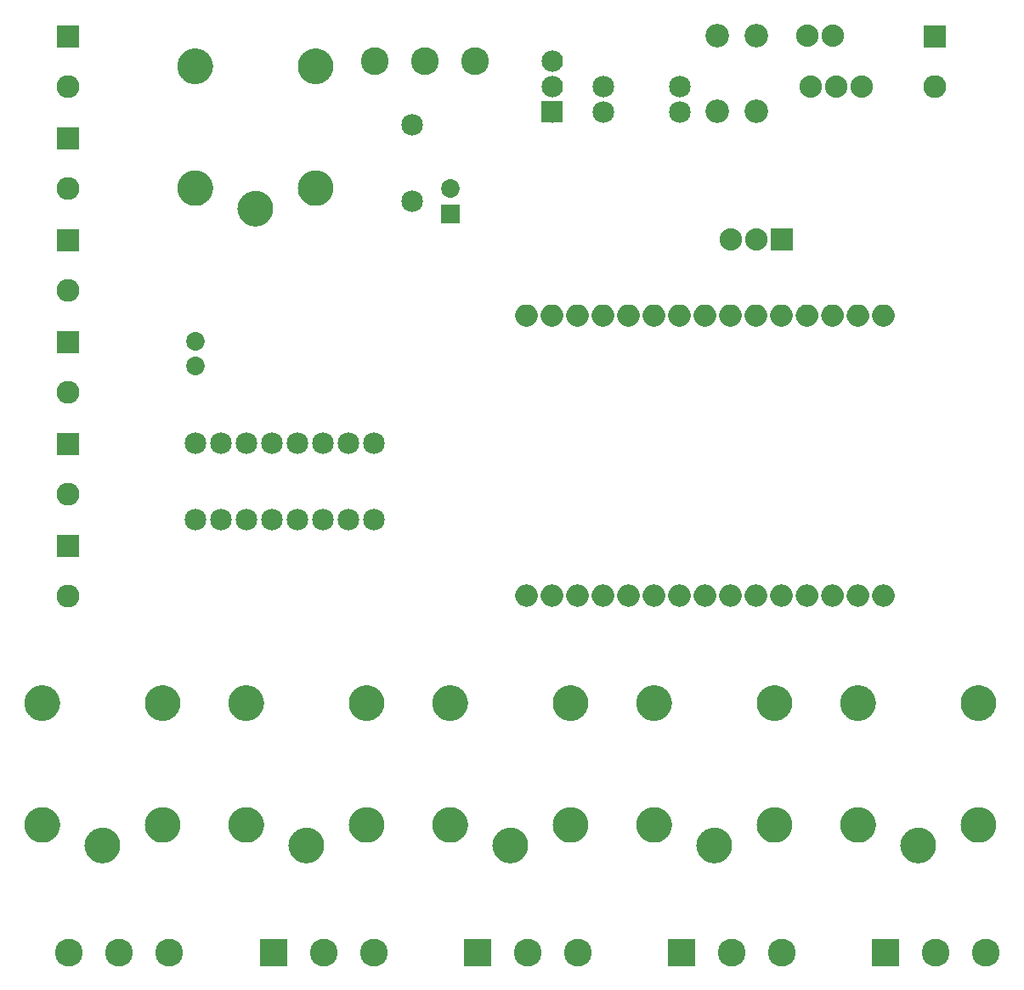
<source format=gbs>
G04 MADE WITH FRITZING*
G04 WWW.FRITZING.ORG*
G04 DOUBLE SIDED*
G04 HOLES PLATED*
G04 CONTOUR ON CENTER OF CONTOUR VECTOR*
%ASAXBY*%
%FSLAX23Y23*%
%MOIN*%
%OFA0B0*%
%SFA1.0B1.0*%
%ADD10C,0.072992*%
%ADD11C,0.090000*%
%ADD12C,0.109055*%
%ADD13C,0.084000*%
%ADD14C,0.085000*%
%ADD15C,0.092000*%
%ADD16C,0.088000*%
%ADD17R,0.072992X0.072992*%
%ADD18R,0.090000X0.090000*%
%ADD19R,0.109055X0.109055*%
%ADD20R,0.088000X0.088000*%
%ADD21C,0.025748*%
%ADD22C,0.030000*%
%ADD23R,0.001000X0.001000*%
%LNMASK0*%
G90*
G70*
G54D10*
X700Y2581D03*
X700Y2483D03*
X1700Y3081D03*
X1700Y3180D03*
G54D11*
X200Y2178D03*
X200Y1981D03*
X200Y2578D03*
X200Y2381D03*
X200Y2978D03*
X200Y2781D03*
X200Y3378D03*
X200Y3181D03*
X200Y3778D03*
X200Y3581D03*
X200Y1778D03*
X200Y1581D03*
G54D12*
X203Y181D03*
X400Y181D03*
X597Y181D03*
X3406Y181D03*
X3603Y181D03*
X3800Y181D03*
X1806Y181D03*
X2003Y181D03*
X2200Y181D03*
X1006Y181D03*
X1203Y181D03*
X1400Y181D03*
X1403Y3681D03*
X1600Y3681D03*
X1797Y3681D03*
X2606Y181D03*
X2803Y181D03*
X3000Y181D03*
G54D11*
X3600Y3778D03*
X3600Y3581D03*
G54D13*
X2100Y3481D03*
X2100Y3581D03*
X2100Y3681D03*
G54D14*
X1550Y3131D03*
X1550Y3431D03*
X2600Y3581D03*
X2300Y3581D03*
X2600Y3481D03*
X2300Y3481D03*
G54D15*
X2748Y3781D03*
X2748Y3483D03*
X2900Y3781D03*
X2900Y3483D03*
G54D16*
X3315Y3581D03*
X3215Y3581D03*
X3115Y3581D03*
X3200Y3781D03*
X3100Y3781D03*
G54D14*
X1400Y2181D03*
X1400Y1881D03*
X1300Y2181D03*
X1300Y1881D03*
X1200Y2181D03*
X1200Y1881D03*
X1100Y2181D03*
X1100Y1881D03*
X1000Y2181D03*
X1000Y1881D03*
X900Y2181D03*
X900Y1881D03*
X800Y2181D03*
X800Y1881D03*
X700Y2181D03*
X700Y1881D03*
G54D16*
X3000Y2981D03*
X2900Y2981D03*
X2800Y2981D03*
G54D17*
X1700Y3081D03*
G54D18*
X200Y2178D03*
X200Y2578D03*
X200Y2978D03*
X200Y3378D03*
X200Y3778D03*
X200Y1778D03*
G54D19*
X3406Y181D03*
X1806Y181D03*
X1006Y181D03*
X2606Y181D03*
G54D18*
X3600Y3778D03*
G54D20*
X3000Y2981D03*
G54D21*
G36*
X676Y2558D02*
X676Y2605D01*
X724Y2605D01*
X724Y2558D01*
X676Y2558D01*
G37*
D02*
G54D22*
G36*
X164Y221D02*
X243Y221D01*
X243Y142D01*
X164Y142D01*
X164Y221D01*
G37*
D02*
G36*
X1364Y3721D02*
X1443Y3721D01*
X1443Y3642D01*
X1364Y3642D01*
X1364Y3721D01*
G37*
D02*
G36*
X2779Y3751D02*
X2717Y3751D01*
X2717Y3813D01*
X2779Y3813D01*
X2779Y3751D01*
G37*
D02*
G36*
X2931Y3751D02*
X2869Y3751D01*
X2869Y3813D01*
X2931Y3813D01*
X2931Y3751D01*
G37*
D02*
G36*
X3344Y3552D02*
X3286Y3552D01*
X3286Y3610D01*
X3344Y3610D01*
X3344Y3552D01*
G37*
D02*
G36*
X1428Y2154D02*
X1373Y2154D01*
X1373Y2209D01*
X1428Y2209D01*
X1428Y2154D01*
G37*
D02*
G54D23*
X696Y3730D02*
X703Y3730D01*
X1168Y3730D02*
X1176Y3730D01*
X688Y3729D02*
X711Y3729D01*
X1160Y3729D02*
X1184Y3729D01*
X683Y3728D02*
X716Y3728D01*
X1156Y3728D02*
X1188Y3728D01*
X679Y3727D02*
X720Y3727D01*
X1152Y3727D02*
X1192Y3727D01*
X676Y3726D02*
X723Y3726D01*
X1149Y3726D02*
X1195Y3726D01*
X674Y3725D02*
X726Y3725D01*
X1146Y3725D02*
X1198Y3725D01*
X671Y3724D02*
X728Y3724D01*
X1144Y3724D02*
X1200Y3724D01*
X669Y3723D02*
X730Y3723D01*
X1142Y3723D02*
X1202Y3723D01*
X667Y3722D02*
X732Y3722D01*
X1140Y3722D02*
X1204Y3722D01*
X666Y3721D02*
X734Y3721D01*
X1138Y3721D02*
X1206Y3721D01*
X664Y3720D02*
X735Y3720D01*
X1136Y3720D02*
X1208Y3720D01*
X662Y3719D02*
X737Y3719D01*
X1135Y3719D02*
X1209Y3719D01*
X661Y3718D02*
X738Y3718D01*
X1133Y3718D02*
X1211Y3718D01*
X659Y3717D02*
X740Y3717D01*
X1132Y3717D02*
X1212Y3717D01*
X658Y3716D02*
X741Y3716D01*
X1130Y3716D02*
X1213Y3716D01*
X657Y3715D02*
X742Y3715D01*
X1129Y3715D02*
X1215Y3715D01*
X655Y3714D02*
X744Y3714D01*
X1128Y3714D02*
X1216Y3714D01*
X654Y3713D02*
X745Y3713D01*
X1127Y3713D02*
X1217Y3713D01*
X653Y3712D02*
X746Y3712D01*
X1125Y3712D02*
X1218Y3712D01*
X652Y3711D02*
X747Y3711D01*
X1124Y3711D02*
X1219Y3711D01*
X651Y3710D02*
X748Y3710D01*
X1123Y3710D02*
X1221Y3710D01*
X650Y3709D02*
X749Y3709D01*
X1122Y3709D02*
X1222Y3709D01*
X649Y3708D02*
X750Y3708D01*
X1121Y3708D02*
X1222Y3708D01*
X648Y3707D02*
X751Y3707D01*
X1120Y3707D02*
X1223Y3707D01*
X647Y3706D02*
X752Y3706D01*
X1120Y3706D02*
X1224Y3706D01*
X646Y3705D02*
X753Y3705D01*
X1119Y3705D02*
X1225Y3705D01*
X646Y3704D02*
X753Y3704D01*
X1118Y3704D02*
X1226Y3704D01*
X645Y3703D02*
X754Y3703D01*
X1117Y3703D02*
X1227Y3703D01*
X644Y3702D02*
X755Y3702D01*
X1116Y3702D02*
X1227Y3702D01*
X643Y3701D02*
X756Y3701D01*
X1116Y3701D02*
X1228Y3701D01*
X643Y3700D02*
X756Y3700D01*
X1115Y3700D02*
X1229Y3700D01*
X642Y3699D02*
X757Y3699D01*
X1114Y3699D02*
X1230Y3699D01*
X641Y3698D02*
X758Y3698D01*
X1114Y3698D02*
X1230Y3698D01*
X641Y3697D02*
X758Y3697D01*
X1113Y3697D02*
X1231Y3697D01*
X640Y3696D02*
X759Y3696D01*
X1112Y3696D02*
X1231Y3696D01*
X639Y3695D02*
X760Y3695D01*
X1112Y3695D02*
X1232Y3695D01*
X639Y3694D02*
X760Y3694D01*
X1111Y3694D02*
X1233Y3694D01*
X638Y3693D02*
X761Y3693D01*
X1111Y3693D02*
X1233Y3693D01*
X638Y3692D02*
X761Y3692D01*
X1110Y3692D02*
X1234Y3692D01*
X637Y3691D02*
X762Y3691D01*
X1110Y3691D02*
X1234Y3691D01*
X637Y3690D02*
X762Y3690D01*
X1109Y3690D02*
X1235Y3690D01*
X636Y3689D02*
X763Y3689D01*
X1109Y3689D02*
X1235Y3689D01*
X636Y3688D02*
X763Y3688D01*
X1108Y3688D02*
X1236Y3688D01*
X635Y3687D02*
X764Y3687D01*
X1108Y3687D02*
X1236Y3687D01*
X635Y3686D02*
X764Y3686D01*
X1107Y3686D02*
X1236Y3686D01*
X635Y3685D02*
X764Y3685D01*
X1107Y3685D02*
X1237Y3685D01*
X634Y3684D02*
X765Y3684D01*
X1107Y3684D02*
X1237Y3684D01*
X634Y3683D02*
X765Y3683D01*
X1106Y3683D02*
X1237Y3683D01*
X634Y3682D02*
X765Y3682D01*
X1106Y3682D02*
X1238Y3682D01*
X633Y3681D02*
X766Y3681D01*
X1106Y3681D02*
X1238Y3681D01*
X633Y3680D02*
X766Y3680D01*
X1105Y3680D02*
X1238Y3680D01*
X633Y3679D02*
X766Y3679D01*
X1105Y3679D02*
X1239Y3679D01*
X633Y3678D02*
X767Y3678D01*
X1105Y3678D02*
X1239Y3678D01*
X632Y3677D02*
X767Y3677D01*
X1105Y3677D02*
X1239Y3677D01*
X632Y3676D02*
X767Y3676D01*
X1104Y3676D02*
X1239Y3676D01*
X632Y3675D02*
X767Y3675D01*
X1104Y3675D02*
X1240Y3675D01*
X632Y3674D02*
X767Y3674D01*
X1104Y3674D02*
X1240Y3674D01*
X631Y3673D02*
X768Y3673D01*
X1104Y3673D02*
X1240Y3673D01*
X631Y3672D02*
X768Y3672D01*
X1104Y3672D02*
X1240Y3672D01*
X631Y3671D02*
X768Y3671D01*
X1103Y3671D02*
X1240Y3671D01*
X631Y3670D02*
X768Y3670D01*
X1103Y3670D02*
X1241Y3670D01*
X631Y3669D02*
X768Y3669D01*
X1103Y3669D02*
X1241Y3669D01*
X631Y3668D02*
X768Y3668D01*
X1103Y3668D02*
X1241Y3668D01*
X630Y3667D02*
X769Y3667D01*
X1103Y3667D02*
X1241Y3667D01*
X630Y3666D02*
X769Y3666D01*
X1103Y3666D02*
X1241Y3666D01*
X630Y3665D02*
X769Y3665D01*
X1103Y3665D02*
X1241Y3665D01*
X630Y3664D02*
X769Y3664D01*
X1103Y3664D02*
X1241Y3664D01*
X630Y3663D02*
X769Y3663D01*
X1103Y3663D02*
X1241Y3663D01*
X630Y3662D02*
X769Y3662D01*
X1103Y3662D02*
X1241Y3662D01*
X630Y3661D02*
X769Y3661D01*
X1103Y3661D02*
X1241Y3661D01*
X630Y3660D02*
X769Y3660D01*
X1102Y3660D02*
X1241Y3660D01*
X630Y3659D02*
X769Y3659D01*
X1103Y3659D02*
X1241Y3659D01*
X630Y3658D02*
X769Y3658D01*
X1103Y3658D02*
X1241Y3658D01*
X630Y3657D02*
X769Y3657D01*
X1103Y3657D02*
X1241Y3657D01*
X630Y3656D02*
X769Y3656D01*
X1103Y3656D02*
X1241Y3656D01*
X630Y3655D02*
X769Y3655D01*
X1103Y3655D02*
X1241Y3655D01*
X630Y3654D02*
X769Y3654D01*
X1103Y3654D02*
X1241Y3654D01*
X631Y3653D02*
X768Y3653D01*
X1103Y3653D02*
X1241Y3653D01*
X631Y3652D02*
X768Y3652D01*
X1103Y3652D02*
X1241Y3652D01*
X631Y3651D02*
X768Y3651D01*
X1103Y3651D02*
X1241Y3651D01*
X631Y3650D02*
X768Y3650D01*
X1103Y3650D02*
X1240Y3650D01*
X631Y3649D02*
X768Y3649D01*
X1104Y3649D02*
X1240Y3649D01*
X631Y3648D02*
X768Y3648D01*
X1104Y3648D02*
X1240Y3648D01*
X631Y3647D02*
X768Y3647D01*
X1104Y3647D02*
X1240Y3647D01*
X632Y3646D02*
X767Y3646D01*
X1104Y3646D02*
X1240Y3646D01*
X632Y3645D02*
X767Y3645D01*
X1104Y3645D02*
X1240Y3645D01*
X632Y3644D02*
X767Y3644D01*
X1105Y3644D02*
X1239Y3644D01*
X632Y3643D02*
X767Y3643D01*
X1105Y3643D02*
X1239Y3643D01*
X633Y3642D02*
X766Y3642D01*
X1105Y3642D02*
X1239Y3642D01*
X633Y3641D02*
X766Y3641D01*
X1105Y3641D02*
X1239Y3641D01*
X633Y3640D02*
X766Y3640D01*
X1106Y3640D02*
X1238Y3640D01*
X633Y3639D02*
X766Y3639D01*
X1106Y3639D02*
X1238Y3639D01*
X634Y3638D02*
X765Y3638D01*
X1106Y3638D02*
X1238Y3638D01*
X634Y3637D02*
X765Y3637D01*
X1107Y3637D02*
X1237Y3637D01*
X635Y3636D02*
X765Y3636D01*
X1107Y3636D02*
X1237Y3636D01*
X635Y3635D02*
X764Y3635D01*
X1107Y3635D02*
X1237Y3635D01*
X635Y3634D02*
X764Y3634D01*
X1108Y3634D02*
X1236Y3634D01*
X636Y3633D02*
X763Y3633D01*
X1108Y3633D02*
X1236Y3633D01*
X636Y3632D02*
X763Y3632D01*
X1108Y3632D02*
X1235Y3632D01*
X637Y3631D02*
X762Y3631D01*
X1109Y3631D02*
X1235Y3631D01*
X637Y3630D02*
X762Y3630D01*
X1109Y3630D02*
X1234Y3630D01*
X638Y3629D02*
X761Y3629D01*
X1110Y3629D02*
X1234Y3629D01*
X638Y3628D02*
X761Y3628D01*
X1110Y3628D02*
X1233Y3628D01*
X639Y3627D02*
X760Y3627D01*
X1111Y3627D02*
X1233Y3627D01*
X639Y3626D02*
X760Y3626D01*
X1112Y3626D02*
X1232Y3626D01*
X640Y3625D02*
X759Y3625D01*
X1112Y3625D02*
X1232Y3625D01*
X640Y3624D02*
X759Y3624D01*
X1113Y3624D02*
X1231Y3624D01*
X641Y3623D02*
X758Y3623D01*
X1113Y3623D02*
X1230Y3623D01*
X642Y3622D02*
X757Y3622D01*
X1114Y3622D02*
X1230Y3622D01*
X642Y3621D02*
X757Y3621D01*
X1115Y3621D02*
X1229Y3621D01*
X643Y3620D02*
X756Y3620D01*
X1115Y3620D02*
X1228Y3620D01*
X644Y3619D02*
X755Y3619D01*
X1116Y3619D02*
X1228Y3619D01*
X644Y3618D02*
X755Y3618D01*
X1117Y3618D02*
X1227Y3618D01*
X645Y3617D02*
X754Y3617D01*
X1118Y3617D02*
X1226Y3617D01*
X646Y3616D02*
X753Y3616D01*
X1118Y3616D02*
X1225Y3616D01*
X647Y3615D02*
X752Y3615D01*
X1119Y3615D02*
X1225Y3615D01*
X648Y3614D02*
X751Y3614D01*
X1120Y3614D02*
X1224Y3614D01*
X649Y3613D02*
X750Y3613D01*
X1121Y3613D02*
X1223Y3613D01*
X650Y3612D02*
X750Y3612D01*
X1122Y3612D02*
X1222Y3612D01*
X650Y3611D02*
X749Y3611D01*
X1123Y3611D02*
X1221Y3611D01*
X651Y3610D02*
X748Y3610D01*
X1124Y3610D02*
X1220Y3610D01*
X653Y3609D02*
X746Y3609D01*
X1125Y3609D02*
X1219Y3609D01*
X654Y3608D02*
X745Y3608D01*
X1126Y3608D02*
X1218Y3608D01*
X655Y3607D02*
X744Y3607D01*
X1127Y3607D02*
X1217Y3607D01*
X656Y3606D02*
X743Y3606D01*
X1128Y3606D02*
X1215Y3606D01*
X657Y3605D02*
X742Y3605D01*
X1130Y3605D02*
X1214Y3605D01*
X659Y3604D02*
X740Y3604D01*
X1131Y3604D02*
X1213Y3604D01*
X660Y3603D02*
X739Y3603D01*
X1133Y3603D02*
X1211Y3603D01*
X662Y3602D02*
X737Y3602D01*
X1134Y3602D02*
X1210Y3602D01*
X663Y3601D02*
X736Y3601D01*
X1136Y3601D02*
X1208Y3601D01*
X665Y3600D02*
X734Y3600D01*
X1137Y3600D02*
X1207Y3600D01*
X666Y3599D02*
X733Y3599D01*
X1139Y3599D02*
X1205Y3599D01*
X668Y3598D02*
X731Y3598D01*
X1141Y3598D02*
X1203Y3598D01*
X670Y3597D02*
X729Y3597D01*
X1143Y3597D02*
X1201Y3597D01*
X672Y3596D02*
X727Y3596D01*
X1145Y3596D02*
X1199Y3596D01*
X675Y3595D02*
X724Y3595D01*
X1148Y3595D02*
X1196Y3595D01*
X678Y3594D02*
X721Y3594D01*
X1150Y3594D02*
X1193Y3594D01*
X682Y3593D02*
X718Y3593D01*
X1154Y3593D02*
X1190Y3593D01*
X685Y3592D02*
X714Y3592D01*
X1158Y3592D02*
X1186Y3592D01*
X692Y3591D02*
X708Y3591D01*
X1164Y3591D02*
X1180Y3591D01*
X2058Y3523D02*
X2141Y3523D01*
X2058Y3522D02*
X2141Y3522D01*
X2058Y3521D02*
X2141Y3521D01*
X2058Y3520D02*
X2141Y3520D01*
X2058Y3519D02*
X2141Y3519D01*
X2058Y3518D02*
X2141Y3518D01*
X2058Y3517D02*
X2141Y3517D01*
X2058Y3516D02*
X2141Y3516D01*
X2058Y3515D02*
X2141Y3515D01*
X2058Y3514D02*
X2141Y3514D01*
X2058Y3513D02*
X2141Y3513D01*
X2058Y3512D02*
X2141Y3512D01*
X2058Y3511D02*
X2141Y3511D01*
X2058Y3510D02*
X2141Y3510D01*
X2058Y3509D02*
X2141Y3509D01*
X2058Y3508D02*
X2141Y3508D01*
X2058Y3507D02*
X2141Y3507D01*
X2058Y3506D02*
X2141Y3506D01*
X2058Y3505D02*
X2141Y3505D01*
X2058Y3504D02*
X2141Y3504D01*
X2058Y3503D02*
X2141Y3503D01*
X2058Y3502D02*
X2141Y3502D01*
X2058Y3501D02*
X2141Y3501D01*
X2058Y3500D02*
X2141Y3500D01*
X2058Y3499D02*
X2141Y3499D01*
X2058Y3498D02*
X2141Y3498D01*
X2058Y3497D02*
X2141Y3497D01*
X2058Y3496D02*
X2095Y3496D01*
X2104Y3496D02*
X2141Y3496D01*
X2058Y3495D02*
X2092Y3495D01*
X2107Y3495D02*
X2141Y3495D01*
X2058Y3494D02*
X2091Y3494D01*
X2108Y3494D02*
X2141Y3494D01*
X2058Y3493D02*
X2089Y3493D01*
X2110Y3493D02*
X2141Y3493D01*
X2058Y3492D02*
X2088Y3492D01*
X2111Y3492D02*
X2141Y3492D01*
X2058Y3491D02*
X2087Y3491D01*
X2112Y3491D02*
X2141Y3491D01*
X2058Y3490D02*
X2087Y3490D01*
X2112Y3490D02*
X2141Y3490D01*
X2058Y3489D02*
X2086Y3489D01*
X2113Y3489D02*
X2141Y3489D01*
X2058Y3488D02*
X2086Y3488D01*
X2113Y3488D02*
X2141Y3488D01*
X2058Y3487D02*
X2085Y3487D01*
X2114Y3487D02*
X2141Y3487D01*
X2058Y3486D02*
X2085Y3486D01*
X2114Y3486D02*
X2141Y3486D01*
X2058Y3485D02*
X2085Y3485D01*
X2114Y3485D02*
X2141Y3485D01*
X2058Y3484D02*
X2084Y3484D01*
X2114Y3484D02*
X2141Y3484D01*
X2058Y3483D02*
X2084Y3483D01*
X2115Y3483D02*
X2141Y3483D01*
X2058Y3482D02*
X2084Y3482D01*
X2115Y3482D02*
X2141Y3482D01*
X2058Y3481D02*
X2084Y3481D01*
X2115Y3481D02*
X2141Y3481D01*
X2058Y3480D02*
X2084Y3480D01*
X2115Y3480D02*
X2141Y3480D01*
X2058Y3479D02*
X2085Y3479D01*
X2114Y3479D02*
X2141Y3479D01*
X2058Y3478D02*
X2085Y3478D01*
X2114Y3478D02*
X2141Y3478D01*
X2058Y3477D02*
X2085Y3477D01*
X2114Y3477D02*
X2141Y3477D01*
X2058Y3476D02*
X2086Y3476D01*
X2113Y3476D02*
X2141Y3476D01*
X2058Y3475D02*
X2086Y3475D01*
X2113Y3475D02*
X2141Y3475D01*
X2058Y3474D02*
X2087Y3474D01*
X2112Y3474D02*
X2141Y3474D01*
X2058Y3473D02*
X2087Y3473D01*
X2112Y3473D02*
X2141Y3473D01*
X2058Y3472D02*
X2088Y3472D01*
X2111Y3472D02*
X2141Y3472D01*
X2058Y3471D02*
X2089Y3471D01*
X2110Y3471D02*
X2141Y3471D01*
X2058Y3470D02*
X2090Y3470D01*
X2109Y3470D02*
X2141Y3470D01*
X2058Y3469D02*
X2092Y3469D01*
X2107Y3469D02*
X2141Y3469D01*
X2058Y3468D02*
X2094Y3468D01*
X2105Y3468D02*
X2141Y3468D01*
X2058Y3467D02*
X2141Y3467D01*
X2058Y3466D02*
X2141Y3466D01*
X2058Y3465D02*
X2141Y3465D01*
X2058Y3464D02*
X2141Y3464D01*
X2058Y3463D02*
X2141Y3463D01*
X2058Y3462D02*
X2141Y3462D01*
X2058Y3461D02*
X2141Y3461D01*
X2058Y3460D02*
X2141Y3460D01*
X2058Y3459D02*
X2141Y3459D01*
X2058Y3458D02*
X2141Y3458D01*
X2058Y3457D02*
X2141Y3457D01*
X2058Y3456D02*
X2141Y3456D01*
X2058Y3455D02*
X2141Y3455D01*
X2058Y3454D02*
X2141Y3454D01*
X2058Y3453D02*
X2141Y3453D01*
X2058Y3452D02*
X2141Y3452D01*
X2058Y3451D02*
X2141Y3451D01*
X2058Y3450D02*
X2141Y3450D01*
X2058Y3449D02*
X2141Y3449D01*
X2058Y3448D02*
X2141Y3448D01*
X2058Y3447D02*
X2141Y3447D01*
X2058Y3446D02*
X2141Y3446D01*
X2058Y3445D02*
X2141Y3445D01*
X2058Y3444D02*
X2141Y3444D01*
X2058Y3443D02*
X2141Y3443D01*
X2058Y3442D02*
X2141Y3442D01*
X2058Y3441D02*
X2141Y3441D01*
X2058Y3440D02*
X2141Y3440D01*
X690Y3251D02*
X709Y3251D01*
X1162Y3251D02*
X1181Y3251D01*
X685Y3250D02*
X714Y3250D01*
X1157Y3250D02*
X1187Y3250D01*
X681Y3249D02*
X718Y3249D01*
X1153Y3249D02*
X1191Y3249D01*
X677Y3248D02*
X722Y3248D01*
X1150Y3248D02*
X1194Y3248D01*
X674Y3247D02*
X725Y3247D01*
X1147Y3247D02*
X1197Y3247D01*
X672Y3246D02*
X727Y3246D01*
X1144Y3246D02*
X1199Y3246D01*
X670Y3245D02*
X729Y3245D01*
X1142Y3245D02*
X1201Y3245D01*
X668Y3244D02*
X731Y3244D01*
X1140Y3244D02*
X1204Y3244D01*
X666Y3243D02*
X733Y3243D01*
X1138Y3243D02*
X1205Y3243D01*
X664Y3242D02*
X735Y3242D01*
X1137Y3242D02*
X1207Y3242D01*
X663Y3241D02*
X736Y3241D01*
X1135Y3241D02*
X1209Y3241D01*
X661Y3240D02*
X738Y3240D01*
X1134Y3240D02*
X1210Y3240D01*
X660Y3239D02*
X739Y3239D01*
X1132Y3239D02*
X1212Y3239D01*
X658Y3238D02*
X741Y3238D01*
X1131Y3238D02*
X1213Y3238D01*
X657Y3237D02*
X742Y3237D01*
X1130Y3237D02*
X1214Y3237D01*
X656Y3236D02*
X743Y3236D01*
X1128Y3236D02*
X1216Y3236D01*
X655Y3235D02*
X744Y3235D01*
X1127Y3235D02*
X1217Y3235D01*
X653Y3234D02*
X746Y3234D01*
X1126Y3234D02*
X1218Y3234D01*
X652Y3233D02*
X747Y3233D01*
X1125Y3233D02*
X1219Y3233D01*
X651Y3232D02*
X748Y3232D01*
X1124Y3232D02*
X1220Y3232D01*
X650Y3231D02*
X749Y3231D01*
X1123Y3231D02*
X1221Y3231D01*
X649Y3230D02*
X750Y3230D01*
X1122Y3230D02*
X1222Y3230D01*
X648Y3229D02*
X751Y3229D01*
X1121Y3229D02*
X1223Y3229D01*
X647Y3228D02*
X752Y3228D01*
X1120Y3228D02*
X1224Y3228D01*
X647Y3227D02*
X752Y3227D01*
X1119Y3227D02*
X1225Y3227D01*
X646Y3226D02*
X753Y3226D01*
X1118Y3226D02*
X1226Y3226D01*
X645Y3225D02*
X754Y3225D01*
X1117Y3225D02*
X1226Y3225D01*
X644Y3224D02*
X755Y3224D01*
X1117Y3224D02*
X1227Y3224D01*
X644Y3223D02*
X755Y3223D01*
X1116Y3223D02*
X1228Y3223D01*
X643Y3222D02*
X756Y3222D01*
X1115Y3222D02*
X1229Y3222D01*
X642Y3221D02*
X757Y3221D01*
X1115Y3221D02*
X1229Y3221D01*
X641Y3220D02*
X758Y3220D01*
X1114Y3220D02*
X1230Y3220D01*
X641Y3219D02*
X758Y3219D01*
X1113Y3219D02*
X1231Y3219D01*
X640Y3218D02*
X759Y3218D01*
X1113Y3218D02*
X1231Y3218D01*
X640Y3217D02*
X759Y3217D01*
X1112Y3217D02*
X1232Y3217D01*
X639Y3216D02*
X760Y3216D01*
X1111Y3216D02*
X1232Y3216D01*
X638Y3215D02*
X761Y3215D01*
X1111Y3215D02*
X1233Y3215D01*
X638Y3214D02*
X761Y3214D01*
X1110Y3214D02*
X1233Y3214D01*
X637Y3213D02*
X762Y3213D01*
X1110Y3213D02*
X1234Y3213D01*
X637Y3212D02*
X762Y3212D01*
X1109Y3212D02*
X1234Y3212D01*
X636Y3211D02*
X763Y3211D01*
X1109Y3211D02*
X1235Y3211D01*
X636Y3210D02*
X763Y3210D01*
X1108Y3210D02*
X1235Y3210D01*
X636Y3209D02*
X764Y3209D01*
X1108Y3209D02*
X1236Y3209D01*
X635Y3208D02*
X764Y3208D01*
X1108Y3208D02*
X1236Y3208D01*
X635Y3207D02*
X764Y3207D01*
X1107Y3207D02*
X1237Y3207D01*
X634Y3206D02*
X765Y3206D01*
X1107Y3206D02*
X1237Y3206D01*
X634Y3205D02*
X765Y3205D01*
X1106Y3205D02*
X1237Y3205D01*
X634Y3204D02*
X765Y3204D01*
X1106Y3204D02*
X1238Y3204D01*
X633Y3203D02*
X766Y3203D01*
X1106Y3203D02*
X1238Y3203D01*
X633Y3202D02*
X766Y3202D01*
X1106Y3202D02*
X1238Y3202D01*
X633Y3201D02*
X766Y3201D01*
X1105Y3201D02*
X1239Y3201D01*
X633Y3200D02*
X766Y3200D01*
X1105Y3200D02*
X1239Y3200D01*
X632Y3199D02*
X767Y3199D01*
X1105Y3199D02*
X1239Y3199D01*
X632Y3198D02*
X767Y3198D01*
X1105Y3198D02*
X1239Y3198D01*
X632Y3197D02*
X767Y3197D01*
X1104Y3197D02*
X1240Y3197D01*
X632Y3196D02*
X767Y3196D01*
X1104Y3196D02*
X1240Y3196D01*
X631Y3195D02*
X768Y3195D01*
X1104Y3195D02*
X1240Y3195D01*
X631Y3194D02*
X768Y3194D01*
X1104Y3194D02*
X1240Y3194D01*
X631Y3193D02*
X768Y3193D01*
X1104Y3193D02*
X1240Y3193D01*
X631Y3192D02*
X768Y3192D01*
X1103Y3192D02*
X1240Y3192D01*
X631Y3191D02*
X768Y3191D01*
X1103Y3191D02*
X1241Y3191D01*
X631Y3190D02*
X768Y3190D01*
X1103Y3190D02*
X1241Y3190D01*
X631Y3189D02*
X769Y3189D01*
X1103Y3189D02*
X1241Y3189D01*
X630Y3188D02*
X769Y3188D01*
X1103Y3188D02*
X1241Y3188D01*
X630Y3187D02*
X769Y3187D01*
X1103Y3187D02*
X1241Y3187D01*
X630Y3186D02*
X769Y3186D01*
X1103Y3186D02*
X1241Y3186D01*
X630Y3185D02*
X769Y3185D01*
X1103Y3185D02*
X1241Y3185D01*
X630Y3184D02*
X769Y3184D01*
X1103Y3184D02*
X1241Y3184D01*
X630Y3183D02*
X769Y3183D01*
X1103Y3183D02*
X1241Y3183D01*
X630Y3182D02*
X769Y3182D01*
X1102Y3182D02*
X1241Y3182D01*
X630Y3181D02*
X769Y3181D01*
X1103Y3181D02*
X1241Y3181D01*
X630Y3180D02*
X769Y3180D01*
X1103Y3180D02*
X1241Y3180D01*
X630Y3179D02*
X769Y3179D01*
X1103Y3179D02*
X1241Y3179D01*
X630Y3178D02*
X769Y3178D01*
X1103Y3178D02*
X1241Y3178D01*
X630Y3177D02*
X769Y3177D01*
X1103Y3177D02*
X1241Y3177D01*
X630Y3176D02*
X769Y3176D01*
X1103Y3176D02*
X1241Y3176D01*
X630Y3175D02*
X769Y3175D01*
X1103Y3175D02*
X1241Y3175D01*
X631Y3174D02*
X768Y3174D01*
X1103Y3174D02*
X1241Y3174D01*
X631Y3173D02*
X768Y3173D01*
X1103Y3173D02*
X1241Y3173D01*
X631Y3172D02*
X768Y3172D01*
X1103Y3172D02*
X1240Y3172D01*
X631Y3171D02*
X768Y3171D01*
X933Y3171D02*
X938Y3171D01*
X1104Y3171D02*
X1240Y3171D01*
X631Y3170D02*
X768Y3170D01*
X924Y3170D02*
X947Y3170D01*
X1104Y3170D02*
X1240Y3170D01*
X631Y3169D02*
X768Y3169D01*
X920Y3169D02*
X952Y3169D01*
X1104Y3169D02*
X1240Y3169D01*
X632Y3168D02*
X767Y3168D01*
X916Y3168D02*
X956Y3168D01*
X1104Y3168D02*
X1240Y3168D01*
X632Y3167D02*
X767Y3167D01*
X913Y3167D02*
X959Y3167D01*
X1104Y3167D02*
X1240Y3167D01*
X632Y3166D02*
X767Y3166D01*
X910Y3166D02*
X962Y3166D01*
X1104Y3166D02*
X1239Y3166D01*
X632Y3165D02*
X767Y3165D01*
X908Y3165D02*
X964Y3165D01*
X1105Y3165D02*
X1239Y3165D01*
X633Y3164D02*
X766Y3164D01*
X906Y3164D02*
X966Y3164D01*
X1105Y3164D02*
X1239Y3164D01*
X633Y3163D02*
X766Y3163D01*
X904Y3163D02*
X968Y3163D01*
X1105Y3163D02*
X1239Y3163D01*
X633Y3162D02*
X766Y3162D01*
X902Y3162D02*
X970Y3162D01*
X1105Y3162D02*
X1238Y3162D01*
X633Y3161D02*
X766Y3161D01*
X900Y3161D02*
X971Y3161D01*
X1106Y3161D02*
X1238Y3161D01*
X634Y3160D02*
X765Y3160D01*
X899Y3160D02*
X973Y3160D01*
X1106Y3160D02*
X1238Y3160D01*
X634Y3159D02*
X765Y3159D01*
X897Y3159D02*
X974Y3159D01*
X1106Y3159D02*
X1237Y3159D01*
X634Y3158D02*
X765Y3158D01*
X896Y3158D02*
X976Y3158D01*
X1107Y3158D02*
X1237Y3158D01*
X635Y3157D02*
X764Y3157D01*
X894Y3157D02*
X977Y3157D01*
X1107Y3157D02*
X1237Y3157D01*
X635Y3156D02*
X764Y3156D01*
X893Y3156D02*
X979Y3156D01*
X1108Y3156D02*
X1236Y3156D01*
X635Y3155D02*
X764Y3155D01*
X892Y3155D02*
X980Y3155D01*
X1108Y3155D02*
X1236Y3155D01*
X636Y3154D02*
X763Y3154D01*
X890Y3154D02*
X981Y3154D01*
X1108Y3154D02*
X1236Y3154D01*
X636Y3153D02*
X763Y3153D01*
X889Y3153D02*
X982Y3153D01*
X1109Y3153D02*
X1235Y3153D01*
X637Y3152D02*
X762Y3152D01*
X888Y3152D02*
X983Y3152D01*
X1109Y3152D02*
X1235Y3152D01*
X637Y3151D02*
X762Y3151D01*
X887Y3151D02*
X984Y3151D01*
X1110Y3151D02*
X1234Y3151D01*
X638Y3150D02*
X761Y3150D01*
X886Y3150D02*
X985Y3150D01*
X1110Y3150D02*
X1234Y3150D01*
X638Y3149D02*
X761Y3149D01*
X885Y3149D02*
X986Y3149D01*
X1111Y3149D02*
X1233Y3149D01*
X639Y3148D02*
X760Y3148D01*
X884Y3148D02*
X987Y3148D01*
X1111Y3148D02*
X1232Y3148D01*
X640Y3147D02*
X759Y3147D01*
X883Y3147D02*
X988Y3147D01*
X1112Y3147D02*
X1232Y3147D01*
X640Y3146D02*
X759Y3146D01*
X883Y3146D02*
X989Y3146D01*
X1113Y3146D02*
X1231Y3146D01*
X641Y3145D02*
X758Y3145D01*
X882Y3145D02*
X990Y3145D01*
X1113Y3145D02*
X1231Y3145D01*
X641Y3144D02*
X758Y3144D01*
X881Y3144D02*
X990Y3144D01*
X1114Y3144D02*
X1230Y3144D01*
X642Y3143D02*
X757Y3143D01*
X880Y3143D02*
X991Y3143D01*
X1114Y3143D02*
X1229Y3143D01*
X643Y3142D02*
X756Y3142D01*
X880Y3142D02*
X992Y3142D01*
X1115Y3142D02*
X1229Y3142D01*
X644Y3141D02*
X756Y3141D01*
X879Y3141D02*
X993Y3141D01*
X1116Y3141D02*
X1228Y3141D01*
X644Y3140D02*
X755Y3140D01*
X878Y3140D02*
X993Y3140D01*
X1117Y3140D02*
X1227Y3140D01*
X645Y3139D02*
X754Y3139D01*
X878Y3139D02*
X994Y3139D01*
X1117Y3139D02*
X1226Y3139D01*
X646Y3138D02*
X753Y3138D01*
X877Y3138D02*
X995Y3138D01*
X1118Y3138D02*
X1226Y3138D01*
X647Y3137D02*
X753Y3137D01*
X876Y3137D02*
X995Y3137D01*
X1119Y3137D02*
X1225Y3137D01*
X647Y3136D02*
X752Y3136D01*
X876Y3136D02*
X996Y3136D01*
X1120Y3136D02*
X1224Y3136D01*
X648Y3135D02*
X751Y3135D01*
X875Y3135D02*
X996Y3135D01*
X1121Y3135D02*
X1223Y3135D01*
X649Y3134D02*
X750Y3134D01*
X874Y3134D02*
X997Y3134D01*
X1122Y3134D02*
X1222Y3134D01*
X650Y3133D02*
X749Y3133D01*
X874Y3133D02*
X997Y3133D01*
X1122Y3133D02*
X1221Y3133D01*
X651Y3132D02*
X748Y3132D01*
X874Y3132D02*
X998Y3132D01*
X1123Y3132D02*
X1220Y3132D01*
X652Y3131D02*
X747Y3131D01*
X873Y3131D02*
X998Y3131D01*
X1125Y3131D02*
X1219Y3131D01*
X653Y3130D02*
X746Y3130D01*
X873Y3130D02*
X999Y3130D01*
X1126Y3130D02*
X1218Y3130D01*
X654Y3129D02*
X745Y3129D01*
X872Y3129D02*
X999Y3129D01*
X1127Y3129D02*
X1217Y3129D01*
X656Y3128D02*
X743Y3128D01*
X872Y3128D02*
X1000Y3128D01*
X1128Y3128D02*
X1216Y3128D01*
X657Y3127D02*
X742Y3127D01*
X871Y3127D02*
X1000Y3127D01*
X1129Y3127D02*
X1214Y3127D01*
X658Y3126D02*
X741Y3126D01*
X871Y3126D02*
X1001Y3126D01*
X1131Y3126D02*
X1213Y3126D01*
X660Y3125D02*
X739Y3125D01*
X871Y3125D02*
X1001Y3125D01*
X1132Y3125D02*
X1212Y3125D01*
X661Y3124D02*
X738Y3124D01*
X870Y3124D02*
X1001Y3124D01*
X1133Y3124D02*
X1210Y3124D01*
X663Y3123D02*
X736Y3123D01*
X870Y3123D02*
X1002Y3123D01*
X1135Y3123D02*
X1209Y3123D01*
X664Y3122D02*
X735Y3122D01*
X869Y3122D02*
X1002Y3122D01*
X1137Y3122D02*
X1207Y3122D01*
X666Y3121D02*
X733Y3121D01*
X869Y3121D02*
X1002Y3121D01*
X1138Y3121D02*
X1206Y3121D01*
X668Y3120D02*
X731Y3120D01*
X869Y3120D02*
X1002Y3120D01*
X1140Y3120D02*
X1204Y3120D01*
X670Y3119D02*
X729Y3119D01*
X869Y3119D02*
X1003Y3119D01*
X1142Y3119D02*
X1202Y3119D01*
X672Y3118D02*
X727Y3118D01*
X868Y3118D02*
X1003Y3118D01*
X1144Y3118D02*
X1200Y3118D01*
X674Y3117D02*
X725Y3117D01*
X868Y3117D02*
X1003Y3117D01*
X1147Y3117D02*
X1197Y3117D01*
X677Y3116D02*
X722Y3116D01*
X868Y3116D02*
X1003Y3116D01*
X1149Y3116D02*
X1194Y3116D01*
X680Y3115D02*
X719Y3115D01*
X868Y3115D02*
X1004Y3115D01*
X1153Y3115D02*
X1191Y3115D01*
X684Y3114D02*
X715Y3114D01*
X868Y3114D02*
X1004Y3114D01*
X1157Y3114D02*
X1187Y3114D01*
X689Y3113D02*
X710Y3113D01*
X867Y3113D02*
X1004Y3113D01*
X1162Y3113D02*
X1182Y3113D01*
X867Y3112D02*
X1004Y3112D01*
X867Y3111D02*
X1004Y3111D01*
X867Y3110D02*
X1004Y3110D01*
X867Y3109D02*
X1005Y3109D01*
X867Y3108D02*
X1005Y3108D01*
X867Y3107D02*
X1005Y3107D01*
X867Y3106D02*
X1005Y3106D01*
X866Y3105D02*
X1005Y3105D01*
X866Y3104D02*
X1005Y3104D01*
X866Y3103D02*
X1005Y3103D01*
X866Y3102D02*
X1005Y3102D01*
X866Y3101D02*
X1005Y3101D01*
X866Y3100D02*
X1005Y3100D01*
X866Y3099D02*
X1005Y3099D01*
X866Y3098D02*
X1005Y3098D01*
X867Y3097D02*
X1005Y3097D01*
X867Y3096D02*
X1005Y3096D01*
X867Y3095D02*
X1005Y3095D01*
X867Y3094D02*
X1005Y3094D01*
X867Y3093D02*
X1005Y3093D01*
X867Y3092D02*
X1004Y3092D01*
X867Y3091D02*
X1004Y3091D01*
X867Y3090D02*
X1004Y3090D01*
X868Y3089D02*
X1004Y3089D01*
X868Y3088D02*
X1004Y3088D01*
X868Y3087D02*
X1004Y3087D01*
X868Y3086D02*
X1003Y3086D01*
X868Y3085D02*
X1003Y3085D01*
X869Y3084D02*
X1003Y3084D01*
X869Y3083D02*
X1003Y3083D01*
X869Y3082D02*
X1002Y3082D01*
X869Y3081D02*
X1002Y3081D01*
X870Y3080D02*
X1002Y3080D01*
X870Y3079D02*
X1001Y3079D01*
X870Y3078D02*
X1001Y3078D01*
X871Y3077D02*
X1001Y3077D01*
X871Y3076D02*
X1000Y3076D01*
X871Y3075D02*
X1000Y3075D01*
X872Y3074D02*
X1000Y3074D01*
X872Y3073D02*
X999Y3073D01*
X873Y3072D02*
X999Y3072D01*
X873Y3071D02*
X998Y3071D01*
X874Y3070D02*
X998Y3070D01*
X874Y3069D02*
X997Y3069D01*
X875Y3068D02*
X997Y3068D01*
X875Y3067D02*
X996Y3067D01*
X876Y3066D02*
X995Y3066D01*
X877Y3065D02*
X995Y3065D01*
X877Y3064D02*
X994Y3064D01*
X878Y3063D02*
X994Y3063D01*
X878Y3062D02*
X993Y3062D01*
X879Y3061D02*
X992Y3061D01*
X880Y3060D02*
X992Y3060D01*
X881Y3059D02*
X991Y3059D01*
X881Y3058D02*
X990Y3058D01*
X882Y3057D02*
X989Y3057D01*
X883Y3056D02*
X988Y3056D01*
X884Y3055D02*
X988Y3055D01*
X885Y3054D02*
X987Y3054D01*
X886Y3053D02*
X986Y3053D01*
X887Y3052D02*
X985Y3052D01*
X888Y3051D02*
X984Y3051D01*
X889Y3050D02*
X983Y3050D01*
X890Y3049D02*
X982Y3049D01*
X891Y3048D02*
X980Y3048D01*
X892Y3047D02*
X979Y3047D01*
X894Y3046D02*
X978Y3046D01*
X895Y3045D02*
X977Y3045D01*
X896Y3044D02*
X975Y3044D01*
X898Y3043D02*
X974Y3043D01*
X899Y3042D02*
X972Y3042D01*
X901Y3041D02*
X970Y3041D01*
X903Y3040D02*
X969Y3040D01*
X904Y3039D02*
X967Y3039D01*
X907Y3038D02*
X965Y3038D01*
X909Y3037D02*
X963Y3037D01*
X911Y3036D02*
X960Y3036D01*
X914Y3035D02*
X957Y3035D01*
X917Y3034D02*
X954Y3034D01*
X921Y3033D02*
X950Y3033D01*
X927Y3032D02*
X944Y3032D01*
X1992Y2725D02*
X2007Y2725D01*
X2092Y2725D02*
X2107Y2725D01*
X2192Y2725D02*
X2207Y2725D01*
X2292Y2725D02*
X2307Y2725D01*
X2392Y2725D02*
X2407Y2725D01*
X2492Y2725D02*
X2507Y2725D01*
X2592Y2725D02*
X2607Y2725D01*
X2692Y2725D02*
X2707Y2725D01*
X2792Y2725D02*
X2807Y2725D01*
X2892Y2725D02*
X2907Y2725D01*
X2992Y2725D02*
X3007Y2725D01*
X3092Y2725D02*
X3107Y2725D01*
X3192Y2725D02*
X3207Y2725D01*
X3292Y2725D02*
X3307Y2725D01*
X3392Y2725D02*
X3407Y2725D01*
X1987Y2724D02*
X2011Y2724D01*
X2087Y2724D02*
X2111Y2724D01*
X2187Y2724D02*
X2211Y2724D01*
X2287Y2724D02*
X2311Y2724D01*
X2387Y2724D02*
X2411Y2724D01*
X2487Y2724D02*
X2511Y2724D01*
X2587Y2724D02*
X2611Y2724D01*
X2687Y2724D02*
X2711Y2724D01*
X2787Y2724D02*
X2811Y2724D01*
X2887Y2724D02*
X2911Y2724D01*
X2987Y2724D02*
X3011Y2724D01*
X3088Y2724D02*
X3111Y2724D01*
X3188Y2724D02*
X3211Y2724D01*
X3288Y2724D02*
X3311Y2724D01*
X3387Y2724D02*
X3411Y2724D01*
X1984Y2723D02*
X2014Y2723D01*
X2084Y2723D02*
X2114Y2723D01*
X2184Y2723D02*
X2214Y2723D01*
X2284Y2723D02*
X2314Y2723D01*
X2384Y2723D02*
X2414Y2723D01*
X2484Y2723D02*
X2514Y2723D01*
X2584Y2723D02*
X2614Y2723D01*
X2684Y2723D02*
X2714Y2723D01*
X2784Y2723D02*
X2814Y2723D01*
X2884Y2723D02*
X2914Y2723D01*
X2984Y2723D02*
X3014Y2723D01*
X3085Y2723D02*
X3115Y2723D01*
X3185Y2723D02*
X3214Y2723D01*
X3284Y2723D02*
X3314Y2723D01*
X3384Y2723D02*
X3414Y2723D01*
X1982Y2722D02*
X2017Y2722D01*
X2082Y2722D02*
X2117Y2722D01*
X2182Y2722D02*
X2217Y2722D01*
X2282Y2722D02*
X2317Y2722D01*
X2382Y2722D02*
X2417Y2722D01*
X2482Y2722D02*
X2517Y2722D01*
X2582Y2722D02*
X2617Y2722D01*
X2682Y2722D02*
X2717Y2722D01*
X2782Y2722D02*
X2817Y2722D01*
X2882Y2722D02*
X2917Y2722D01*
X2982Y2722D02*
X3017Y2722D01*
X3082Y2722D02*
X3117Y2722D01*
X3182Y2722D02*
X3217Y2722D01*
X3282Y2722D02*
X3317Y2722D01*
X3382Y2722D02*
X3417Y2722D01*
X1980Y2721D02*
X2019Y2721D01*
X2080Y2721D02*
X2119Y2721D01*
X2180Y2721D02*
X2219Y2721D01*
X2280Y2721D02*
X2319Y2721D01*
X2380Y2721D02*
X2419Y2721D01*
X2480Y2721D02*
X2519Y2721D01*
X2580Y2721D02*
X2619Y2721D01*
X2680Y2721D02*
X2719Y2721D01*
X2780Y2721D02*
X2819Y2721D01*
X2880Y2721D02*
X2919Y2721D01*
X2980Y2721D02*
X3019Y2721D01*
X3080Y2721D02*
X3119Y2721D01*
X3180Y2721D02*
X3219Y2721D01*
X3280Y2721D02*
X3319Y2721D01*
X3380Y2721D02*
X3419Y2721D01*
X1978Y2720D02*
X2020Y2720D01*
X2078Y2720D02*
X2120Y2720D01*
X2178Y2720D02*
X2220Y2720D01*
X2278Y2720D02*
X2320Y2720D01*
X2378Y2720D02*
X2420Y2720D01*
X2478Y2720D02*
X2520Y2720D01*
X2578Y2720D02*
X2620Y2720D01*
X2678Y2720D02*
X2720Y2720D01*
X2778Y2720D02*
X2820Y2720D01*
X2878Y2720D02*
X2920Y2720D01*
X2978Y2720D02*
X3020Y2720D01*
X3078Y2720D02*
X3121Y2720D01*
X3178Y2720D02*
X3221Y2720D01*
X3278Y2720D02*
X3321Y2720D01*
X3378Y2720D02*
X3420Y2720D01*
X1976Y2719D02*
X2022Y2719D01*
X2076Y2719D02*
X2122Y2719D01*
X2176Y2719D02*
X2222Y2719D01*
X2276Y2719D02*
X2322Y2719D01*
X2376Y2719D02*
X2422Y2719D01*
X2476Y2719D02*
X2522Y2719D01*
X2576Y2719D02*
X2622Y2719D01*
X2676Y2719D02*
X2722Y2719D01*
X2776Y2719D02*
X2822Y2719D01*
X2876Y2719D02*
X2922Y2719D01*
X2976Y2719D02*
X3022Y2719D01*
X3077Y2719D02*
X3123Y2719D01*
X3177Y2719D02*
X3222Y2719D01*
X3276Y2719D02*
X3322Y2719D01*
X3376Y2719D02*
X3422Y2719D01*
X1975Y2718D02*
X2024Y2718D01*
X2075Y2718D02*
X2124Y2718D01*
X2175Y2718D02*
X2224Y2718D01*
X2275Y2718D02*
X2324Y2718D01*
X2375Y2718D02*
X2424Y2718D01*
X2475Y2718D02*
X2524Y2718D01*
X2575Y2718D02*
X2624Y2718D01*
X2675Y2718D02*
X2724Y2718D01*
X2775Y2718D02*
X2824Y2718D01*
X2875Y2718D02*
X2924Y2718D01*
X2975Y2718D02*
X3024Y2718D01*
X3075Y2718D02*
X3124Y2718D01*
X3175Y2718D02*
X3224Y2718D01*
X3275Y2718D02*
X3324Y2718D01*
X3375Y2718D02*
X3424Y2718D01*
X1973Y2717D02*
X2025Y2717D01*
X2073Y2717D02*
X2125Y2717D01*
X2173Y2717D02*
X2225Y2717D01*
X2273Y2717D02*
X2325Y2717D01*
X2373Y2717D02*
X2425Y2717D01*
X2473Y2717D02*
X2525Y2717D01*
X2573Y2717D02*
X2625Y2717D01*
X2673Y2717D02*
X2725Y2717D01*
X2773Y2717D02*
X2825Y2717D01*
X2873Y2717D02*
X2925Y2717D01*
X2973Y2717D02*
X3025Y2717D01*
X3074Y2717D02*
X3125Y2717D01*
X3174Y2717D02*
X3225Y2717D01*
X3274Y2717D02*
X3325Y2717D01*
X3373Y2717D02*
X3425Y2717D01*
X1972Y2716D02*
X2026Y2716D01*
X2072Y2716D02*
X2126Y2716D01*
X2172Y2716D02*
X2226Y2716D01*
X2272Y2716D02*
X2326Y2716D01*
X2372Y2716D02*
X2426Y2716D01*
X2472Y2716D02*
X2526Y2716D01*
X2572Y2716D02*
X2626Y2716D01*
X2672Y2716D02*
X2726Y2716D01*
X2772Y2716D02*
X2826Y2716D01*
X2872Y2716D02*
X2926Y2716D01*
X2972Y2716D02*
X3026Y2716D01*
X3073Y2716D02*
X3127Y2716D01*
X3172Y2716D02*
X3227Y2716D01*
X3272Y2716D02*
X3326Y2716D01*
X3372Y2716D02*
X3426Y2716D01*
X1971Y2715D02*
X2027Y2715D01*
X2071Y2715D02*
X2127Y2715D01*
X2171Y2715D02*
X2227Y2715D01*
X2271Y2715D02*
X2327Y2715D01*
X2371Y2715D02*
X2427Y2715D01*
X2471Y2715D02*
X2527Y2715D01*
X2571Y2715D02*
X2627Y2715D01*
X2671Y2715D02*
X2727Y2715D01*
X2771Y2715D02*
X2827Y2715D01*
X2871Y2715D02*
X2927Y2715D01*
X2971Y2715D02*
X3027Y2715D01*
X3071Y2715D02*
X3128Y2715D01*
X3171Y2715D02*
X3228Y2715D01*
X3271Y2715D02*
X3328Y2715D01*
X3371Y2715D02*
X3427Y2715D01*
X1970Y2714D02*
X2029Y2714D01*
X2070Y2714D02*
X2129Y2714D01*
X2170Y2714D02*
X2229Y2714D01*
X2270Y2714D02*
X2329Y2714D01*
X2370Y2714D02*
X2429Y2714D01*
X2470Y2714D02*
X2529Y2714D01*
X2570Y2714D02*
X2629Y2714D01*
X2670Y2714D02*
X2729Y2714D01*
X2770Y2714D02*
X2829Y2714D01*
X2870Y2714D02*
X2929Y2714D01*
X2970Y2714D02*
X3029Y2714D01*
X3070Y2714D02*
X3129Y2714D01*
X3170Y2714D02*
X3229Y2714D01*
X3270Y2714D02*
X3329Y2714D01*
X3370Y2714D02*
X3429Y2714D01*
X1969Y2713D02*
X2030Y2713D01*
X2069Y2713D02*
X2130Y2713D01*
X2169Y2713D02*
X2230Y2713D01*
X2269Y2713D02*
X2330Y2713D01*
X2369Y2713D02*
X2430Y2713D01*
X2469Y2713D02*
X2530Y2713D01*
X2569Y2713D02*
X2630Y2713D01*
X2669Y2713D02*
X2730Y2713D01*
X2769Y2713D02*
X2830Y2713D01*
X2869Y2713D02*
X2930Y2713D01*
X2969Y2713D02*
X3030Y2713D01*
X3069Y2713D02*
X3130Y2713D01*
X3169Y2713D02*
X3230Y2713D01*
X3269Y2713D02*
X3330Y2713D01*
X3369Y2713D02*
X3430Y2713D01*
X1968Y2712D02*
X2031Y2712D01*
X2068Y2712D02*
X2131Y2712D01*
X2168Y2712D02*
X2231Y2712D01*
X2268Y2712D02*
X2331Y2712D01*
X2368Y2712D02*
X2431Y2712D01*
X2468Y2712D02*
X2531Y2712D01*
X2568Y2712D02*
X2631Y2712D01*
X2668Y2712D02*
X2731Y2712D01*
X2768Y2712D02*
X2831Y2712D01*
X2868Y2712D02*
X2931Y2712D01*
X2968Y2712D02*
X3031Y2712D01*
X3068Y2712D02*
X3131Y2712D01*
X3168Y2712D02*
X3231Y2712D01*
X3268Y2712D02*
X3331Y2712D01*
X3368Y2712D02*
X3431Y2712D01*
X1967Y2711D02*
X2032Y2711D01*
X2067Y2711D02*
X2132Y2711D01*
X2167Y2711D02*
X2232Y2711D01*
X2267Y2711D02*
X2332Y2711D01*
X2367Y2711D02*
X2432Y2711D01*
X2467Y2711D02*
X2532Y2711D01*
X2567Y2711D02*
X2632Y2711D01*
X2667Y2711D02*
X2732Y2711D01*
X2767Y2711D02*
X2832Y2711D01*
X2867Y2711D02*
X2932Y2711D01*
X2967Y2711D02*
X3032Y2711D01*
X3067Y2711D02*
X3132Y2711D01*
X3167Y2711D02*
X3232Y2711D01*
X3267Y2711D02*
X3332Y2711D01*
X3367Y2711D02*
X3432Y2711D01*
X1966Y2710D02*
X2032Y2710D01*
X2066Y2710D02*
X2132Y2710D01*
X2166Y2710D02*
X2232Y2710D01*
X2266Y2710D02*
X2332Y2710D01*
X2366Y2710D02*
X2432Y2710D01*
X2466Y2710D02*
X2532Y2710D01*
X2566Y2710D02*
X2632Y2710D01*
X2666Y2710D02*
X2732Y2710D01*
X2766Y2710D02*
X2832Y2710D01*
X2866Y2710D02*
X2932Y2710D01*
X2966Y2710D02*
X3032Y2710D01*
X3066Y2710D02*
X3133Y2710D01*
X3166Y2710D02*
X3233Y2710D01*
X3266Y2710D02*
X3333Y2710D01*
X3366Y2710D02*
X3432Y2710D01*
X1965Y2709D02*
X2033Y2709D01*
X2065Y2709D02*
X2133Y2709D01*
X2165Y2709D02*
X2233Y2709D01*
X2265Y2709D02*
X2333Y2709D01*
X2365Y2709D02*
X2433Y2709D01*
X2465Y2709D02*
X2533Y2709D01*
X2565Y2709D02*
X2633Y2709D01*
X2665Y2709D02*
X2733Y2709D01*
X2765Y2709D02*
X2833Y2709D01*
X2865Y2709D02*
X2933Y2709D01*
X2965Y2709D02*
X3033Y2709D01*
X3066Y2709D02*
X3134Y2709D01*
X3166Y2709D02*
X3233Y2709D01*
X3265Y2709D02*
X3333Y2709D01*
X3365Y2709D02*
X3433Y2709D01*
X1964Y2708D02*
X2034Y2708D01*
X2064Y2708D02*
X2134Y2708D01*
X2164Y2708D02*
X2234Y2708D01*
X2264Y2708D02*
X2334Y2708D01*
X2364Y2708D02*
X2434Y2708D01*
X2464Y2708D02*
X2534Y2708D01*
X2564Y2708D02*
X2634Y2708D01*
X2664Y2708D02*
X2734Y2708D01*
X2764Y2708D02*
X2834Y2708D01*
X2864Y2708D02*
X2934Y2708D01*
X2964Y2708D02*
X3034Y2708D01*
X3065Y2708D02*
X3134Y2708D01*
X3165Y2708D02*
X3234Y2708D01*
X3265Y2708D02*
X3334Y2708D01*
X3364Y2708D02*
X3434Y2708D01*
X1964Y2707D02*
X2035Y2707D01*
X2064Y2707D02*
X2135Y2707D01*
X2164Y2707D02*
X2235Y2707D01*
X2264Y2707D02*
X2335Y2707D01*
X2364Y2707D02*
X2435Y2707D01*
X2464Y2707D02*
X2535Y2707D01*
X2564Y2707D02*
X2635Y2707D01*
X2664Y2707D02*
X2735Y2707D01*
X2764Y2707D02*
X2835Y2707D01*
X2864Y2707D02*
X2935Y2707D01*
X2964Y2707D02*
X3035Y2707D01*
X3064Y2707D02*
X3135Y2707D01*
X3164Y2707D02*
X3235Y2707D01*
X3264Y2707D02*
X3335Y2707D01*
X3364Y2707D02*
X3435Y2707D01*
X1963Y2706D02*
X2035Y2706D01*
X2063Y2706D02*
X2135Y2706D01*
X2163Y2706D02*
X2235Y2706D01*
X2263Y2706D02*
X2335Y2706D01*
X2363Y2706D02*
X2435Y2706D01*
X2463Y2706D02*
X2535Y2706D01*
X2563Y2706D02*
X2635Y2706D01*
X2663Y2706D02*
X2735Y2706D01*
X2763Y2706D02*
X2835Y2706D01*
X2863Y2706D02*
X2935Y2706D01*
X2963Y2706D02*
X3035Y2706D01*
X3063Y2706D02*
X3136Y2706D01*
X3163Y2706D02*
X3236Y2706D01*
X3263Y2706D02*
X3335Y2706D01*
X3363Y2706D02*
X3435Y2706D01*
X1962Y2705D02*
X2036Y2705D01*
X2062Y2705D02*
X2136Y2705D01*
X2162Y2705D02*
X2236Y2705D01*
X2262Y2705D02*
X2336Y2705D01*
X2362Y2705D02*
X2436Y2705D01*
X2462Y2705D02*
X2536Y2705D01*
X2562Y2705D02*
X2636Y2705D01*
X2662Y2705D02*
X2736Y2705D01*
X2762Y2705D02*
X2836Y2705D01*
X2862Y2705D02*
X2936Y2705D01*
X2962Y2705D02*
X3036Y2705D01*
X3063Y2705D02*
X3136Y2705D01*
X3163Y2705D02*
X3236Y2705D01*
X3263Y2705D02*
X3336Y2705D01*
X3362Y2705D02*
X3436Y2705D01*
X1962Y2704D02*
X2037Y2704D01*
X2062Y2704D02*
X2137Y2704D01*
X2162Y2704D02*
X2237Y2704D01*
X2262Y2704D02*
X2337Y2704D01*
X2362Y2704D02*
X2437Y2704D01*
X2462Y2704D02*
X2537Y2704D01*
X2562Y2704D02*
X2637Y2704D01*
X2662Y2704D02*
X2737Y2704D01*
X2762Y2704D02*
X2837Y2704D01*
X2862Y2704D02*
X2937Y2704D01*
X2962Y2704D02*
X3037Y2704D01*
X3062Y2704D02*
X3137Y2704D01*
X3162Y2704D02*
X3237Y2704D01*
X3262Y2704D02*
X3337Y2704D01*
X3362Y2704D02*
X3437Y2704D01*
X1961Y2703D02*
X2037Y2703D01*
X2061Y2703D02*
X2137Y2703D01*
X2161Y2703D02*
X2237Y2703D01*
X2261Y2703D02*
X2337Y2703D01*
X2361Y2703D02*
X2437Y2703D01*
X2461Y2703D02*
X2537Y2703D01*
X2561Y2703D02*
X2637Y2703D01*
X2661Y2703D02*
X2737Y2703D01*
X2761Y2703D02*
X2837Y2703D01*
X2861Y2703D02*
X2937Y2703D01*
X2961Y2703D02*
X3037Y2703D01*
X3062Y2703D02*
X3138Y2703D01*
X3161Y2703D02*
X3237Y2703D01*
X3261Y2703D02*
X3337Y2703D01*
X3361Y2703D02*
X3437Y2703D01*
X1961Y2702D02*
X2038Y2702D01*
X2061Y2702D02*
X2138Y2702D01*
X2161Y2702D02*
X2238Y2702D01*
X2261Y2702D02*
X2338Y2702D01*
X2361Y2702D02*
X2438Y2702D01*
X2461Y2702D02*
X2538Y2702D01*
X2561Y2702D02*
X2638Y2702D01*
X2661Y2702D02*
X2738Y2702D01*
X2761Y2702D02*
X2838Y2702D01*
X2861Y2702D02*
X2938Y2702D01*
X2961Y2702D02*
X3038Y2702D01*
X3061Y2702D02*
X3138Y2702D01*
X3161Y2702D02*
X3238Y2702D01*
X3261Y2702D02*
X3338Y2702D01*
X3361Y2702D02*
X3438Y2702D01*
X1960Y2701D02*
X2038Y2701D01*
X2060Y2701D02*
X2138Y2701D01*
X2160Y2701D02*
X2238Y2701D01*
X2260Y2701D02*
X2338Y2701D01*
X2360Y2701D02*
X2438Y2701D01*
X2460Y2701D02*
X2538Y2701D01*
X2560Y2701D02*
X2638Y2701D01*
X2660Y2701D02*
X2738Y2701D01*
X2760Y2701D02*
X2838Y2701D01*
X2860Y2701D02*
X2938Y2701D01*
X2960Y2701D02*
X3038Y2701D01*
X3061Y2701D02*
X3139Y2701D01*
X3160Y2701D02*
X3239Y2701D01*
X3260Y2701D02*
X3338Y2701D01*
X3360Y2701D02*
X3438Y2701D01*
X1960Y2700D02*
X2039Y2700D01*
X2060Y2700D02*
X2139Y2700D01*
X2160Y2700D02*
X2239Y2700D01*
X2260Y2700D02*
X2339Y2700D01*
X2360Y2700D02*
X2439Y2700D01*
X2460Y2700D02*
X2539Y2700D01*
X2560Y2700D02*
X2639Y2700D01*
X2660Y2700D02*
X2739Y2700D01*
X2760Y2700D02*
X2839Y2700D01*
X2860Y2700D02*
X2939Y2700D01*
X2960Y2700D02*
X3039Y2700D01*
X3060Y2700D02*
X3139Y2700D01*
X3160Y2700D02*
X3239Y2700D01*
X3260Y2700D02*
X3339Y2700D01*
X3360Y2700D02*
X3439Y2700D01*
X1959Y2699D02*
X2039Y2699D01*
X2059Y2699D02*
X2139Y2699D01*
X2159Y2699D02*
X2239Y2699D01*
X2259Y2699D02*
X2339Y2699D01*
X2359Y2699D02*
X2439Y2699D01*
X2459Y2699D02*
X2539Y2699D01*
X2559Y2699D02*
X2639Y2699D01*
X2659Y2699D02*
X2739Y2699D01*
X2759Y2699D02*
X2839Y2699D01*
X2859Y2699D02*
X2939Y2699D01*
X2959Y2699D02*
X3039Y2699D01*
X3060Y2699D02*
X3140Y2699D01*
X3160Y2699D02*
X3239Y2699D01*
X3259Y2699D02*
X3339Y2699D01*
X3359Y2699D02*
X3439Y2699D01*
X1959Y2698D02*
X2040Y2698D01*
X2059Y2698D02*
X2140Y2698D01*
X2159Y2698D02*
X2240Y2698D01*
X2259Y2698D02*
X2340Y2698D01*
X2359Y2698D02*
X2440Y2698D01*
X2459Y2698D02*
X2540Y2698D01*
X2559Y2698D02*
X2640Y2698D01*
X2659Y2698D02*
X2740Y2698D01*
X2759Y2698D02*
X2840Y2698D01*
X2859Y2698D02*
X2940Y2698D01*
X2959Y2698D02*
X3040Y2698D01*
X3059Y2698D02*
X3140Y2698D01*
X3159Y2698D02*
X3240Y2698D01*
X3259Y2698D02*
X3340Y2698D01*
X3359Y2698D02*
X3440Y2698D01*
X1958Y2697D02*
X2040Y2697D01*
X2058Y2697D02*
X2140Y2697D01*
X2158Y2697D02*
X2240Y2697D01*
X2258Y2697D02*
X2340Y2697D01*
X2358Y2697D02*
X2440Y2697D01*
X2458Y2697D02*
X2540Y2697D01*
X2558Y2697D02*
X2640Y2697D01*
X2658Y2697D02*
X2740Y2697D01*
X2758Y2697D02*
X2840Y2697D01*
X2858Y2697D02*
X2940Y2697D01*
X2958Y2697D02*
X3040Y2697D01*
X3059Y2697D02*
X3140Y2697D01*
X3159Y2697D02*
X3240Y2697D01*
X3259Y2697D02*
X3340Y2697D01*
X3358Y2697D02*
X3440Y2697D01*
X1958Y2696D02*
X2040Y2696D01*
X2058Y2696D02*
X2140Y2696D01*
X2158Y2696D02*
X2240Y2696D01*
X2258Y2696D02*
X2340Y2696D01*
X2358Y2696D02*
X2440Y2696D01*
X2458Y2696D02*
X2540Y2696D01*
X2558Y2696D02*
X2640Y2696D01*
X2658Y2696D02*
X2740Y2696D01*
X2758Y2696D02*
X2840Y2696D01*
X2858Y2696D02*
X2940Y2696D01*
X2958Y2696D02*
X3040Y2696D01*
X3059Y2696D02*
X3141Y2696D01*
X3158Y2696D02*
X3241Y2696D01*
X3258Y2696D02*
X3340Y2696D01*
X3358Y2696D02*
X3440Y2696D01*
X1958Y2695D02*
X2041Y2695D01*
X2058Y2695D02*
X2141Y2695D01*
X2158Y2695D02*
X2241Y2695D01*
X2258Y2695D02*
X2341Y2695D01*
X2358Y2695D02*
X2441Y2695D01*
X2458Y2695D02*
X2541Y2695D01*
X2558Y2695D02*
X2641Y2695D01*
X2658Y2695D02*
X2741Y2695D01*
X2758Y2695D02*
X2841Y2695D01*
X2858Y2695D02*
X2941Y2695D01*
X2958Y2695D02*
X3041Y2695D01*
X3058Y2695D02*
X3141Y2695D01*
X3158Y2695D02*
X3241Y2695D01*
X3258Y2695D02*
X3341Y2695D01*
X3358Y2695D02*
X3441Y2695D01*
X1958Y2694D02*
X2041Y2694D01*
X2058Y2694D02*
X2141Y2694D01*
X2158Y2694D02*
X2241Y2694D01*
X2258Y2694D02*
X2341Y2694D01*
X2358Y2694D02*
X2441Y2694D01*
X2458Y2694D02*
X2541Y2694D01*
X2558Y2694D02*
X2641Y2694D01*
X2658Y2694D02*
X2741Y2694D01*
X2758Y2694D02*
X2841Y2694D01*
X2858Y2694D02*
X2941Y2694D01*
X2958Y2694D02*
X3041Y2694D01*
X3058Y2694D02*
X3141Y2694D01*
X3158Y2694D02*
X3241Y2694D01*
X3258Y2694D02*
X3341Y2694D01*
X3358Y2694D02*
X3441Y2694D01*
X1957Y2693D02*
X2041Y2693D01*
X2057Y2693D02*
X2141Y2693D01*
X2157Y2693D02*
X2241Y2693D01*
X2257Y2693D02*
X2341Y2693D01*
X2357Y2693D02*
X2441Y2693D01*
X2457Y2693D02*
X2541Y2693D01*
X2557Y2693D02*
X2641Y2693D01*
X2657Y2693D02*
X2741Y2693D01*
X2757Y2693D02*
X2841Y2693D01*
X2857Y2693D02*
X2941Y2693D01*
X2957Y2693D02*
X3041Y2693D01*
X3058Y2693D02*
X3142Y2693D01*
X3158Y2693D02*
X3241Y2693D01*
X3257Y2693D02*
X3341Y2693D01*
X3357Y2693D02*
X3441Y2693D01*
X1957Y2692D02*
X2041Y2692D01*
X2057Y2692D02*
X2141Y2692D01*
X2157Y2692D02*
X2241Y2692D01*
X2257Y2692D02*
X2341Y2692D01*
X2357Y2692D02*
X2441Y2692D01*
X2457Y2692D02*
X2541Y2692D01*
X2557Y2692D02*
X2641Y2692D01*
X2657Y2692D02*
X2741Y2692D01*
X2757Y2692D02*
X2841Y2692D01*
X2857Y2692D02*
X2941Y2692D01*
X2957Y2692D02*
X3041Y2692D01*
X3057Y2692D02*
X3142Y2692D01*
X3157Y2692D02*
X3242Y2692D01*
X3257Y2692D02*
X3341Y2692D01*
X3357Y2692D02*
X3441Y2692D01*
X1957Y2691D02*
X2042Y2691D01*
X2057Y2691D02*
X2142Y2691D01*
X2157Y2691D02*
X2242Y2691D01*
X2257Y2691D02*
X2342Y2691D01*
X2357Y2691D02*
X2442Y2691D01*
X2457Y2691D02*
X2542Y2691D01*
X2557Y2691D02*
X2642Y2691D01*
X2657Y2691D02*
X2742Y2691D01*
X2757Y2691D02*
X2842Y2691D01*
X2857Y2691D02*
X2942Y2691D01*
X2957Y2691D02*
X3042Y2691D01*
X3057Y2691D02*
X3142Y2691D01*
X3157Y2691D02*
X3242Y2691D01*
X3257Y2691D02*
X3342Y2691D01*
X3357Y2691D02*
X3442Y2691D01*
X1957Y2690D02*
X2042Y2690D01*
X2057Y2690D02*
X2142Y2690D01*
X2157Y2690D02*
X2242Y2690D01*
X2257Y2690D02*
X2342Y2690D01*
X2357Y2690D02*
X2442Y2690D01*
X2457Y2690D02*
X2542Y2690D01*
X2557Y2690D02*
X2642Y2690D01*
X2657Y2690D02*
X2742Y2690D01*
X2757Y2690D02*
X2842Y2690D01*
X2857Y2690D02*
X2942Y2690D01*
X2957Y2690D02*
X3042Y2690D01*
X3057Y2690D02*
X3142Y2690D01*
X3157Y2690D02*
X3242Y2690D01*
X3257Y2690D02*
X3342Y2690D01*
X3357Y2690D02*
X3442Y2690D01*
X1956Y2689D02*
X2042Y2689D01*
X2056Y2689D02*
X2142Y2689D01*
X2156Y2689D02*
X2242Y2689D01*
X2256Y2689D02*
X2342Y2689D01*
X2356Y2689D02*
X2442Y2689D01*
X2456Y2689D02*
X2542Y2689D01*
X2556Y2689D02*
X2642Y2689D01*
X2656Y2689D02*
X2742Y2689D01*
X2756Y2689D02*
X2842Y2689D01*
X2856Y2689D02*
X2942Y2689D01*
X2956Y2689D02*
X3042Y2689D01*
X3057Y2689D02*
X3142Y2689D01*
X3157Y2689D02*
X3242Y2689D01*
X3257Y2689D02*
X3342Y2689D01*
X3356Y2689D02*
X3442Y2689D01*
X1956Y2688D02*
X2042Y2688D01*
X2056Y2688D02*
X2142Y2688D01*
X2156Y2688D02*
X2242Y2688D01*
X2256Y2688D02*
X2342Y2688D01*
X2356Y2688D02*
X2442Y2688D01*
X2456Y2688D02*
X2542Y2688D01*
X2556Y2688D02*
X2642Y2688D01*
X2656Y2688D02*
X2742Y2688D01*
X2756Y2688D02*
X2842Y2688D01*
X2856Y2688D02*
X2942Y2688D01*
X2956Y2688D02*
X3042Y2688D01*
X3057Y2688D02*
X3143Y2688D01*
X3157Y2688D02*
X3242Y2688D01*
X3256Y2688D02*
X3342Y2688D01*
X3356Y2688D02*
X3442Y2688D01*
X1956Y2687D02*
X2042Y2687D01*
X2056Y2687D02*
X2142Y2687D01*
X2156Y2687D02*
X2242Y2687D01*
X2256Y2687D02*
X2342Y2687D01*
X2356Y2687D02*
X2442Y2687D01*
X2456Y2687D02*
X2542Y2687D01*
X2556Y2687D02*
X2642Y2687D01*
X2656Y2687D02*
X2742Y2687D01*
X2756Y2687D02*
X2842Y2687D01*
X2856Y2687D02*
X2942Y2687D01*
X2956Y2687D02*
X3042Y2687D01*
X3057Y2687D02*
X3143Y2687D01*
X3156Y2687D02*
X3243Y2687D01*
X3256Y2687D02*
X3342Y2687D01*
X3356Y2687D02*
X3442Y2687D01*
X1956Y2686D02*
X2042Y2686D01*
X2056Y2686D02*
X2142Y2686D01*
X2156Y2686D02*
X2242Y2686D01*
X2256Y2686D02*
X2342Y2686D01*
X2356Y2686D02*
X2442Y2686D01*
X2456Y2686D02*
X2542Y2686D01*
X2556Y2686D02*
X2642Y2686D01*
X2656Y2686D02*
X2742Y2686D01*
X2756Y2686D02*
X2842Y2686D01*
X2856Y2686D02*
X2942Y2686D01*
X2956Y2686D02*
X3042Y2686D01*
X3056Y2686D02*
X3143Y2686D01*
X3156Y2686D02*
X3243Y2686D01*
X3256Y2686D02*
X3343Y2686D01*
X3356Y2686D02*
X3442Y2686D01*
X1956Y2685D02*
X2042Y2685D01*
X2056Y2685D02*
X2142Y2685D01*
X2156Y2685D02*
X2242Y2685D01*
X2256Y2685D02*
X2342Y2685D01*
X2356Y2685D02*
X2442Y2685D01*
X2456Y2685D02*
X2542Y2685D01*
X2556Y2685D02*
X2642Y2685D01*
X2656Y2685D02*
X2742Y2685D01*
X2756Y2685D02*
X2842Y2685D01*
X2856Y2685D02*
X2942Y2685D01*
X2956Y2685D02*
X3042Y2685D01*
X3056Y2685D02*
X3143Y2685D01*
X3156Y2685D02*
X3243Y2685D01*
X3256Y2685D02*
X3343Y2685D01*
X3356Y2685D02*
X3442Y2685D01*
X1956Y2684D02*
X2043Y2684D01*
X2056Y2684D02*
X2143Y2684D01*
X2156Y2684D02*
X2243Y2684D01*
X2256Y2684D02*
X2343Y2684D01*
X2356Y2684D02*
X2443Y2684D01*
X2456Y2684D02*
X2543Y2684D01*
X2556Y2684D02*
X2642Y2684D01*
X2656Y2684D02*
X2742Y2684D01*
X2756Y2684D02*
X2842Y2684D01*
X2856Y2684D02*
X2942Y2684D01*
X2956Y2684D02*
X3042Y2684D01*
X3056Y2684D02*
X3143Y2684D01*
X3156Y2684D02*
X3243Y2684D01*
X3256Y2684D02*
X3343Y2684D01*
X3356Y2684D02*
X3442Y2684D01*
X1956Y2683D02*
X2043Y2683D01*
X2056Y2683D02*
X2143Y2683D01*
X2156Y2683D02*
X2243Y2683D01*
X2256Y2683D02*
X2343Y2683D01*
X2356Y2683D02*
X2443Y2683D01*
X2456Y2683D02*
X2543Y2683D01*
X2556Y2683D02*
X2643Y2683D01*
X2656Y2683D02*
X2743Y2683D01*
X2756Y2683D02*
X2843Y2683D01*
X2856Y2683D02*
X2943Y2683D01*
X2956Y2683D02*
X3043Y2683D01*
X3056Y2683D02*
X3143Y2683D01*
X3156Y2683D02*
X3243Y2683D01*
X3256Y2683D02*
X3343Y2683D01*
X3356Y2683D02*
X3443Y2683D01*
X1956Y2682D02*
X2043Y2682D01*
X2056Y2682D02*
X2143Y2682D01*
X2156Y2682D02*
X2243Y2682D01*
X2256Y2682D02*
X2343Y2682D01*
X2356Y2682D02*
X2443Y2682D01*
X2456Y2682D02*
X2543Y2682D01*
X2556Y2682D02*
X2643Y2682D01*
X2656Y2682D02*
X2743Y2682D01*
X2756Y2682D02*
X2843Y2682D01*
X2856Y2682D02*
X2943Y2682D01*
X2956Y2682D02*
X3043Y2682D01*
X3056Y2682D02*
X3143Y2682D01*
X3156Y2682D02*
X3243Y2682D01*
X3256Y2682D02*
X3343Y2682D01*
X3356Y2682D02*
X3443Y2682D01*
X1956Y2681D02*
X2043Y2681D01*
X2056Y2681D02*
X2143Y2681D01*
X2156Y2681D02*
X2243Y2681D01*
X2256Y2681D02*
X2343Y2681D01*
X2356Y2681D02*
X2443Y2681D01*
X2456Y2681D02*
X2543Y2681D01*
X2556Y2681D02*
X2643Y2681D01*
X2656Y2681D02*
X2743Y2681D01*
X2756Y2681D02*
X2843Y2681D01*
X2856Y2681D02*
X2943Y2681D01*
X2956Y2681D02*
X3043Y2681D01*
X3056Y2681D02*
X3143Y2681D01*
X3156Y2681D02*
X3243Y2681D01*
X3256Y2681D02*
X3343Y2681D01*
X3356Y2681D02*
X3443Y2681D01*
X1956Y2680D02*
X2043Y2680D01*
X2056Y2680D02*
X2143Y2680D01*
X2156Y2680D02*
X2243Y2680D01*
X2256Y2680D02*
X2343Y2680D01*
X2356Y2680D02*
X2443Y2680D01*
X2456Y2680D02*
X2543Y2680D01*
X2556Y2680D02*
X2642Y2680D01*
X2656Y2680D02*
X2742Y2680D01*
X2756Y2680D02*
X2842Y2680D01*
X2856Y2680D02*
X2942Y2680D01*
X2956Y2680D02*
X3042Y2680D01*
X3056Y2680D02*
X3143Y2680D01*
X3156Y2680D02*
X3243Y2680D01*
X3256Y2680D02*
X3343Y2680D01*
X3356Y2680D02*
X3442Y2680D01*
X1956Y2679D02*
X2042Y2679D01*
X2056Y2679D02*
X2142Y2679D01*
X2156Y2679D02*
X2242Y2679D01*
X2256Y2679D02*
X2342Y2679D01*
X2356Y2679D02*
X2442Y2679D01*
X2456Y2679D02*
X2542Y2679D01*
X2556Y2679D02*
X2642Y2679D01*
X2656Y2679D02*
X2742Y2679D01*
X2756Y2679D02*
X2842Y2679D01*
X2856Y2679D02*
X2942Y2679D01*
X2956Y2679D02*
X3042Y2679D01*
X3056Y2679D02*
X3143Y2679D01*
X3156Y2679D02*
X3243Y2679D01*
X3256Y2679D02*
X3343Y2679D01*
X3356Y2679D02*
X3442Y2679D01*
X1956Y2678D02*
X2042Y2678D01*
X2056Y2678D02*
X2142Y2678D01*
X2156Y2678D02*
X2242Y2678D01*
X2256Y2678D02*
X2342Y2678D01*
X2356Y2678D02*
X2442Y2678D01*
X2456Y2678D02*
X2542Y2678D01*
X2556Y2678D02*
X2642Y2678D01*
X2656Y2678D02*
X2742Y2678D01*
X2756Y2678D02*
X2842Y2678D01*
X2856Y2678D02*
X2942Y2678D01*
X2956Y2678D02*
X3042Y2678D01*
X3056Y2678D02*
X3143Y2678D01*
X3156Y2678D02*
X3243Y2678D01*
X3256Y2678D02*
X3343Y2678D01*
X3356Y2678D02*
X3442Y2678D01*
X1956Y2677D02*
X2042Y2677D01*
X2056Y2677D02*
X2142Y2677D01*
X2156Y2677D02*
X2242Y2677D01*
X2256Y2677D02*
X2342Y2677D01*
X2356Y2677D02*
X2442Y2677D01*
X2456Y2677D02*
X2542Y2677D01*
X2556Y2677D02*
X2642Y2677D01*
X2656Y2677D02*
X2742Y2677D01*
X2756Y2677D02*
X2842Y2677D01*
X2856Y2677D02*
X2942Y2677D01*
X2956Y2677D02*
X3042Y2677D01*
X3057Y2677D02*
X3143Y2677D01*
X3156Y2677D02*
X3243Y2677D01*
X3256Y2677D02*
X3342Y2677D01*
X3356Y2677D02*
X3442Y2677D01*
X1956Y2676D02*
X2042Y2676D01*
X2056Y2676D02*
X2142Y2676D01*
X2156Y2676D02*
X2242Y2676D01*
X2256Y2676D02*
X2342Y2676D01*
X2356Y2676D02*
X2442Y2676D01*
X2456Y2676D02*
X2542Y2676D01*
X2556Y2676D02*
X2642Y2676D01*
X2656Y2676D02*
X2742Y2676D01*
X2756Y2676D02*
X2842Y2676D01*
X2856Y2676D02*
X2942Y2676D01*
X2956Y2676D02*
X3042Y2676D01*
X3057Y2676D02*
X3143Y2676D01*
X3157Y2676D02*
X3242Y2676D01*
X3256Y2676D02*
X3342Y2676D01*
X3356Y2676D02*
X3442Y2676D01*
X1956Y2675D02*
X2042Y2675D01*
X2056Y2675D02*
X2142Y2675D01*
X2156Y2675D02*
X2242Y2675D01*
X2256Y2675D02*
X2342Y2675D01*
X2356Y2675D02*
X2442Y2675D01*
X2456Y2675D02*
X2542Y2675D01*
X2556Y2675D02*
X2642Y2675D01*
X2656Y2675D02*
X2742Y2675D01*
X2756Y2675D02*
X2842Y2675D01*
X2856Y2675D02*
X2942Y2675D01*
X2956Y2675D02*
X3042Y2675D01*
X3057Y2675D02*
X3142Y2675D01*
X3157Y2675D02*
X3242Y2675D01*
X3257Y2675D02*
X3342Y2675D01*
X3356Y2675D02*
X3442Y2675D01*
X1957Y2674D02*
X2042Y2674D01*
X2057Y2674D02*
X2142Y2674D01*
X2157Y2674D02*
X2242Y2674D01*
X2257Y2674D02*
X2342Y2674D01*
X2357Y2674D02*
X2442Y2674D01*
X2457Y2674D02*
X2542Y2674D01*
X2557Y2674D02*
X2642Y2674D01*
X2657Y2674D02*
X2742Y2674D01*
X2757Y2674D02*
X2842Y2674D01*
X2857Y2674D02*
X2942Y2674D01*
X2957Y2674D02*
X3042Y2674D01*
X3057Y2674D02*
X3142Y2674D01*
X3157Y2674D02*
X3242Y2674D01*
X3257Y2674D02*
X3342Y2674D01*
X3357Y2674D02*
X3442Y2674D01*
X1957Y2673D02*
X2042Y2673D01*
X2057Y2673D02*
X2142Y2673D01*
X2157Y2673D02*
X2242Y2673D01*
X2257Y2673D02*
X2342Y2673D01*
X2357Y2673D02*
X2442Y2673D01*
X2457Y2673D02*
X2542Y2673D01*
X2557Y2673D02*
X2642Y2673D01*
X2657Y2673D02*
X2742Y2673D01*
X2757Y2673D02*
X2842Y2673D01*
X2857Y2673D02*
X2942Y2673D01*
X2957Y2673D02*
X3042Y2673D01*
X3057Y2673D02*
X3142Y2673D01*
X3157Y2673D02*
X3242Y2673D01*
X3257Y2673D02*
X3342Y2673D01*
X3357Y2673D02*
X3442Y2673D01*
X1957Y2672D02*
X2041Y2672D01*
X2057Y2672D02*
X2141Y2672D01*
X2157Y2672D02*
X2241Y2672D01*
X2257Y2672D02*
X2341Y2672D01*
X2357Y2672D02*
X2441Y2672D01*
X2457Y2672D02*
X2541Y2672D01*
X2557Y2672D02*
X2641Y2672D01*
X2657Y2672D02*
X2741Y2672D01*
X2757Y2672D02*
X2841Y2672D01*
X2857Y2672D02*
X2941Y2672D01*
X2957Y2672D02*
X3041Y2672D01*
X3057Y2672D02*
X3142Y2672D01*
X3157Y2672D02*
X3242Y2672D01*
X3257Y2672D02*
X3342Y2672D01*
X3357Y2672D02*
X3441Y2672D01*
X1957Y2671D02*
X2041Y2671D01*
X2057Y2671D02*
X2141Y2671D01*
X2157Y2671D02*
X2241Y2671D01*
X2257Y2671D02*
X2341Y2671D01*
X2357Y2671D02*
X2441Y2671D01*
X2457Y2671D02*
X2541Y2671D01*
X2557Y2671D02*
X2641Y2671D01*
X2657Y2671D02*
X2741Y2671D01*
X2757Y2671D02*
X2841Y2671D01*
X2857Y2671D02*
X2941Y2671D01*
X2957Y2671D02*
X3041Y2671D01*
X3058Y2671D02*
X3142Y2671D01*
X3158Y2671D02*
X3241Y2671D01*
X3257Y2671D02*
X3341Y2671D01*
X3357Y2671D02*
X3441Y2671D01*
X1958Y2670D02*
X2041Y2670D01*
X2058Y2670D02*
X2141Y2670D01*
X2158Y2670D02*
X2241Y2670D01*
X2258Y2670D02*
X2341Y2670D01*
X2358Y2670D02*
X2441Y2670D01*
X2458Y2670D02*
X2541Y2670D01*
X2557Y2670D02*
X2641Y2670D01*
X2657Y2670D02*
X2741Y2670D01*
X2757Y2670D02*
X2841Y2670D01*
X2857Y2670D02*
X2941Y2670D01*
X2957Y2670D02*
X3041Y2670D01*
X3058Y2670D02*
X3141Y2670D01*
X3158Y2670D02*
X3241Y2670D01*
X3258Y2670D02*
X3341Y2670D01*
X3357Y2670D02*
X3441Y2670D01*
X1958Y2669D02*
X2041Y2669D01*
X2058Y2669D02*
X2141Y2669D01*
X2158Y2669D02*
X2241Y2669D01*
X2258Y2669D02*
X2341Y2669D01*
X2358Y2669D02*
X2441Y2669D01*
X2458Y2669D02*
X2541Y2669D01*
X2558Y2669D02*
X2641Y2669D01*
X2658Y2669D02*
X2741Y2669D01*
X2758Y2669D02*
X2841Y2669D01*
X2858Y2669D02*
X2941Y2669D01*
X2958Y2669D02*
X3041Y2669D01*
X3058Y2669D02*
X3141Y2669D01*
X3158Y2669D02*
X3241Y2669D01*
X3258Y2669D02*
X3341Y2669D01*
X3358Y2669D02*
X3441Y2669D01*
X1958Y2668D02*
X2040Y2668D01*
X2058Y2668D02*
X2140Y2668D01*
X2158Y2668D02*
X2240Y2668D01*
X2258Y2668D02*
X2340Y2668D01*
X2358Y2668D02*
X2440Y2668D01*
X2458Y2668D02*
X2540Y2668D01*
X2558Y2668D02*
X2640Y2668D01*
X2658Y2668D02*
X2740Y2668D01*
X2758Y2668D02*
X2840Y2668D01*
X2858Y2668D02*
X2940Y2668D01*
X2958Y2668D02*
X3040Y2668D01*
X3059Y2668D02*
X3141Y2668D01*
X3158Y2668D02*
X3241Y2668D01*
X3258Y2668D02*
X3340Y2668D01*
X3358Y2668D02*
X3440Y2668D01*
X1958Y2667D02*
X2040Y2667D01*
X2058Y2667D02*
X2140Y2667D01*
X2158Y2667D02*
X2240Y2667D01*
X2258Y2667D02*
X2340Y2667D01*
X2358Y2667D02*
X2440Y2667D01*
X2458Y2667D02*
X2540Y2667D01*
X2558Y2667D02*
X2640Y2667D01*
X2658Y2667D02*
X2740Y2667D01*
X2758Y2667D02*
X2840Y2667D01*
X2858Y2667D02*
X2940Y2667D01*
X2958Y2667D02*
X3040Y2667D01*
X3059Y2667D02*
X3140Y2667D01*
X3159Y2667D02*
X3240Y2667D01*
X3259Y2667D02*
X3340Y2667D01*
X3358Y2667D02*
X3440Y2667D01*
X1959Y2666D02*
X2040Y2666D01*
X2059Y2666D02*
X2140Y2666D01*
X2159Y2666D02*
X2240Y2666D01*
X2259Y2666D02*
X2340Y2666D01*
X2359Y2666D02*
X2440Y2666D01*
X2459Y2666D02*
X2540Y2666D01*
X2559Y2666D02*
X2640Y2666D01*
X2659Y2666D02*
X2740Y2666D01*
X2759Y2666D02*
X2840Y2666D01*
X2859Y2666D02*
X2940Y2666D01*
X2959Y2666D02*
X3040Y2666D01*
X3059Y2666D02*
X3140Y2666D01*
X3159Y2666D02*
X3240Y2666D01*
X3259Y2666D02*
X3340Y2666D01*
X3359Y2666D02*
X3440Y2666D01*
X1959Y2665D02*
X2039Y2665D01*
X2059Y2665D02*
X2139Y2665D01*
X2159Y2665D02*
X2239Y2665D01*
X2259Y2665D02*
X2339Y2665D01*
X2359Y2665D02*
X2439Y2665D01*
X2459Y2665D02*
X2539Y2665D01*
X2559Y2665D02*
X2639Y2665D01*
X2659Y2665D02*
X2739Y2665D01*
X2759Y2665D02*
X2839Y2665D01*
X2859Y2665D02*
X2939Y2665D01*
X2959Y2665D02*
X3039Y2665D01*
X3060Y2665D02*
X3140Y2665D01*
X3159Y2665D02*
X3240Y2665D01*
X3259Y2665D02*
X3339Y2665D01*
X3359Y2665D02*
X3439Y2665D01*
X1960Y2664D02*
X2039Y2664D01*
X2060Y2664D02*
X2139Y2664D01*
X2160Y2664D02*
X2239Y2664D01*
X2260Y2664D02*
X2339Y2664D01*
X2360Y2664D02*
X2439Y2664D01*
X2460Y2664D02*
X2539Y2664D01*
X2560Y2664D02*
X2639Y2664D01*
X2660Y2664D02*
X2739Y2664D01*
X2760Y2664D02*
X2839Y2664D01*
X2860Y2664D02*
X2939Y2664D01*
X2960Y2664D02*
X3039Y2664D01*
X3060Y2664D02*
X3139Y2664D01*
X3160Y2664D02*
X3239Y2664D01*
X3260Y2664D02*
X3339Y2664D01*
X3360Y2664D02*
X3439Y2664D01*
X1960Y2663D02*
X2038Y2663D01*
X2060Y2663D02*
X2138Y2663D01*
X2160Y2663D02*
X2238Y2663D01*
X2260Y2663D02*
X2338Y2663D01*
X2360Y2663D02*
X2438Y2663D01*
X2460Y2663D02*
X2538Y2663D01*
X2560Y2663D02*
X2638Y2663D01*
X2660Y2663D02*
X2738Y2663D01*
X2760Y2663D02*
X2838Y2663D01*
X2860Y2663D02*
X2938Y2663D01*
X2960Y2663D02*
X3038Y2663D01*
X3061Y2663D02*
X3139Y2663D01*
X3160Y2663D02*
X3239Y2663D01*
X3260Y2663D02*
X3338Y2663D01*
X3360Y2663D02*
X3438Y2663D01*
X1961Y2662D02*
X2038Y2662D01*
X2061Y2662D02*
X2138Y2662D01*
X2161Y2662D02*
X2238Y2662D01*
X2261Y2662D02*
X2338Y2662D01*
X2361Y2662D02*
X2438Y2662D01*
X2461Y2662D02*
X2538Y2662D01*
X2561Y2662D02*
X2638Y2662D01*
X2661Y2662D02*
X2738Y2662D01*
X2761Y2662D02*
X2838Y2662D01*
X2861Y2662D02*
X2938Y2662D01*
X2961Y2662D02*
X3038Y2662D01*
X3061Y2662D02*
X3138Y2662D01*
X3161Y2662D02*
X3238Y2662D01*
X3261Y2662D02*
X3338Y2662D01*
X3361Y2662D02*
X3438Y2662D01*
X1961Y2661D02*
X2037Y2661D01*
X2061Y2661D02*
X2137Y2661D01*
X2161Y2661D02*
X2237Y2661D01*
X2261Y2661D02*
X2337Y2661D01*
X2361Y2661D02*
X2437Y2661D01*
X2461Y2661D02*
X2537Y2661D01*
X2561Y2661D02*
X2637Y2661D01*
X2661Y2661D02*
X2737Y2661D01*
X2761Y2661D02*
X2837Y2661D01*
X2861Y2661D02*
X2937Y2661D01*
X2961Y2661D02*
X3037Y2661D01*
X3062Y2661D02*
X3138Y2661D01*
X3161Y2661D02*
X3238Y2661D01*
X3261Y2661D02*
X3337Y2661D01*
X3361Y2661D02*
X3437Y2661D01*
X1962Y2660D02*
X2037Y2660D01*
X2062Y2660D02*
X2137Y2660D01*
X2162Y2660D02*
X2237Y2660D01*
X2262Y2660D02*
X2337Y2660D01*
X2362Y2660D02*
X2437Y2660D01*
X2462Y2660D02*
X2537Y2660D01*
X2562Y2660D02*
X2637Y2660D01*
X2662Y2660D02*
X2737Y2660D01*
X2762Y2660D02*
X2837Y2660D01*
X2862Y2660D02*
X2937Y2660D01*
X2962Y2660D02*
X3037Y2660D01*
X3062Y2660D02*
X3137Y2660D01*
X3162Y2660D02*
X3237Y2660D01*
X3262Y2660D02*
X3337Y2660D01*
X3362Y2660D02*
X3437Y2660D01*
X1962Y2659D02*
X2036Y2659D01*
X2062Y2659D02*
X2136Y2659D01*
X2162Y2659D02*
X2236Y2659D01*
X2262Y2659D02*
X2336Y2659D01*
X2362Y2659D02*
X2436Y2659D01*
X2462Y2659D02*
X2536Y2659D01*
X2562Y2659D02*
X2636Y2659D01*
X2662Y2659D02*
X2736Y2659D01*
X2762Y2659D02*
X2836Y2659D01*
X2862Y2659D02*
X2936Y2659D01*
X2962Y2659D02*
X3036Y2659D01*
X3063Y2659D02*
X3136Y2659D01*
X3163Y2659D02*
X3236Y2659D01*
X3263Y2659D02*
X3336Y2659D01*
X3362Y2659D02*
X3436Y2659D01*
X1963Y2658D02*
X2035Y2658D01*
X2063Y2658D02*
X2135Y2658D01*
X2163Y2658D02*
X2235Y2658D01*
X2263Y2658D02*
X2335Y2658D01*
X2363Y2658D02*
X2435Y2658D01*
X2463Y2658D02*
X2535Y2658D01*
X2563Y2658D02*
X2635Y2658D01*
X2663Y2658D02*
X2735Y2658D01*
X2763Y2658D02*
X2835Y2658D01*
X2863Y2658D02*
X2935Y2658D01*
X2963Y2658D02*
X3035Y2658D01*
X3063Y2658D02*
X3136Y2658D01*
X3163Y2658D02*
X3236Y2658D01*
X3263Y2658D02*
X3336Y2658D01*
X3363Y2658D02*
X3435Y2658D01*
X1964Y2657D02*
X2035Y2657D01*
X2064Y2657D02*
X2135Y2657D01*
X2164Y2657D02*
X2235Y2657D01*
X2264Y2657D02*
X2335Y2657D01*
X2364Y2657D02*
X2435Y2657D01*
X2464Y2657D02*
X2535Y2657D01*
X2564Y2657D02*
X2635Y2657D01*
X2664Y2657D02*
X2735Y2657D01*
X2764Y2657D02*
X2835Y2657D01*
X2864Y2657D02*
X2935Y2657D01*
X2964Y2657D02*
X3035Y2657D01*
X3064Y2657D02*
X3135Y2657D01*
X3164Y2657D02*
X3235Y2657D01*
X3264Y2657D02*
X3335Y2657D01*
X3364Y2657D02*
X3435Y2657D01*
X1964Y2656D02*
X2034Y2656D01*
X2064Y2656D02*
X2134Y2656D01*
X2164Y2656D02*
X2234Y2656D01*
X2264Y2656D02*
X2334Y2656D01*
X2364Y2656D02*
X2434Y2656D01*
X2464Y2656D02*
X2534Y2656D01*
X2564Y2656D02*
X2634Y2656D01*
X2664Y2656D02*
X2734Y2656D01*
X2764Y2656D02*
X2834Y2656D01*
X2864Y2656D02*
X2934Y2656D01*
X2964Y2656D02*
X3034Y2656D01*
X3065Y2656D02*
X3134Y2656D01*
X3165Y2656D02*
X3234Y2656D01*
X3265Y2656D02*
X3334Y2656D01*
X3364Y2656D02*
X3434Y2656D01*
X1965Y2655D02*
X2033Y2655D01*
X2065Y2655D02*
X2133Y2655D01*
X2165Y2655D02*
X2233Y2655D01*
X2265Y2655D02*
X2333Y2655D01*
X2365Y2655D02*
X2433Y2655D01*
X2465Y2655D02*
X2533Y2655D01*
X2565Y2655D02*
X2633Y2655D01*
X2665Y2655D02*
X2733Y2655D01*
X2765Y2655D02*
X2833Y2655D01*
X2865Y2655D02*
X2933Y2655D01*
X2965Y2655D02*
X3033Y2655D01*
X3066Y2655D02*
X3134Y2655D01*
X3165Y2655D02*
X3234Y2655D01*
X3265Y2655D02*
X3333Y2655D01*
X3365Y2655D02*
X3433Y2655D01*
X1966Y2654D02*
X2033Y2654D01*
X2066Y2654D02*
X2133Y2654D01*
X2166Y2654D02*
X2233Y2654D01*
X2266Y2654D02*
X2333Y2654D01*
X2366Y2654D02*
X2433Y2654D01*
X2466Y2654D02*
X2533Y2654D01*
X2566Y2654D02*
X2632Y2654D01*
X2666Y2654D02*
X2732Y2654D01*
X2766Y2654D02*
X2832Y2654D01*
X2866Y2654D02*
X2932Y2654D01*
X2966Y2654D02*
X3032Y2654D01*
X3066Y2654D02*
X3133Y2654D01*
X3166Y2654D02*
X3233Y2654D01*
X3266Y2654D02*
X3333Y2654D01*
X3366Y2654D02*
X3432Y2654D01*
X1967Y2653D02*
X2032Y2653D01*
X2067Y2653D02*
X2132Y2653D01*
X2167Y2653D02*
X2232Y2653D01*
X2267Y2653D02*
X2332Y2653D01*
X2367Y2653D02*
X2432Y2653D01*
X2467Y2653D02*
X2532Y2653D01*
X2567Y2653D02*
X2632Y2653D01*
X2667Y2653D02*
X2732Y2653D01*
X2767Y2653D02*
X2832Y2653D01*
X2867Y2653D02*
X2932Y2653D01*
X2967Y2653D02*
X3032Y2653D01*
X3067Y2653D02*
X3132Y2653D01*
X3167Y2653D02*
X3232Y2653D01*
X3267Y2653D02*
X3332Y2653D01*
X3367Y2653D02*
X3432Y2653D01*
X1968Y2652D02*
X2031Y2652D01*
X2068Y2652D02*
X2131Y2652D01*
X2168Y2652D02*
X2231Y2652D01*
X2268Y2652D02*
X2331Y2652D01*
X2368Y2652D02*
X2431Y2652D01*
X2468Y2652D02*
X2531Y2652D01*
X2568Y2652D02*
X2631Y2652D01*
X2668Y2652D02*
X2731Y2652D01*
X2768Y2652D02*
X2831Y2652D01*
X2868Y2652D02*
X2931Y2652D01*
X2968Y2652D02*
X3031Y2652D01*
X3068Y2652D02*
X3131Y2652D01*
X3168Y2652D02*
X3231Y2652D01*
X3268Y2652D02*
X3331Y2652D01*
X3368Y2652D02*
X3431Y2652D01*
X1969Y2651D02*
X2030Y2651D01*
X2069Y2651D02*
X2130Y2651D01*
X2169Y2651D02*
X2230Y2651D01*
X2269Y2651D02*
X2330Y2651D01*
X2369Y2651D02*
X2430Y2651D01*
X2469Y2651D02*
X2530Y2651D01*
X2569Y2651D02*
X2630Y2651D01*
X2669Y2651D02*
X2730Y2651D01*
X2769Y2651D02*
X2830Y2651D01*
X2869Y2651D02*
X2930Y2651D01*
X2969Y2651D02*
X3030Y2651D01*
X3069Y2651D02*
X3130Y2651D01*
X3169Y2651D02*
X3230Y2651D01*
X3269Y2651D02*
X3330Y2651D01*
X3369Y2651D02*
X3430Y2651D01*
X1970Y2650D02*
X2029Y2650D01*
X2070Y2650D02*
X2129Y2650D01*
X2170Y2650D02*
X2229Y2650D01*
X2270Y2650D02*
X2329Y2650D01*
X2370Y2650D02*
X2429Y2650D01*
X2470Y2650D02*
X2529Y2650D01*
X2570Y2650D02*
X2629Y2650D01*
X2670Y2650D02*
X2729Y2650D01*
X2770Y2650D02*
X2829Y2650D01*
X2870Y2650D02*
X2929Y2650D01*
X2970Y2650D02*
X3029Y2650D01*
X3070Y2650D02*
X3129Y2650D01*
X3170Y2650D02*
X3229Y2650D01*
X3270Y2650D02*
X3329Y2650D01*
X3370Y2650D02*
X3429Y2650D01*
X1971Y2649D02*
X2028Y2649D01*
X2071Y2649D02*
X2128Y2649D01*
X2171Y2649D02*
X2228Y2649D01*
X2271Y2649D02*
X2328Y2649D01*
X2371Y2649D02*
X2428Y2649D01*
X2471Y2649D02*
X2528Y2649D01*
X2571Y2649D02*
X2628Y2649D01*
X2671Y2649D02*
X2728Y2649D01*
X2771Y2649D02*
X2828Y2649D01*
X2871Y2649D02*
X2928Y2649D01*
X2971Y2649D02*
X3028Y2649D01*
X3071Y2649D02*
X3128Y2649D01*
X3171Y2649D02*
X3228Y2649D01*
X3271Y2649D02*
X3328Y2649D01*
X3371Y2649D02*
X3428Y2649D01*
X1972Y2648D02*
X2026Y2648D01*
X2072Y2648D02*
X2126Y2648D01*
X2172Y2648D02*
X2226Y2648D01*
X2272Y2648D02*
X2326Y2648D01*
X2372Y2648D02*
X2426Y2648D01*
X2472Y2648D02*
X2526Y2648D01*
X2572Y2648D02*
X2626Y2648D01*
X2672Y2648D02*
X2726Y2648D01*
X2772Y2648D02*
X2826Y2648D01*
X2872Y2648D02*
X2926Y2648D01*
X2972Y2648D02*
X3026Y2648D01*
X3072Y2648D02*
X3127Y2648D01*
X3172Y2648D02*
X3227Y2648D01*
X3272Y2648D02*
X3327Y2648D01*
X3372Y2648D02*
X3426Y2648D01*
X1973Y2647D02*
X2025Y2647D01*
X2073Y2647D02*
X2125Y2647D01*
X2173Y2647D02*
X2225Y2647D01*
X2273Y2647D02*
X2325Y2647D01*
X2373Y2647D02*
X2425Y2647D01*
X2473Y2647D02*
X2525Y2647D01*
X2573Y2647D02*
X2625Y2647D01*
X2673Y2647D02*
X2725Y2647D01*
X2773Y2647D02*
X2825Y2647D01*
X2873Y2647D02*
X2925Y2647D01*
X2973Y2647D02*
X3025Y2647D01*
X3074Y2647D02*
X3126Y2647D01*
X3174Y2647D02*
X3225Y2647D01*
X3273Y2647D02*
X3325Y2647D01*
X3373Y2647D02*
X3425Y2647D01*
X1975Y2646D02*
X2024Y2646D01*
X2075Y2646D02*
X2124Y2646D01*
X2175Y2646D02*
X2224Y2646D01*
X2275Y2646D02*
X2324Y2646D01*
X2375Y2646D02*
X2424Y2646D01*
X2475Y2646D02*
X2524Y2646D01*
X2575Y2646D02*
X2624Y2646D01*
X2675Y2646D02*
X2724Y2646D01*
X2775Y2646D02*
X2824Y2646D01*
X2875Y2646D02*
X2924Y2646D01*
X2975Y2646D02*
X3024Y2646D01*
X3075Y2646D02*
X3124Y2646D01*
X3175Y2646D02*
X3224Y2646D01*
X3275Y2646D02*
X3324Y2646D01*
X3375Y2646D02*
X3424Y2646D01*
X1976Y2645D02*
X2022Y2645D01*
X2076Y2645D02*
X2122Y2645D01*
X2176Y2645D02*
X2222Y2645D01*
X2276Y2645D02*
X2322Y2645D01*
X2376Y2645D02*
X2422Y2645D01*
X2476Y2645D02*
X2522Y2645D01*
X2576Y2645D02*
X2622Y2645D01*
X2676Y2645D02*
X2722Y2645D01*
X2776Y2645D02*
X2822Y2645D01*
X2876Y2645D02*
X2922Y2645D01*
X2976Y2645D02*
X3022Y2645D01*
X3077Y2645D02*
X3123Y2645D01*
X3176Y2645D02*
X3223Y2645D01*
X3276Y2645D02*
X3322Y2645D01*
X3376Y2645D02*
X3422Y2645D01*
X1978Y2644D02*
X2021Y2644D01*
X2078Y2644D02*
X2121Y2644D01*
X2178Y2644D02*
X2221Y2644D01*
X2278Y2644D02*
X2321Y2644D01*
X2378Y2644D02*
X2421Y2644D01*
X2478Y2644D02*
X2521Y2644D01*
X2578Y2644D02*
X2621Y2644D01*
X2678Y2644D02*
X2721Y2644D01*
X2778Y2644D02*
X2821Y2644D01*
X2878Y2644D02*
X2921Y2644D01*
X2978Y2644D02*
X3021Y2644D01*
X3078Y2644D02*
X3121Y2644D01*
X3178Y2644D02*
X3221Y2644D01*
X3278Y2644D02*
X3321Y2644D01*
X3378Y2644D02*
X3421Y2644D01*
X1980Y2643D02*
X2019Y2643D01*
X2080Y2643D02*
X2119Y2643D01*
X2180Y2643D02*
X2219Y2643D01*
X2280Y2643D02*
X2319Y2643D01*
X2380Y2643D02*
X2419Y2643D01*
X2480Y2643D02*
X2519Y2643D01*
X2580Y2643D02*
X2619Y2643D01*
X2680Y2643D02*
X2719Y2643D01*
X2780Y2643D02*
X2819Y2643D01*
X2880Y2643D02*
X2919Y2643D01*
X2980Y2643D02*
X3019Y2643D01*
X3080Y2643D02*
X3119Y2643D01*
X3180Y2643D02*
X3219Y2643D01*
X3280Y2643D02*
X3319Y2643D01*
X3380Y2643D02*
X3419Y2643D01*
X1982Y2642D02*
X2017Y2642D01*
X2082Y2642D02*
X2117Y2642D01*
X2182Y2642D02*
X2217Y2642D01*
X2282Y2642D02*
X2317Y2642D01*
X2382Y2642D02*
X2417Y2642D01*
X2482Y2642D02*
X2517Y2642D01*
X2582Y2642D02*
X2617Y2642D01*
X2682Y2642D02*
X2717Y2642D01*
X2782Y2642D02*
X2817Y2642D01*
X2882Y2642D02*
X2917Y2642D01*
X2982Y2642D02*
X3017Y2642D01*
X3082Y2642D02*
X3117Y2642D01*
X3182Y2642D02*
X3217Y2642D01*
X3282Y2642D02*
X3317Y2642D01*
X3382Y2642D02*
X3417Y2642D01*
X1984Y2641D02*
X2014Y2641D01*
X2084Y2641D02*
X2114Y2641D01*
X2184Y2641D02*
X2214Y2641D01*
X2284Y2641D02*
X2314Y2641D01*
X2384Y2641D02*
X2414Y2641D01*
X2484Y2641D02*
X2514Y2641D01*
X2584Y2641D02*
X2614Y2641D01*
X2684Y2641D02*
X2714Y2641D01*
X2784Y2641D02*
X2814Y2641D01*
X2884Y2641D02*
X2914Y2641D01*
X2984Y2641D02*
X3014Y2641D01*
X3084Y2641D02*
X3115Y2641D01*
X3184Y2641D02*
X3215Y2641D01*
X3284Y2641D02*
X3315Y2641D01*
X3384Y2641D02*
X3414Y2641D01*
X1987Y2640D02*
X2011Y2640D01*
X2087Y2640D02*
X2111Y2640D01*
X2187Y2640D02*
X2211Y2640D01*
X2287Y2640D02*
X2311Y2640D01*
X2387Y2640D02*
X2411Y2640D01*
X2487Y2640D02*
X2511Y2640D01*
X2587Y2640D02*
X2611Y2640D01*
X2687Y2640D02*
X2711Y2640D01*
X2787Y2640D02*
X2811Y2640D01*
X2887Y2640D02*
X2911Y2640D01*
X2987Y2640D02*
X3011Y2640D01*
X3087Y2640D02*
X3112Y2640D01*
X3187Y2640D02*
X3212Y2640D01*
X3287Y2640D02*
X3312Y2640D01*
X3387Y2640D02*
X3411Y2640D01*
X1991Y2639D02*
X2007Y2639D01*
X2091Y2639D02*
X2107Y2639D01*
X2191Y2639D02*
X2207Y2639D01*
X2291Y2639D02*
X2307Y2639D01*
X2391Y2639D02*
X2407Y2639D01*
X2491Y2639D02*
X2507Y2639D01*
X2591Y2639D02*
X2607Y2639D01*
X2691Y2639D02*
X2707Y2639D01*
X2791Y2639D02*
X2807Y2639D01*
X2891Y2639D02*
X2907Y2639D01*
X2991Y2639D02*
X3007Y2639D01*
X3091Y2639D02*
X3108Y2639D01*
X3191Y2639D02*
X3208Y2639D01*
X3291Y2639D02*
X3308Y2639D01*
X3391Y2639D02*
X3407Y2639D01*
X1995Y1626D02*
X2003Y1626D01*
X2095Y1626D02*
X2103Y1626D01*
X2195Y1626D02*
X2203Y1626D01*
X2295Y1626D02*
X2303Y1626D01*
X2395Y1626D02*
X2403Y1626D01*
X2495Y1626D02*
X2503Y1626D01*
X2595Y1626D02*
X2603Y1626D01*
X2695Y1626D02*
X2703Y1626D01*
X2795Y1626D02*
X2803Y1626D01*
X2895Y1626D02*
X2903Y1626D01*
X2995Y1626D02*
X3003Y1626D01*
X3096Y1626D02*
X3104Y1626D01*
X3195Y1626D02*
X3204Y1626D01*
X3295Y1626D02*
X3303Y1626D01*
X3395Y1626D02*
X3403Y1626D01*
X1990Y1625D02*
X2009Y1625D01*
X2090Y1625D02*
X2109Y1625D01*
X2190Y1625D02*
X2209Y1625D01*
X2290Y1625D02*
X2309Y1625D01*
X2390Y1625D02*
X2409Y1625D01*
X2490Y1625D02*
X2509Y1625D01*
X2590Y1625D02*
X2609Y1625D01*
X2690Y1625D02*
X2709Y1625D01*
X2790Y1625D02*
X2809Y1625D01*
X2890Y1625D02*
X2909Y1625D01*
X2990Y1625D02*
X3009Y1625D01*
X3090Y1625D02*
X3109Y1625D01*
X3190Y1625D02*
X3209Y1625D01*
X3290Y1625D02*
X3309Y1625D01*
X3390Y1625D02*
X3409Y1625D01*
X1986Y1624D02*
X2013Y1624D01*
X2086Y1624D02*
X2113Y1624D01*
X2186Y1624D02*
X2213Y1624D01*
X2286Y1624D02*
X2313Y1624D01*
X2386Y1624D02*
X2413Y1624D01*
X2486Y1624D02*
X2513Y1624D01*
X2586Y1624D02*
X2613Y1624D01*
X2686Y1624D02*
X2713Y1624D01*
X2786Y1624D02*
X2813Y1624D01*
X2886Y1624D02*
X2913Y1624D01*
X2986Y1624D02*
X3013Y1624D01*
X3086Y1624D02*
X3113Y1624D01*
X3186Y1624D02*
X3213Y1624D01*
X3286Y1624D02*
X3313Y1624D01*
X3386Y1624D02*
X3413Y1624D01*
X1983Y1623D02*
X2015Y1623D01*
X2083Y1623D02*
X2115Y1623D01*
X2183Y1623D02*
X2215Y1623D01*
X2283Y1623D02*
X2315Y1623D01*
X2383Y1623D02*
X2415Y1623D01*
X2483Y1623D02*
X2515Y1623D01*
X2583Y1623D02*
X2615Y1623D01*
X2683Y1623D02*
X2715Y1623D01*
X2783Y1623D02*
X2815Y1623D01*
X2883Y1623D02*
X2915Y1623D01*
X2983Y1623D02*
X3015Y1623D01*
X3084Y1623D02*
X3116Y1623D01*
X3183Y1623D02*
X3216Y1623D01*
X3283Y1623D02*
X3315Y1623D01*
X3383Y1623D02*
X3415Y1623D01*
X1981Y1622D02*
X2017Y1622D01*
X2081Y1622D02*
X2117Y1622D01*
X2181Y1622D02*
X2217Y1622D01*
X2281Y1622D02*
X2317Y1622D01*
X2381Y1622D02*
X2417Y1622D01*
X2481Y1622D02*
X2517Y1622D01*
X2581Y1622D02*
X2617Y1622D01*
X2681Y1622D02*
X2717Y1622D01*
X2781Y1622D02*
X2817Y1622D01*
X2881Y1622D02*
X2917Y1622D01*
X2981Y1622D02*
X3017Y1622D01*
X3081Y1622D02*
X3118Y1622D01*
X3181Y1622D02*
X3218Y1622D01*
X3281Y1622D02*
X3318Y1622D01*
X3381Y1622D02*
X3417Y1622D01*
X1979Y1621D02*
X2020Y1621D01*
X2079Y1621D02*
X2120Y1621D01*
X2179Y1621D02*
X2220Y1621D01*
X2279Y1621D02*
X2320Y1621D01*
X2379Y1621D02*
X2420Y1621D01*
X2479Y1621D02*
X2520Y1621D01*
X2579Y1621D02*
X2619Y1621D01*
X2679Y1621D02*
X2719Y1621D01*
X2779Y1621D02*
X2819Y1621D01*
X2879Y1621D02*
X2919Y1621D01*
X2979Y1621D02*
X3019Y1621D01*
X3079Y1621D02*
X3120Y1621D01*
X3179Y1621D02*
X3220Y1621D01*
X3279Y1621D02*
X3320Y1621D01*
X3379Y1621D02*
X3419Y1621D01*
X1977Y1620D02*
X2021Y1620D01*
X2077Y1620D02*
X2121Y1620D01*
X2177Y1620D02*
X2221Y1620D01*
X2277Y1620D02*
X2321Y1620D01*
X2377Y1620D02*
X2421Y1620D01*
X2477Y1620D02*
X2521Y1620D01*
X2577Y1620D02*
X2621Y1620D01*
X2677Y1620D02*
X2721Y1620D01*
X2777Y1620D02*
X2821Y1620D01*
X2877Y1620D02*
X2921Y1620D01*
X2977Y1620D02*
X3021Y1620D01*
X3078Y1620D02*
X3122Y1620D01*
X3178Y1620D02*
X3221Y1620D01*
X3277Y1620D02*
X3321Y1620D01*
X3377Y1620D02*
X3421Y1620D01*
X1976Y1619D02*
X2023Y1619D01*
X2076Y1619D02*
X2123Y1619D01*
X2176Y1619D02*
X2223Y1619D01*
X2276Y1619D02*
X2323Y1619D01*
X2376Y1619D02*
X2423Y1619D01*
X2476Y1619D02*
X2523Y1619D01*
X2576Y1619D02*
X2623Y1619D01*
X2676Y1619D02*
X2723Y1619D01*
X2776Y1619D02*
X2823Y1619D01*
X2876Y1619D02*
X2923Y1619D01*
X2976Y1619D02*
X3023Y1619D01*
X3076Y1619D02*
X3123Y1619D01*
X3176Y1619D02*
X3223Y1619D01*
X3276Y1619D02*
X3323Y1619D01*
X3376Y1619D02*
X3423Y1619D01*
X1974Y1618D02*
X2024Y1618D01*
X2074Y1618D02*
X2124Y1618D01*
X2174Y1618D02*
X2224Y1618D01*
X2274Y1618D02*
X2324Y1618D01*
X2374Y1618D02*
X2424Y1618D01*
X2474Y1618D02*
X2524Y1618D01*
X2574Y1618D02*
X2624Y1618D01*
X2674Y1618D02*
X2724Y1618D01*
X2774Y1618D02*
X2824Y1618D01*
X2874Y1618D02*
X2924Y1618D01*
X2974Y1618D02*
X3024Y1618D01*
X3075Y1618D02*
X3125Y1618D01*
X3174Y1618D02*
X3225Y1618D01*
X3274Y1618D02*
X3324Y1618D01*
X3374Y1618D02*
X3424Y1618D01*
X1973Y1617D02*
X2026Y1617D01*
X2073Y1617D02*
X2126Y1617D01*
X2173Y1617D02*
X2226Y1617D01*
X2273Y1617D02*
X2326Y1617D01*
X2373Y1617D02*
X2426Y1617D01*
X2473Y1617D02*
X2526Y1617D01*
X2573Y1617D02*
X2626Y1617D01*
X2673Y1617D02*
X2726Y1617D01*
X2773Y1617D02*
X2826Y1617D01*
X2873Y1617D02*
X2926Y1617D01*
X2973Y1617D02*
X3026Y1617D01*
X3073Y1617D02*
X3126Y1617D01*
X3173Y1617D02*
X3226Y1617D01*
X3273Y1617D02*
X3326Y1617D01*
X3373Y1617D02*
X3426Y1617D01*
X1972Y1616D02*
X2027Y1616D01*
X2072Y1616D02*
X2127Y1616D01*
X2172Y1616D02*
X2227Y1616D01*
X2272Y1616D02*
X2327Y1616D01*
X2372Y1616D02*
X2427Y1616D01*
X2472Y1616D02*
X2527Y1616D01*
X2572Y1616D02*
X2627Y1616D01*
X2672Y1616D02*
X2727Y1616D01*
X2772Y1616D02*
X2827Y1616D01*
X2872Y1616D02*
X2927Y1616D01*
X2972Y1616D02*
X3027Y1616D01*
X3072Y1616D02*
X3127Y1616D01*
X3172Y1616D02*
X3227Y1616D01*
X3272Y1616D02*
X3327Y1616D01*
X3372Y1616D02*
X3427Y1616D01*
X1970Y1615D02*
X2028Y1615D01*
X2070Y1615D02*
X2128Y1615D01*
X2170Y1615D02*
X2228Y1615D01*
X2270Y1615D02*
X2328Y1615D01*
X2370Y1615D02*
X2428Y1615D01*
X2470Y1615D02*
X2528Y1615D01*
X2570Y1615D02*
X2628Y1615D01*
X2670Y1615D02*
X2728Y1615D01*
X2770Y1615D02*
X2828Y1615D01*
X2870Y1615D02*
X2928Y1615D01*
X2970Y1615D02*
X3028Y1615D01*
X3071Y1615D02*
X3128Y1615D01*
X3171Y1615D02*
X3228Y1615D01*
X3271Y1615D02*
X3328Y1615D01*
X3370Y1615D02*
X3428Y1615D01*
X1969Y1614D02*
X2029Y1614D01*
X2069Y1614D02*
X2129Y1614D01*
X2169Y1614D02*
X2229Y1614D01*
X2269Y1614D02*
X2329Y1614D01*
X2369Y1614D02*
X2429Y1614D01*
X2469Y1614D02*
X2529Y1614D01*
X2569Y1614D02*
X2629Y1614D01*
X2669Y1614D02*
X2729Y1614D01*
X2769Y1614D02*
X2829Y1614D01*
X2869Y1614D02*
X2929Y1614D01*
X2969Y1614D02*
X3029Y1614D01*
X3070Y1614D02*
X3130Y1614D01*
X3170Y1614D02*
X3229Y1614D01*
X3269Y1614D02*
X3329Y1614D01*
X3369Y1614D02*
X3429Y1614D01*
X1968Y1613D02*
X2030Y1613D01*
X2068Y1613D02*
X2130Y1613D01*
X2168Y1613D02*
X2230Y1613D01*
X2268Y1613D02*
X2330Y1613D01*
X2368Y1613D02*
X2430Y1613D01*
X2468Y1613D02*
X2530Y1613D01*
X2568Y1613D02*
X2630Y1613D01*
X2668Y1613D02*
X2730Y1613D01*
X2768Y1613D02*
X2830Y1613D01*
X2868Y1613D02*
X2930Y1613D01*
X2968Y1613D02*
X3030Y1613D01*
X3069Y1613D02*
X3131Y1613D01*
X3169Y1613D02*
X3230Y1613D01*
X3268Y1613D02*
X3330Y1613D01*
X3368Y1613D02*
X3430Y1613D01*
X1967Y1612D02*
X2031Y1612D01*
X2067Y1612D02*
X2131Y1612D01*
X2167Y1612D02*
X2231Y1612D01*
X2267Y1612D02*
X2331Y1612D01*
X2367Y1612D02*
X2431Y1612D01*
X2467Y1612D02*
X2531Y1612D01*
X2567Y1612D02*
X2631Y1612D01*
X2667Y1612D02*
X2731Y1612D01*
X2767Y1612D02*
X2831Y1612D01*
X2867Y1612D02*
X2931Y1612D01*
X2967Y1612D02*
X3031Y1612D01*
X3068Y1612D02*
X3131Y1612D01*
X3168Y1612D02*
X3231Y1612D01*
X3267Y1612D02*
X3331Y1612D01*
X3367Y1612D02*
X3431Y1612D01*
X1966Y1611D02*
X2032Y1611D01*
X2066Y1611D02*
X2132Y1611D01*
X2166Y1611D02*
X2232Y1611D01*
X2266Y1611D02*
X2332Y1611D01*
X2366Y1611D02*
X2432Y1611D01*
X2466Y1611D02*
X2532Y1611D01*
X2566Y1611D02*
X2632Y1611D01*
X2666Y1611D02*
X2732Y1611D01*
X2766Y1611D02*
X2832Y1611D01*
X2866Y1611D02*
X2932Y1611D01*
X2966Y1611D02*
X3032Y1611D01*
X3067Y1611D02*
X3132Y1611D01*
X3167Y1611D02*
X3232Y1611D01*
X3267Y1611D02*
X3332Y1611D01*
X3366Y1611D02*
X3432Y1611D01*
X1966Y1610D02*
X2033Y1610D01*
X2066Y1610D02*
X2133Y1610D01*
X2166Y1610D02*
X2233Y1610D01*
X2266Y1610D02*
X2333Y1610D01*
X2366Y1610D02*
X2433Y1610D01*
X2466Y1610D02*
X2533Y1610D01*
X2566Y1610D02*
X2633Y1610D01*
X2666Y1610D02*
X2733Y1610D01*
X2766Y1610D02*
X2833Y1610D01*
X2866Y1610D02*
X2933Y1610D01*
X2966Y1610D02*
X3033Y1610D01*
X3066Y1610D02*
X3133Y1610D01*
X3166Y1610D02*
X3233Y1610D01*
X3266Y1610D02*
X3333Y1610D01*
X3366Y1610D02*
X3433Y1610D01*
X1965Y1609D02*
X2034Y1609D01*
X2065Y1609D02*
X2134Y1609D01*
X2165Y1609D02*
X2234Y1609D01*
X2265Y1609D02*
X2334Y1609D01*
X2365Y1609D02*
X2434Y1609D01*
X2465Y1609D02*
X2534Y1609D01*
X2565Y1609D02*
X2634Y1609D01*
X2665Y1609D02*
X2734Y1609D01*
X2765Y1609D02*
X2834Y1609D01*
X2865Y1609D02*
X2934Y1609D01*
X2965Y1609D02*
X3034Y1609D01*
X3065Y1609D02*
X3134Y1609D01*
X3165Y1609D02*
X3234Y1609D01*
X3265Y1609D02*
X3334Y1609D01*
X3365Y1609D02*
X3433Y1609D01*
X1964Y1608D02*
X2034Y1608D01*
X2064Y1608D02*
X2134Y1608D01*
X2164Y1608D02*
X2234Y1608D01*
X2264Y1608D02*
X2334Y1608D01*
X2364Y1608D02*
X2434Y1608D01*
X2464Y1608D02*
X2534Y1608D01*
X2564Y1608D02*
X2634Y1608D01*
X2664Y1608D02*
X2734Y1608D01*
X2764Y1608D02*
X2834Y1608D01*
X2864Y1608D02*
X2934Y1608D01*
X2964Y1608D02*
X3034Y1608D01*
X3065Y1608D02*
X3135Y1608D01*
X3164Y1608D02*
X3235Y1608D01*
X3264Y1608D02*
X3334Y1608D01*
X3364Y1608D02*
X3434Y1608D01*
X1963Y1607D02*
X2035Y1607D01*
X2063Y1607D02*
X2135Y1607D01*
X2163Y1607D02*
X2235Y1607D01*
X2263Y1607D02*
X2335Y1607D01*
X2363Y1607D02*
X2435Y1607D01*
X2463Y1607D02*
X2535Y1607D01*
X2563Y1607D02*
X2635Y1607D01*
X2663Y1607D02*
X2735Y1607D01*
X2763Y1607D02*
X2835Y1607D01*
X2863Y1607D02*
X2935Y1607D01*
X2963Y1607D02*
X3035Y1607D01*
X3064Y1607D02*
X3135Y1607D01*
X3164Y1607D02*
X3235Y1607D01*
X3264Y1607D02*
X3335Y1607D01*
X3363Y1607D02*
X3435Y1607D01*
X1963Y1606D02*
X2036Y1606D01*
X2063Y1606D02*
X2136Y1606D01*
X2163Y1606D02*
X2236Y1606D01*
X2263Y1606D02*
X2336Y1606D01*
X2363Y1606D02*
X2436Y1606D01*
X2463Y1606D02*
X2536Y1606D01*
X2563Y1606D02*
X2636Y1606D01*
X2663Y1606D02*
X2736Y1606D01*
X2763Y1606D02*
X2836Y1606D01*
X2863Y1606D02*
X2936Y1606D01*
X2963Y1606D02*
X3036Y1606D01*
X3063Y1606D02*
X3136Y1606D01*
X3163Y1606D02*
X3236Y1606D01*
X3263Y1606D02*
X3336Y1606D01*
X3363Y1606D02*
X3436Y1606D01*
X1962Y1605D02*
X2036Y1605D01*
X2062Y1605D02*
X2136Y1605D01*
X2162Y1605D02*
X2236Y1605D01*
X2262Y1605D02*
X2336Y1605D01*
X2362Y1605D02*
X2436Y1605D01*
X2462Y1605D02*
X2536Y1605D01*
X2562Y1605D02*
X2636Y1605D01*
X2662Y1605D02*
X2736Y1605D01*
X2762Y1605D02*
X2836Y1605D01*
X2862Y1605D02*
X2936Y1605D01*
X2962Y1605D02*
X3036Y1605D01*
X3063Y1605D02*
X3137Y1605D01*
X3162Y1605D02*
X3237Y1605D01*
X3262Y1605D02*
X3336Y1605D01*
X3362Y1605D02*
X3436Y1605D01*
X1962Y1604D02*
X2037Y1604D01*
X2062Y1604D02*
X2137Y1604D01*
X2162Y1604D02*
X2237Y1604D01*
X2262Y1604D02*
X2337Y1604D01*
X2362Y1604D02*
X2437Y1604D01*
X2462Y1604D02*
X2537Y1604D01*
X2562Y1604D02*
X2637Y1604D01*
X2662Y1604D02*
X2737Y1604D01*
X2762Y1604D02*
X2837Y1604D01*
X2862Y1604D02*
X2937Y1604D01*
X2962Y1604D02*
X3037Y1604D01*
X3062Y1604D02*
X3137Y1604D01*
X3162Y1604D02*
X3237Y1604D01*
X3262Y1604D02*
X3337Y1604D01*
X3362Y1604D02*
X3437Y1604D01*
X1961Y1603D02*
X2037Y1603D01*
X2061Y1603D02*
X2137Y1603D01*
X2161Y1603D02*
X2237Y1603D01*
X2261Y1603D02*
X2337Y1603D01*
X2361Y1603D02*
X2437Y1603D01*
X2461Y1603D02*
X2537Y1603D01*
X2561Y1603D02*
X2637Y1603D01*
X2661Y1603D02*
X2737Y1603D01*
X2761Y1603D02*
X2837Y1603D01*
X2861Y1603D02*
X2937Y1603D01*
X2961Y1603D02*
X3037Y1603D01*
X3061Y1603D02*
X3138Y1603D01*
X3161Y1603D02*
X3238Y1603D01*
X3261Y1603D02*
X3338Y1603D01*
X3361Y1603D02*
X3437Y1603D01*
X1960Y1602D02*
X2038Y1602D01*
X2060Y1602D02*
X2138Y1602D01*
X2160Y1602D02*
X2238Y1602D01*
X2260Y1602D02*
X2338Y1602D01*
X2360Y1602D02*
X2438Y1602D01*
X2460Y1602D02*
X2538Y1602D01*
X2560Y1602D02*
X2638Y1602D01*
X2660Y1602D02*
X2738Y1602D01*
X2760Y1602D02*
X2838Y1602D01*
X2860Y1602D02*
X2938Y1602D01*
X2960Y1602D02*
X3038Y1602D01*
X3061Y1602D02*
X3138Y1602D01*
X3161Y1602D02*
X3238Y1602D01*
X3261Y1602D02*
X3338Y1602D01*
X3360Y1602D02*
X3438Y1602D01*
X1960Y1601D02*
X2038Y1601D01*
X2060Y1601D02*
X2138Y1601D01*
X2160Y1601D02*
X2238Y1601D01*
X2260Y1601D02*
X2338Y1601D01*
X2360Y1601D02*
X2438Y1601D01*
X2460Y1601D02*
X2538Y1601D01*
X2560Y1601D02*
X2638Y1601D01*
X2660Y1601D02*
X2738Y1601D01*
X2760Y1601D02*
X2838Y1601D01*
X2860Y1601D02*
X2938Y1601D01*
X2960Y1601D02*
X3038Y1601D01*
X3060Y1601D02*
X3139Y1601D01*
X3160Y1601D02*
X3239Y1601D01*
X3260Y1601D02*
X3339Y1601D01*
X3360Y1601D02*
X3438Y1601D01*
X1959Y1600D02*
X2039Y1600D01*
X2059Y1600D02*
X2139Y1600D01*
X2159Y1600D02*
X2239Y1600D01*
X2259Y1600D02*
X2339Y1600D01*
X2359Y1600D02*
X2439Y1600D01*
X2459Y1600D02*
X2539Y1600D01*
X2559Y1600D02*
X2639Y1600D01*
X2659Y1600D02*
X2739Y1600D01*
X2759Y1600D02*
X2839Y1600D01*
X2859Y1600D02*
X2939Y1600D01*
X2959Y1600D02*
X3039Y1600D01*
X3060Y1600D02*
X3139Y1600D01*
X3160Y1600D02*
X3239Y1600D01*
X3260Y1600D02*
X3339Y1600D01*
X3359Y1600D02*
X3439Y1600D01*
X1959Y1599D02*
X2039Y1599D01*
X2059Y1599D02*
X2139Y1599D01*
X2159Y1599D02*
X2239Y1599D01*
X2259Y1599D02*
X2339Y1599D01*
X2359Y1599D02*
X2439Y1599D01*
X2459Y1599D02*
X2539Y1599D01*
X2559Y1599D02*
X2639Y1599D01*
X2659Y1599D02*
X2739Y1599D01*
X2759Y1599D02*
X2839Y1599D01*
X2859Y1599D02*
X2939Y1599D01*
X2959Y1599D02*
X3039Y1599D01*
X3059Y1599D02*
X3140Y1599D01*
X3159Y1599D02*
X3240Y1599D01*
X3259Y1599D02*
X3339Y1599D01*
X3359Y1599D02*
X3439Y1599D01*
X1959Y1598D02*
X2040Y1598D01*
X2059Y1598D02*
X2140Y1598D01*
X2159Y1598D02*
X2240Y1598D01*
X2259Y1598D02*
X2340Y1598D01*
X2359Y1598D02*
X2440Y1598D01*
X2459Y1598D02*
X2540Y1598D01*
X2559Y1598D02*
X2640Y1598D01*
X2659Y1598D02*
X2740Y1598D01*
X2759Y1598D02*
X2840Y1598D01*
X2859Y1598D02*
X2940Y1598D01*
X2959Y1598D02*
X3040Y1598D01*
X3059Y1598D02*
X3140Y1598D01*
X3159Y1598D02*
X3240Y1598D01*
X3259Y1598D02*
X3340Y1598D01*
X3359Y1598D02*
X3440Y1598D01*
X1958Y1597D02*
X2040Y1597D01*
X2058Y1597D02*
X2140Y1597D01*
X2158Y1597D02*
X2240Y1597D01*
X2258Y1597D02*
X2340Y1597D01*
X2358Y1597D02*
X2440Y1597D01*
X2458Y1597D02*
X2540Y1597D01*
X2558Y1597D02*
X2640Y1597D01*
X2658Y1597D02*
X2740Y1597D01*
X2758Y1597D02*
X2840Y1597D01*
X2858Y1597D02*
X2940Y1597D01*
X2958Y1597D02*
X3040Y1597D01*
X3059Y1597D02*
X3141Y1597D01*
X3159Y1597D02*
X3240Y1597D01*
X3258Y1597D02*
X3340Y1597D01*
X3358Y1597D02*
X3440Y1597D01*
X1958Y1596D02*
X2040Y1596D01*
X2058Y1596D02*
X2140Y1596D01*
X2158Y1596D02*
X2240Y1596D01*
X2258Y1596D02*
X2340Y1596D01*
X2358Y1596D02*
X2440Y1596D01*
X2458Y1596D02*
X2540Y1596D01*
X2558Y1596D02*
X2640Y1596D01*
X2658Y1596D02*
X2740Y1596D01*
X2758Y1596D02*
X2840Y1596D01*
X2858Y1596D02*
X2940Y1596D01*
X2958Y1596D02*
X3040Y1596D01*
X3058Y1596D02*
X3141Y1596D01*
X3158Y1596D02*
X3241Y1596D01*
X3258Y1596D02*
X3341Y1596D01*
X3358Y1596D02*
X3440Y1596D01*
X1958Y1595D02*
X2041Y1595D01*
X2058Y1595D02*
X2141Y1595D01*
X2158Y1595D02*
X2241Y1595D01*
X2258Y1595D02*
X2341Y1595D01*
X2358Y1595D02*
X2441Y1595D01*
X2458Y1595D02*
X2541Y1595D01*
X2558Y1595D02*
X2641Y1595D01*
X2658Y1595D02*
X2741Y1595D01*
X2758Y1595D02*
X2841Y1595D01*
X2858Y1595D02*
X2941Y1595D01*
X2958Y1595D02*
X3041Y1595D01*
X3058Y1595D02*
X3141Y1595D01*
X3158Y1595D02*
X3241Y1595D01*
X3258Y1595D02*
X3341Y1595D01*
X3358Y1595D02*
X3441Y1595D01*
X1957Y1594D02*
X2041Y1594D01*
X2057Y1594D02*
X2141Y1594D01*
X2157Y1594D02*
X2241Y1594D01*
X2257Y1594D02*
X2341Y1594D01*
X2357Y1594D02*
X2441Y1594D01*
X2457Y1594D02*
X2541Y1594D01*
X2557Y1594D02*
X2641Y1594D01*
X2657Y1594D02*
X2741Y1594D01*
X2757Y1594D02*
X2841Y1594D01*
X2857Y1594D02*
X2941Y1594D01*
X2957Y1594D02*
X3041Y1594D01*
X3058Y1594D02*
X3141Y1594D01*
X3158Y1594D02*
X3241Y1594D01*
X3258Y1594D02*
X3341Y1594D01*
X3357Y1594D02*
X3441Y1594D01*
X1957Y1593D02*
X2041Y1593D01*
X2057Y1593D02*
X2141Y1593D01*
X2157Y1593D02*
X2241Y1593D01*
X2257Y1593D02*
X2341Y1593D01*
X2357Y1593D02*
X2441Y1593D01*
X2457Y1593D02*
X2541Y1593D01*
X2557Y1593D02*
X2641Y1593D01*
X2657Y1593D02*
X2741Y1593D01*
X2757Y1593D02*
X2841Y1593D01*
X2857Y1593D02*
X2941Y1593D01*
X2957Y1593D02*
X3041Y1593D01*
X3058Y1593D02*
X3142Y1593D01*
X3157Y1593D02*
X3242Y1593D01*
X3257Y1593D02*
X3341Y1593D01*
X3357Y1593D02*
X3441Y1593D01*
X1957Y1592D02*
X2041Y1592D01*
X2057Y1592D02*
X2141Y1592D01*
X2157Y1592D02*
X2241Y1592D01*
X2257Y1592D02*
X2341Y1592D01*
X2357Y1592D02*
X2441Y1592D01*
X2457Y1592D02*
X2541Y1592D01*
X2557Y1592D02*
X2641Y1592D01*
X2657Y1592D02*
X2741Y1592D01*
X2757Y1592D02*
X2841Y1592D01*
X2857Y1592D02*
X2941Y1592D01*
X2957Y1592D02*
X3041Y1592D01*
X3057Y1592D02*
X3142Y1592D01*
X3157Y1592D02*
X3242Y1592D01*
X3257Y1592D02*
X3342Y1592D01*
X3357Y1592D02*
X3441Y1592D01*
X1957Y1591D02*
X2042Y1591D01*
X2057Y1591D02*
X2142Y1591D01*
X2157Y1591D02*
X2242Y1591D01*
X2257Y1591D02*
X2342Y1591D01*
X2357Y1591D02*
X2442Y1591D01*
X2457Y1591D02*
X2542Y1591D01*
X2557Y1591D02*
X2642Y1591D01*
X2657Y1591D02*
X2742Y1591D01*
X2757Y1591D02*
X2842Y1591D01*
X2857Y1591D02*
X2942Y1591D01*
X2957Y1591D02*
X3042Y1591D01*
X3057Y1591D02*
X3142Y1591D01*
X3157Y1591D02*
X3242Y1591D01*
X3257Y1591D02*
X3342Y1591D01*
X3357Y1591D02*
X3442Y1591D01*
X1957Y1590D02*
X2042Y1590D01*
X2057Y1590D02*
X2142Y1590D01*
X2157Y1590D02*
X2242Y1590D01*
X2257Y1590D02*
X2342Y1590D01*
X2357Y1590D02*
X2442Y1590D01*
X2457Y1590D02*
X2542Y1590D01*
X2557Y1590D02*
X2642Y1590D01*
X2657Y1590D02*
X2742Y1590D01*
X2757Y1590D02*
X2842Y1590D01*
X2857Y1590D02*
X2942Y1590D01*
X2957Y1590D02*
X3042Y1590D01*
X3057Y1590D02*
X3142Y1590D01*
X3157Y1590D02*
X3242Y1590D01*
X3257Y1590D02*
X3342Y1590D01*
X3357Y1590D02*
X3442Y1590D01*
X1956Y1589D02*
X2042Y1589D01*
X2056Y1589D02*
X2142Y1589D01*
X2156Y1589D02*
X2242Y1589D01*
X2256Y1589D02*
X2342Y1589D01*
X2356Y1589D02*
X2442Y1589D01*
X2456Y1589D02*
X2542Y1589D01*
X2556Y1589D02*
X2642Y1589D01*
X2656Y1589D02*
X2742Y1589D01*
X2756Y1589D02*
X2842Y1589D01*
X2856Y1589D02*
X2942Y1589D01*
X2956Y1589D02*
X3042Y1589D01*
X3057Y1589D02*
X3142Y1589D01*
X3157Y1589D02*
X3242Y1589D01*
X3257Y1589D02*
X3342Y1589D01*
X3356Y1589D02*
X3442Y1589D01*
X1956Y1588D02*
X2042Y1588D01*
X2056Y1588D02*
X2142Y1588D01*
X2156Y1588D02*
X2242Y1588D01*
X2256Y1588D02*
X2342Y1588D01*
X2356Y1588D02*
X2442Y1588D01*
X2456Y1588D02*
X2542Y1588D01*
X2556Y1588D02*
X2642Y1588D01*
X2656Y1588D02*
X2742Y1588D01*
X2756Y1588D02*
X2842Y1588D01*
X2856Y1588D02*
X2942Y1588D01*
X2956Y1588D02*
X3042Y1588D01*
X3057Y1588D02*
X3143Y1588D01*
X3157Y1588D02*
X3242Y1588D01*
X3256Y1588D02*
X3342Y1588D01*
X3356Y1588D02*
X3442Y1588D01*
X1956Y1587D02*
X2042Y1587D01*
X2056Y1587D02*
X2142Y1587D01*
X2156Y1587D02*
X2242Y1587D01*
X2256Y1587D02*
X2342Y1587D01*
X2356Y1587D02*
X2442Y1587D01*
X2456Y1587D02*
X2542Y1587D01*
X2556Y1587D02*
X2642Y1587D01*
X2656Y1587D02*
X2742Y1587D01*
X2756Y1587D02*
X2842Y1587D01*
X2856Y1587D02*
X2942Y1587D01*
X2956Y1587D02*
X3042Y1587D01*
X3057Y1587D02*
X3143Y1587D01*
X3156Y1587D02*
X3243Y1587D01*
X3256Y1587D02*
X3342Y1587D01*
X3356Y1587D02*
X3442Y1587D01*
X1956Y1586D02*
X2042Y1586D01*
X2056Y1586D02*
X2142Y1586D01*
X2156Y1586D02*
X2242Y1586D01*
X2256Y1586D02*
X2342Y1586D01*
X2356Y1586D02*
X2442Y1586D01*
X2456Y1586D02*
X2542Y1586D01*
X2556Y1586D02*
X2642Y1586D01*
X2656Y1586D02*
X2742Y1586D01*
X2756Y1586D02*
X2842Y1586D01*
X2856Y1586D02*
X2942Y1586D01*
X2956Y1586D02*
X3042Y1586D01*
X3056Y1586D02*
X3143Y1586D01*
X3156Y1586D02*
X3243Y1586D01*
X3256Y1586D02*
X3343Y1586D01*
X3356Y1586D02*
X3442Y1586D01*
X1956Y1585D02*
X2042Y1585D01*
X2056Y1585D02*
X2142Y1585D01*
X2156Y1585D02*
X2242Y1585D01*
X2256Y1585D02*
X2342Y1585D01*
X2356Y1585D02*
X2442Y1585D01*
X2456Y1585D02*
X2542Y1585D01*
X2556Y1585D02*
X2642Y1585D01*
X2656Y1585D02*
X2742Y1585D01*
X2756Y1585D02*
X2842Y1585D01*
X2856Y1585D02*
X2942Y1585D01*
X2956Y1585D02*
X3042Y1585D01*
X3056Y1585D02*
X3143Y1585D01*
X3156Y1585D02*
X3243Y1585D01*
X3256Y1585D02*
X3343Y1585D01*
X3356Y1585D02*
X3442Y1585D01*
X1956Y1584D02*
X2043Y1584D01*
X2056Y1584D02*
X2143Y1584D01*
X2156Y1584D02*
X2243Y1584D01*
X2256Y1584D02*
X2343Y1584D01*
X2356Y1584D02*
X2443Y1584D01*
X2456Y1584D02*
X2543Y1584D01*
X2556Y1584D02*
X2643Y1584D01*
X2656Y1584D02*
X2743Y1584D01*
X2756Y1584D02*
X2843Y1584D01*
X2856Y1584D02*
X2943Y1584D01*
X2956Y1584D02*
X3043Y1584D01*
X3056Y1584D02*
X3143Y1584D01*
X3156Y1584D02*
X3243Y1584D01*
X3256Y1584D02*
X3343Y1584D01*
X3356Y1584D02*
X3443Y1584D01*
X1956Y1583D02*
X2043Y1583D01*
X2056Y1583D02*
X2143Y1583D01*
X2156Y1583D02*
X2243Y1583D01*
X2256Y1583D02*
X2343Y1583D01*
X2356Y1583D02*
X2443Y1583D01*
X2456Y1583D02*
X2543Y1583D01*
X2556Y1583D02*
X2643Y1583D01*
X2656Y1583D02*
X2743Y1583D01*
X2756Y1583D02*
X2843Y1583D01*
X2856Y1583D02*
X2943Y1583D01*
X2956Y1583D02*
X3043Y1583D01*
X3056Y1583D02*
X3143Y1583D01*
X3156Y1583D02*
X3243Y1583D01*
X3256Y1583D02*
X3343Y1583D01*
X3356Y1583D02*
X3443Y1583D01*
X1956Y1582D02*
X2043Y1582D01*
X2056Y1582D02*
X2143Y1582D01*
X2156Y1582D02*
X2243Y1582D01*
X2256Y1582D02*
X2343Y1582D01*
X2356Y1582D02*
X2443Y1582D01*
X2456Y1582D02*
X2543Y1582D01*
X2556Y1582D02*
X2643Y1582D01*
X2656Y1582D02*
X2743Y1582D01*
X2756Y1582D02*
X2843Y1582D01*
X2856Y1582D02*
X2943Y1582D01*
X2956Y1582D02*
X3043Y1582D01*
X3056Y1582D02*
X3143Y1582D01*
X3156Y1582D02*
X3243Y1582D01*
X3256Y1582D02*
X3343Y1582D01*
X3356Y1582D02*
X3443Y1582D01*
X1956Y1581D02*
X2043Y1581D01*
X2056Y1581D02*
X2143Y1581D01*
X2156Y1581D02*
X2243Y1581D01*
X2256Y1581D02*
X2343Y1581D01*
X2356Y1581D02*
X2443Y1581D01*
X2456Y1581D02*
X2543Y1581D01*
X2556Y1581D02*
X2643Y1581D01*
X2656Y1581D02*
X2743Y1581D01*
X2756Y1581D02*
X2843Y1581D01*
X2856Y1581D02*
X2943Y1581D01*
X2956Y1581D02*
X3043Y1581D01*
X3056Y1581D02*
X3143Y1581D01*
X3156Y1581D02*
X3243Y1581D01*
X3256Y1581D02*
X3343Y1581D01*
X3356Y1581D02*
X3443Y1581D01*
X1956Y1580D02*
X2042Y1580D01*
X2056Y1580D02*
X2142Y1580D01*
X2156Y1580D02*
X2242Y1580D01*
X2256Y1580D02*
X2342Y1580D01*
X2356Y1580D02*
X2442Y1580D01*
X2456Y1580D02*
X2542Y1580D01*
X2556Y1580D02*
X2642Y1580D01*
X2656Y1580D02*
X2742Y1580D01*
X2756Y1580D02*
X2842Y1580D01*
X2856Y1580D02*
X2942Y1580D01*
X2956Y1580D02*
X3042Y1580D01*
X3056Y1580D02*
X3143Y1580D01*
X3156Y1580D02*
X3243Y1580D01*
X3256Y1580D02*
X3343Y1580D01*
X3356Y1580D02*
X3442Y1580D01*
X1956Y1579D02*
X2042Y1579D01*
X2056Y1579D02*
X2142Y1579D01*
X2156Y1579D02*
X2242Y1579D01*
X2256Y1579D02*
X2342Y1579D01*
X2356Y1579D02*
X2442Y1579D01*
X2456Y1579D02*
X2542Y1579D01*
X2556Y1579D02*
X2642Y1579D01*
X2656Y1579D02*
X2742Y1579D01*
X2756Y1579D02*
X2842Y1579D01*
X2856Y1579D02*
X2942Y1579D01*
X2956Y1579D02*
X3042Y1579D01*
X3056Y1579D02*
X3143Y1579D01*
X3156Y1579D02*
X3243Y1579D01*
X3256Y1579D02*
X3343Y1579D01*
X3356Y1579D02*
X3442Y1579D01*
X1956Y1578D02*
X2042Y1578D01*
X2056Y1578D02*
X2142Y1578D01*
X2156Y1578D02*
X2242Y1578D01*
X2256Y1578D02*
X2342Y1578D01*
X2356Y1578D02*
X2442Y1578D01*
X2456Y1578D02*
X2542Y1578D01*
X2556Y1578D02*
X2642Y1578D01*
X2656Y1578D02*
X2742Y1578D01*
X2756Y1578D02*
X2842Y1578D01*
X2856Y1578D02*
X2942Y1578D01*
X2956Y1578D02*
X3042Y1578D01*
X3056Y1578D02*
X3143Y1578D01*
X3156Y1578D02*
X3243Y1578D01*
X3256Y1578D02*
X3343Y1578D01*
X3356Y1578D02*
X3442Y1578D01*
X1956Y1577D02*
X2042Y1577D01*
X2056Y1577D02*
X2142Y1577D01*
X2156Y1577D02*
X2242Y1577D01*
X2256Y1577D02*
X2342Y1577D01*
X2356Y1577D02*
X2442Y1577D01*
X2456Y1577D02*
X2542Y1577D01*
X2556Y1577D02*
X2642Y1577D01*
X2656Y1577D02*
X2742Y1577D01*
X2756Y1577D02*
X2842Y1577D01*
X2856Y1577D02*
X2942Y1577D01*
X2956Y1577D02*
X3042Y1577D01*
X3057Y1577D02*
X3143Y1577D01*
X3156Y1577D02*
X3243Y1577D01*
X3256Y1577D02*
X3342Y1577D01*
X3356Y1577D02*
X3442Y1577D01*
X1956Y1576D02*
X2042Y1576D01*
X2056Y1576D02*
X2142Y1576D01*
X2156Y1576D02*
X2242Y1576D01*
X2256Y1576D02*
X2342Y1576D01*
X2356Y1576D02*
X2442Y1576D01*
X2456Y1576D02*
X2542Y1576D01*
X2556Y1576D02*
X2642Y1576D01*
X2656Y1576D02*
X2742Y1576D01*
X2756Y1576D02*
X2842Y1576D01*
X2856Y1576D02*
X2942Y1576D01*
X2956Y1576D02*
X3042Y1576D01*
X3057Y1576D02*
X3142Y1576D01*
X3157Y1576D02*
X3242Y1576D01*
X3256Y1576D02*
X3342Y1576D01*
X3356Y1576D02*
X3442Y1576D01*
X1956Y1575D02*
X2042Y1575D01*
X2056Y1575D02*
X2142Y1575D01*
X2156Y1575D02*
X2242Y1575D01*
X2256Y1575D02*
X2342Y1575D01*
X2356Y1575D02*
X2442Y1575D01*
X2456Y1575D02*
X2542Y1575D01*
X2556Y1575D02*
X2642Y1575D01*
X2656Y1575D02*
X2742Y1575D01*
X2756Y1575D02*
X2842Y1575D01*
X2856Y1575D02*
X2942Y1575D01*
X2956Y1575D02*
X3042Y1575D01*
X3057Y1575D02*
X3142Y1575D01*
X3157Y1575D02*
X3242Y1575D01*
X3257Y1575D02*
X3342Y1575D01*
X3356Y1575D02*
X3442Y1575D01*
X1957Y1574D02*
X2042Y1574D01*
X2057Y1574D02*
X2142Y1574D01*
X2157Y1574D02*
X2242Y1574D01*
X2257Y1574D02*
X2342Y1574D01*
X2357Y1574D02*
X2442Y1574D01*
X2457Y1574D02*
X2542Y1574D01*
X2557Y1574D02*
X2642Y1574D01*
X2657Y1574D02*
X2742Y1574D01*
X2757Y1574D02*
X2842Y1574D01*
X2857Y1574D02*
X2942Y1574D01*
X2957Y1574D02*
X3042Y1574D01*
X3057Y1574D02*
X3142Y1574D01*
X3157Y1574D02*
X3242Y1574D01*
X3257Y1574D02*
X3342Y1574D01*
X3357Y1574D02*
X3442Y1574D01*
X1957Y1573D02*
X2042Y1573D01*
X2057Y1573D02*
X2142Y1573D01*
X2157Y1573D02*
X2242Y1573D01*
X2257Y1573D02*
X2342Y1573D01*
X2357Y1573D02*
X2442Y1573D01*
X2457Y1573D02*
X2542Y1573D01*
X2557Y1573D02*
X2642Y1573D01*
X2657Y1573D02*
X2742Y1573D01*
X2757Y1573D02*
X2842Y1573D01*
X2857Y1573D02*
X2942Y1573D01*
X2957Y1573D02*
X3042Y1573D01*
X3057Y1573D02*
X3142Y1573D01*
X3157Y1573D02*
X3242Y1573D01*
X3257Y1573D02*
X3342Y1573D01*
X3357Y1573D02*
X3442Y1573D01*
X1957Y1572D02*
X2041Y1572D01*
X2057Y1572D02*
X2141Y1572D01*
X2157Y1572D02*
X2241Y1572D01*
X2257Y1572D02*
X2341Y1572D01*
X2357Y1572D02*
X2441Y1572D01*
X2457Y1572D02*
X2541Y1572D01*
X2557Y1572D02*
X2641Y1572D01*
X2657Y1572D02*
X2741Y1572D01*
X2757Y1572D02*
X2841Y1572D01*
X2857Y1572D02*
X2941Y1572D01*
X2957Y1572D02*
X3041Y1572D01*
X3058Y1572D02*
X3142Y1572D01*
X3157Y1572D02*
X3242Y1572D01*
X3257Y1572D02*
X3341Y1572D01*
X3357Y1572D02*
X3441Y1572D01*
X1957Y1571D02*
X2041Y1571D01*
X2057Y1571D02*
X2141Y1571D01*
X2157Y1571D02*
X2241Y1571D01*
X2257Y1571D02*
X2341Y1571D01*
X2357Y1571D02*
X2441Y1571D01*
X2457Y1571D02*
X2541Y1571D01*
X2557Y1571D02*
X2641Y1571D01*
X2657Y1571D02*
X2741Y1571D01*
X2757Y1571D02*
X2841Y1571D01*
X2857Y1571D02*
X2941Y1571D01*
X2957Y1571D02*
X3041Y1571D01*
X3058Y1571D02*
X3141Y1571D01*
X3158Y1571D02*
X3241Y1571D01*
X3258Y1571D02*
X3341Y1571D01*
X3357Y1571D02*
X3441Y1571D01*
X1958Y1570D02*
X2041Y1570D01*
X2058Y1570D02*
X2141Y1570D01*
X2158Y1570D02*
X2241Y1570D01*
X2258Y1570D02*
X2341Y1570D01*
X2358Y1570D02*
X2441Y1570D01*
X2458Y1570D02*
X2541Y1570D01*
X2558Y1570D02*
X2641Y1570D01*
X2658Y1570D02*
X2741Y1570D01*
X2758Y1570D02*
X2841Y1570D01*
X2858Y1570D02*
X2941Y1570D01*
X2958Y1570D02*
X3041Y1570D01*
X3058Y1570D02*
X3141Y1570D01*
X3158Y1570D02*
X3241Y1570D01*
X3258Y1570D02*
X3341Y1570D01*
X3358Y1570D02*
X3441Y1570D01*
X1958Y1569D02*
X2040Y1569D01*
X2058Y1569D02*
X2140Y1569D01*
X2158Y1569D02*
X2240Y1569D01*
X2258Y1569D02*
X2340Y1569D01*
X2358Y1569D02*
X2440Y1569D01*
X2458Y1569D02*
X2540Y1569D01*
X2558Y1569D02*
X2640Y1569D01*
X2658Y1569D02*
X2740Y1569D01*
X2758Y1569D02*
X2840Y1569D01*
X2858Y1569D02*
X2940Y1569D01*
X2958Y1569D02*
X3040Y1569D01*
X3058Y1569D02*
X3141Y1569D01*
X3158Y1569D02*
X3241Y1569D01*
X3258Y1569D02*
X3341Y1569D01*
X3358Y1569D02*
X3440Y1569D01*
X1958Y1568D02*
X2040Y1568D01*
X2058Y1568D02*
X2140Y1568D01*
X2158Y1568D02*
X2240Y1568D01*
X2258Y1568D02*
X2340Y1568D01*
X2358Y1568D02*
X2440Y1568D01*
X2458Y1568D02*
X2540Y1568D01*
X2558Y1568D02*
X2640Y1568D01*
X2658Y1568D02*
X2740Y1568D01*
X2758Y1568D02*
X2840Y1568D01*
X2858Y1568D02*
X2940Y1568D01*
X2958Y1568D02*
X3040Y1568D01*
X3059Y1568D02*
X3141Y1568D01*
X3159Y1568D02*
X3240Y1568D01*
X3258Y1568D02*
X3340Y1568D01*
X3358Y1568D02*
X3440Y1568D01*
X1959Y1567D02*
X2040Y1567D01*
X2059Y1567D02*
X2140Y1567D01*
X2159Y1567D02*
X2240Y1567D01*
X2259Y1567D02*
X2340Y1567D01*
X2359Y1567D02*
X2440Y1567D01*
X2459Y1567D02*
X2540Y1567D01*
X2559Y1567D02*
X2640Y1567D01*
X2659Y1567D02*
X2740Y1567D01*
X2759Y1567D02*
X2840Y1567D01*
X2859Y1567D02*
X2940Y1567D01*
X2959Y1567D02*
X3040Y1567D01*
X3059Y1567D02*
X3140Y1567D01*
X3159Y1567D02*
X3240Y1567D01*
X3259Y1567D02*
X3340Y1567D01*
X3359Y1567D02*
X3440Y1567D01*
X1959Y1566D02*
X2039Y1566D01*
X2059Y1566D02*
X2139Y1566D01*
X2159Y1566D02*
X2239Y1566D01*
X2259Y1566D02*
X2339Y1566D01*
X2359Y1566D02*
X2439Y1566D01*
X2459Y1566D02*
X2539Y1566D01*
X2559Y1566D02*
X2639Y1566D01*
X2659Y1566D02*
X2739Y1566D01*
X2759Y1566D02*
X2839Y1566D01*
X2859Y1566D02*
X2939Y1566D01*
X2959Y1566D02*
X3039Y1566D01*
X3059Y1566D02*
X3140Y1566D01*
X3159Y1566D02*
X3240Y1566D01*
X3259Y1566D02*
X3340Y1566D01*
X3359Y1566D02*
X3439Y1566D01*
X1959Y1565D02*
X2039Y1565D01*
X2059Y1565D02*
X2139Y1565D01*
X2159Y1565D02*
X2239Y1565D01*
X2259Y1565D02*
X2339Y1565D01*
X2359Y1565D02*
X2439Y1565D01*
X2459Y1565D02*
X2539Y1565D01*
X2559Y1565D02*
X2639Y1565D01*
X2659Y1565D02*
X2739Y1565D01*
X2759Y1565D02*
X2839Y1565D01*
X2859Y1565D02*
X2939Y1565D01*
X2959Y1565D02*
X3039Y1565D01*
X3060Y1565D02*
X3139Y1565D01*
X3160Y1565D02*
X3239Y1565D01*
X3260Y1565D02*
X3339Y1565D01*
X3359Y1565D02*
X3439Y1565D01*
X1960Y1564D02*
X2039Y1564D01*
X2060Y1564D02*
X2139Y1564D01*
X2160Y1564D02*
X2239Y1564D01*
X2260Y1564D02*
X2339Y1564D01*
X2360Y1564D02*
X2439Y1564D01*
X2460Y1564D02*
X2539Y1564D01*
X2560Y1564D02*
X2639Y1564D01*
X2660Y1564D02*
X2739Y1564D01*
X2760Y1564D02*
X2839Y1564D01*
X2860Y1564D02*
X2939Y1564D01*
X2960Y1564D02*
X3039Y1564D01*
X3060Y1564D02*
X3139Y1564D01*
X3160Y1564D02*
X3239Y1564D01*
X3260Y1564D02*
X3339Y1564D01*
X3360Y1564D02*
X3439Y1564D01*
X1960Y1563D02*
X2038Y1563D01*
X2060Y1563D02*
X2138Y1563D01*
X2160Y1563D02*
X2238Y1563D01*
X2260Y1563D02*
X2338Y1563D01*
X2360Y1563D02*
X2438Y1563D01*
X2460Y1563D02*
X2538Y1563D01*
X2560Y1563D02*
X2638Y1563D01*
X2660Y1563D02*
X2738Y1563D01*
X2760Y1563D02*
X2838Y1563D01*
X2860Y1563D02*
X2938Y1563D01*
X2960Y1563D02*
X3038Y1563D01*
X3061Y1563D02*
X3138Y1563D01*
X3161Y1563D02*
X3238Y1563D01*
X3260Y1563D02*
X3338Y1563D01*
X3360Y1563D02*
X3438Y1563D01*
X1961Y1562D02*
X2038Y1562D01*
X2061Y1562D02*
X2138Y1562D01*
X2161Y1562D02*
X2238Y1562D01*
X2261Y1562D02*
X2338Y1562D01*
X2361Y1562D02*
X2438Y1562D01*
X2461Y1562D02*
X2538Y1562D01*
X2561Y1562D02*
X2638Y1562D01*
X2661Y1562D02*
X2738Y1562D01*
X2761Y1562D02*
X2838Y1562D01*
X2861Y1562D02*
X2938Y1562D01*
X2961Y1562D02*
X3038Y1562D01*
X3061Y1562D02*
X3138Y1562D01*
X3161Y1562D02*
X3238Y1562D01*
X3261Y1562D02*
X3338Y1562D01*
X3361Y1562D02*
X3438Y1562D01*
X1961Y1561D02*
X2037Y1561D01*
X2061Y1561D02*
X2137Y1561D01*
X2161Y1561D02*
X2237Y1561D01*
X2261Y1561D02*
X2337Y1561D01*
X2361Y1561D02*
X2437Y1561D01*
X2461Y1561D02*
X2537Y1561D01*
X2561Y1561D02*
X2637Y1561D01*
X2661Y1561D02*
X2737Y1561D01*
X2761Y1561D02*
X2837Y1561D01*
X2861Y1561D02*
X2937Y1561D01*
X2961Y1561D02*
X3037Y1561D01*
X3062Y1561D02*
X3137Y1561D01*
X3162Y1561D02*
X3237Y1561D01*
X3262Y1561D02*
X3337Y1561D01*
X3361Y1561D02*
X3437Y1561D01*
X1962Y1560D02*
X2036Y1560D01*
X2062Y1560D02*
X2136Y1560D01*
X2162Y1560D02*
X2236Y1560D01*
X2262Y1560D02*
X2336Y1560D01*
X2362Y1560D02*
X2436Y1560D01*
X2462Y1560D02*
X2536Y1560D01*
X2562Y1560D02*
X2636Y1560D01*
X2662Y1560D02*
X2736Y1560D01*
X2762Y1560D02*
X2836Y1560D01*
X2862Y1560D02*
X2936Y1560D01*
X2962Y1560D02*
X3036Y1560D01*
X3062Y1560D02*
X3137Y1560D01*
X3162Y1560D02*
X3237Y1560D01*
X3262Y1560D02*
X3337Y1560D01*
X3362Y1560D02*
X3436Y1560D01*
X1963Y1559D02*
X2036Y1559D01*
X2063Y1559D02*
X2136Y1559D01*
X2163Y1559D02*
X2236Y1559D01*
X2263Y1559D02*
X2336Y1559D01*
X2363Y1559D02*
X2436Y1559D01*
X2463Y1559D02*
X2536Y1559D01*
X2563Y1559D02*
X2636Y1559D01*
X2663Y1559D02*
X2736Y1559D01*
X2763Y1559D02*
X2836Y1559D01*
X2863Y1559D02*
X2936Y1559D01*
X2963Y1559D02*
X3036Y1559D01*
X3063Y1559D02*
X3136Y1559D01*
X3163Y1559D02*
X3236Y1559D01*
X3263Y1559D02*
X3336Y1559D01*
X3363Y1559D02*
X3436Y1559D01*
X1963Y1558D02*
X2035Y1558D01*
X2063Y1558D02*
X2135Y1558D01*
X2163Y1558D02*
X2235Y1558D01*
X2263Y1558D02*
X2335Y1558D01*
X2363Y1558D02*
X2435Y1558D01*
X2463Y1558D02*
X2535Y1558D01*
X2563Y1558D02*
X2635Y1558D01*
X2663Y1558D02*
X2735Y1558D01*
X2763Y1558D02*
X2835Y1558D01*
X2863Y1558D02*
X2935Y1558D01*
X2963Y1558D02*
X3035Y1558D01*
X3064Y1558D02*
X3136Y1558D01*
X3164Y1558D02*
X3235Y1558D01*
X3263Y1558D02*
X3335Y1558D01*
X3363Y1558D02*
X3435Y1558D01*
X1964Y1557D02*
X2034Y1557D01*
X2064Y1557D02*
X2134Y1557D01*
X2164Y1557D02*
X2234Y1557D01*
X2264Y1557D02*
X2334Y1557D01*
X2364Y1557D02*
X2434Y1557D01*
X2464Y1557D02*
X2534Y1557D01*
X2564Y1557D02*
X2634Y1557D01*
X2664Y1557D02*
X2734Y1557D01*
X2764Y1557D02*
X2834Y1557D01*
X2864Y1557D02*
X2934Y1557D01*
X2964Y1557D02*
X3034Y1557D01*
X3064Y1557D02*
X3135Y1557D01*
X3164Y1557D02*
X3235Y1557D01*
X3264Y1557D02*
X3335Y1557D01*
X3364Y1557D02*
X3434Y1557D01*
X1965Y1556D02*
X2034Y1556D01*
X2065Y1556D02*
X2134Y1556D01*
X2165Y1556D02*
X2234Y1556D01*
X2265Y1556D02*
X2334Y1556D01*
X2365Y1556D02*
X2434Y1556D01*
X2465Y1556D02*
X2534Y1556D01*
X2565Y1556D02*
X2634Y1556D01*
X2665Y1556D02*
X2734Y1556D01*
X2765Y1556D02*
X2834Y1556D01*
X2865Y1556D02*
X2934Y1556D01*
X2965Y1556D02*
X3034Y1556D01*
X3065Y1556D02*
X3134Y1556D01*
X3165Y1556D02*
X3234Y1556D01*
X3265Y1556D02*
X3334Y1556D01*
X3365Y1556D02*
X3434Y1556D01*
X1965Y1555D02*
X2033Y1555D01*
X2065Y1555D02*
X2133Y1555D01*
X2165Y1555D02*
X2233Y1555D01*
X2265Y1555D02*
X2333Y1555D01*
X2365Y1555D02*
X2433Y1555D01*
X2465Y1555D02*
X2533Y1555D01*
X2565Y1555D02*
X2633Y1555D01*
X2665Y1555D02*
X2733Y1555D01*
X2765Y1555D02*
X2833Y1555D01*
X2865Y1555D02*
X2933Y1555D01*
X2965Y1555D02*
X3033Y1555D01*
X3066Y1555D02*
X3133Y1555D01*
X3166Y1555D02*
X3233Y1555D01*
X3266Y1555D02*
X3333Y1555D01*
X3365Y1555D02*
X3433Y1555D01*
X1966Y1554D02*
X2032Y1554D01*
X2066Y1554D02*
X2132Y1554D01*
X2166Y1554D02*
X2232Y1554D01*
X2266Y1554D02*
X2332Y1554D01*
X2366Y1554D02*
X2432Y1554D01*
X2466Y1554D02*
X2532Y1554D01*
X2566Y1554D02*
X2632Y1554D01*
X2666Y1554D02*
X2732Y1554D01*
X2766Y1554D02*
X2832Y1554D01*
X2866Y1554D02*
X2932Y1554D01*
X2966Y1554D02*
X3032Y1554D01*
X3067Y1554D02*
X3133Y1554D01*
X3167Y1554D02*
X3232Y1554D01*
X3266Y1554D02*
X3332Y1554D01*
X3366Y1554D02*
X3432Y1554D01*
X1967Y1553D02*
X2031Y1553D01*
X2067Y1553D02*
X2131Y1553D01*
X2167Y1553D02*
X2231Y1553D01*
X2267Y1553D02*
X2331Y1553D01*
X2367Y1553D02*
X2431Y1553D01*
X2467Y1553D02*
X2531Y1553D01*
X2567Y1553D02*
X2631Y1553D01*
X2667Y1553D02*
X2731Y1553D01*
X2767Y1553D02*
X2831Y1553D01*
X2867Y1553D02*
X2931Y1553D01*
X2967Y1553D02*
X3031Y1553D01*
X3068Y1553D02*
X3132Y1553D01*
X3167Y1553D02*
X3232Y1553D01*
X3267Y1553D02*
X3331Y1553D01*
X3367Y1553D02*
X3431Y1553D01*
X1968Y1552D02*
X2030Y1552D01*
X2068Y1552D02*
X2130Y1552D01*
X2168Y1552D02*
X2230Y1552D01*
X2268Y1552D02*
X2330Y1552D01*
X2368Y1552D02*
X2430Y1552D01*
X2468Y1552D02*
X2530Y1552D01*
X2568Y1552D02*
X2630Y1552D01*
X2668Y1552D02*
X2730Y1552D01*
X2768Y1552D02*
X2830Y1552D01*
X2868Y1552D02*
X2930Y1552D01*
X2968Y1552D02*
X3030Y1552D01*
X3068Y1552D02*
X3131Y1552D01*
X3168Y1552D02*
X3231Y1552D01*
X3268Y1552D02*
X3330Y1552D01*
X3368Y1552D02*
X3430Y1552D01*
X1969Y1551D02*
X2029Y1551D01*
X2069Y1551D02*
X2129Y1551D01*
X2169Y1551D02*
X2229Y1551D01*
X2269Y1551D02*
X2329Y1551D01*
X2369Y1551D02*
X2429Y1551D01*
X2469Y1551D02*
X2529Y1551D01*
X2569Y1551D02*
X2629Y1551D01*
X2669Y1551D02*
X2729Y1551D01*
X2769Y1551D02*
X2829Y1551D01*
X2869Y1551D02*
X2929Y1551D01*
X2969Y1551D02*
X3029Y1551D01*
X3069Y1551D02*
X3130Y1551D01*
X3169Y1551D02*
X3230Y1551D01*
X3269Y1551D02*
X3330Y1551D01*
X3369Y1551D02*
X3429Y1551D01*
X1970Y1550D02*
X2028Y1550D01*
X2070Y1550D02*
X2128Y1550D01*
X2170Y1550D02*
X2228Y1550D01*
X2270Y1550D02*
X2328Y1550D01*
X2370Y1550D02*
X2428Y1550D01*
X2470Y1550D02*
X2528Y1550D01*
X2570Y1550D02*
X2628Y1550D01*
X2670Y1550D02*
X2728Y1550D01*
X2770Y1550D02*
X2828Y1550D01*
X2870Y1550D02*
X2928Y1550D01*
X2970Y1550D02*
X3028Y1550D01*
X3071Y1550D02*
X3129Y1550D01*
X3170Y1550D02*
X3229Y1550D01*
X3270Y1550D02*
X3328Y1550D01*
X3370Y1550D02*
X3428Y1550D01*
X1971Y1549D02*
X2027Y1549D01*
X2071Y1549D02*
X2127Y1549D01*
X2171Y1549D02*
X2227Y1549D01*
X2271Y1549D02*
X2327Y1549D01*
X2371Y1549D02*
X2427Y1549D01*
X2471Y1549D02*
X2527Y1549D01*
X2571Y1549D02*
X2627Y1549D01*
X2671Y1549D02*
X2727Y1549D01*
X2771Y1549D02*
X2827Y1549D01*
X2871Y1549D02*
X2927Y1549D01*
X2971Y1549D02*
X3027Y1549D01*
X3072Y1549D02*
X3128Y1549D01*
X3172Y1549D02*
X3227Y1549D01*
X3271Y1549D02*
X3327Y1549D01*
X3371Y1549D02*
X3427Y1549D01*
X1973Y1548D02*
X2026Y1548D01*
X2073Y1548D02*
X2126Y1548D01*
X2173Y1548D02*
X2226Y1548D01*
X2273Y1548D02*
X2326Y1548D01*
X2373Y1548D02*
X2426Y1548D01*
X2473Y1548D02*
X2526Y1548D01*
X2573Y1548D02*
X2626Y1548D01*
X2673Y1548D02*
X2726Y1548D01*
X2773Y1548D02*
X2826Y1548D01*
X2873Y1548D02*
X2926Y1548D01*
X2973Y1548D02*
X3026Y1548D01*
X3073Y1548D02*
X3126Y1548D01*
X3173Y1548D02*
X3226Y1548D01*
X3273Y1548D02*
X3326Y1548D01*
X3373Y1548D02*
X3426Y1548D01*
X1974Y1547D02*
X2024Y1547D01*
X2074Y1547D02*
X2124Y1547D01*
X2174Y1547D02*
X2224Y1547D01*
X2274Y1547D02*
X2324Y1547D01*
X2374Y1547D02*
X2424Y1547D01*
X2474Y1547D02*
X2524Y1547D01*
X2574Y1547D02*
X2624Y1547D01*
X2674Y1547D02*
X2724Y1547D01*
X2774Y1547D02*
X2824Y1547D01*
X2874Y1547D02*
X2924Y1547D01*
X2974Y1547D02*
X3024Y1547D01*
X3074Y1547D02*
X3125Y1547D01*
X3174Y1547D02*
X3225Y1547D01*
X3274Y1547D02*
X3325Y1547D01*
X3374Y1547D02*
X3424Y1547D01*
X1975Y1546D02*
X2023Y1546D01*
X2075Y1546D02*
X2123Y1546D01*
X2175Y1546D02*
X2223Y1546D01*
X2275Y1546D02*
X2323Y1546D01*
X2375Y1546D02*
X2423Y1546D01*
X2475Y1546D02*
X2523Y1546D01*
X2575Y1546D02*
X2623Y1546D01*
X2675Y1546D02*
X2723Y1546D01*
X2775Y1546D02*
X2823Y1546D01*
X2875Y1546D02*
X2923Y1546D01*
X2975Y1546D02*
X3023Y1546D01*
X3076Y1546D02*
X3124Y1546D01*
X3176Y1546D02*
X3223Y1546D01*
X3275Y1546D02*
X3323Y1546D01*
X3375Y1546D02*
X3423Y1546D01*
X1977Y1545D02*
X2021Y1545D01*
X2077Y1545D02*
X2121Y1545D01*
X2177Y1545D02*
X2221Y1545D01*
X2277Y1545D02*
X2321Y1545D01*
X2377Y1545D02*
X2421Y1545D01*
X2477Y1545D02*
X2521Y1545D01*
X2577Y1545D02*
X2621Y1545D01*
X2677Y1545D02*
X2721Y1545D01*
X2777Y1545D02*
X2821Y1545D01*
X2877Y1545D02*
X2921Y1545D01*
X2977Y1545D02*
X3021Y1545D01*
X3077Y1545D02*
X3122Y1545D01*
X3177Y1545D02*
X3222Y1545D01*
X3277Y1545D02*
X3322Y1545D01*
X3377Y1545D02*
X3421Y1545D01*
X1979Y1544D02*
X2020Y1544D01*
X2079Y1544D02*
X2120Y1544D01*
X2179Y1544D02*
X2220Y1544D01*
X2279Y1544D02*
X2320Y1544D01*
X2379Y1544D02*
X2420Y1544D01*
X2479Y1544D02*
X2520Y1544D01*
X2579Y1544D02*
X2620Y1544D01*
X2679Y1544D02*
X2720Y1544D01*
X2779Y1544D02*
X2820Y1544D01*
X2879Y1544D02*
X2920Y1544D01*
X2979Y1544D02*
X3020Y1544D01*
X3079Y1544D02*
X3120Y1544D01*
X3179Y1544D02*
X3220Y1544D01*
X3279Y1544D02*
X3320Y1544D01*
X3379Y1544D02*
X3420Y1544D01*
X1980Y1543D02*
X2018Y1543D01*
X2080Y1543D02*
X2118Y1543D01*
X2180Y1543D02*
X2218Y1543D01*
X2280Y1543D02*
X2318Y1543D01*
X2380Y1543D02*
X2418Y1543D01*
X2480Y1543D02*
X2518Y1543D01*
X2580Y1543D02*
X2618Y1543D01*
X2680Y1543D02*
X2718Y1543D01*
X2780Y1543D02*
X2818Y1543D01*
X2880Y1543D02*
X2918Y1543D01*
X2980Y1543D02*
X3018Y1543D01*
X3081Y1543D02*
X3118Y1543D01*
X3181Y1543D02*
X3218Y1543D01*
X3281Y1543D02*
X3318Y1543D01*
X3380Y1543D02*
X3418Y1543D01*
X1983Y1542D02*
X2016Y1542D01*
X2083Y1542D02*
X2116Y1542D01*
X2183Y1542D02*
X2216Y1542D01*
X2283Y1542D02*
X2316Y1542D01*
X2383Y1542D02*
X2416Y1542D01*
X2483Y1542D02*
X2516Y1542D01*
X2583Y1542D02*
X2616Y1542D01*
X2683Y1542D02*
X2716Y1542D01*
X2783Y1542D02*
X2816Y1542D01*
X2883Y1542D02*
X2916Y1542D01*
X2983Y1542D02*
X3016Y1542D01*
X3083Y1542D02*
X3116Y1542D01*
X3183Y1542D02*
X3216Y1542D01*
X3283Y1542D02*
X3316Y1542D01*
X3383Y1542D02*
X3416Y1542D01*
X1985Y1541D02*
X2013Y1541D01*
X2085Y1541D02*
X2113Y1541D01*
X2185Y1541D02*
X2213Y1541D01*
X2285Y1541D02*
X2313Y1541D01*
X2385Y1541D02*
X2413Y1541D01*
X2485Y1541D02*
X2513Y1541D01*
X2585Y1541D02*
X2613Y1541D01*
X2685Y1541D02*
X2713Y1541D01*
X2785Y1541D02*
X2813Y1541D01*
X2885Y1541D02*
X2913Y1541D01*
X2985Y1541D02*
X3013Y1541D01*
X3086Y1541D02*
X3114Y1541D01*
X3186Y1541D02*
X3213Y1541D01*
X3285Y1541D02*
X3313Y1541D01*
X3385Y1541D02*
X3413Y1541D01*
X1989Y1540D02*
X2010Y1540D01*
X2089Y1540D02*
X2110Y1540D01*
X2189Y1540D02*
X2210Y1540D01*
X2289Y1540D02*
X2310Y1540D01*
X2389Y1540D02*
X2410Y1540D01*
X2489Y1540D02*
X2510Y1540D01*
X2589Y1540D02*
X2610Y1540D01*
X2689Y1540D02*
X2710Y1540D01*
X2789Y1540D02*
X2810Y1540D01*
X2889Y1540D02*
X2910Y1540D01*
X2989Y1540D02*
X3010Y1540D01*
X3089Y1540D02*
X3110Y1540D01*
X3189Y1540D02*
X3210Y1540D01*
X3289Y1540D02*
X3310Y1540D01*
X3389Y1540D02*
X3410Y1540D01*
X1994Y1539D02*
X2005Y1539D01*
X2094Y1539D02*
X2105Y1539D01*
X2194Y1539D02*
X2205Y1539D01*
X2294Y1539D02*
X2305Y1539D01*
X2394Y1539D02*
X2405Y1539D01*
X2494Y1539D02*
X2505Y1539D01*
X2594Y1539D02*
X2605Y1539D01*
X2694Y1539D02*
X2705Y1539D01*
X2794Y1539D02*
X2805Y1539D01*
X2894Y1539D02*
X2905Y1539D01*
X2994Y1539D02*
X3005Y1539D01*
X3094Y1539D02*
X3105Y1539D01*
X3194Y1539D02*
X3205Y1539D01*
X3294Y1539D02*
X3305Y1539D01*
X3394Y1539D02*
X3405Y1539D01*
X96Y1230D02*
X103Y1230D01*
X568Y1230D02*
X576Y1230D01*
X896Y1230D02*
X903Y1230D01*
X1368Y1230D02*
X1376Y1230D01*
X1696Y1230D02*
X1703Y1230D01*
X2168Y1230D02*
X2176Y1230D01*
X2496Y1230D02*
X2503Y1230D01*
X2968Y1230D02*
X2976Y1230D01*
X3296Y1230D02*
X3303Y1230D01*
X3768Y1230D02*
X3776Y1230D01*
X88Y1229D02*
X111Y1229D01*
X560Y1229D02*
X584Y1229D01*
X888Y1229D02*
X911Y1229D01*
X1360Y1229D02*
X1384Y1229D01*
X1688Y1229D02*
X1711Y1229D01*
X2160Y1229D02*
X2184Y1229D01*
X2488Y1229D02*
X2511Y1229D01*
X2960Y1229D02*
X2984Y1229D01*
X3288Y1229D02*
X3311Y1229D01*
X3760Y1229D02*
X3784Y1229D01*
X83Y1228D02*
X116Y1228D01*
X556Y1228D02*
X588Y1228D01*
X883Y1228D02*
X916Y1228D01*
X1356Y1228D02*
X1388Y1228D01*
X1683Y1228D02*
X1716Y1228D01*
X2156Y1228D02*
X2188Y1228D01*
X2483Y1228D02*
X2516Y1228D01*
X2956Y1228D02*
X2988Y1228D01*
X3283Y1228D02*
X3316Y1228D01*
X3756Y1228D02*
X3788Y1228D01*
X79Y1227D02*
X120Y1227D01*
X552Y1227D02*
X592Y1227D01*
X879Y1227D02*
X920Y1227D01*
X1352Y1227D02*
X1392Y1227D01*
X1679Y1227D02*
X1720Y1227D01*
X2152Y1227D02*
X2192Y1227D01*
X2479Y1227D02*
X2520Y1227D01*
X2952Y1227D02*
X2992Y1227D01*
X3279Y1227D02*
X3320Y1227D01*
X3752Y1227D02*
X3792Y1227D01*
X76Y1226D02*
X123Y1226D01*
X549Y1226D02*
X595Y1226D01*
X876Y1226D02*
X923Y1226D01*
X1349Y1226D02*
X1395Y1226D01*
X1676Y1226D02*
X1723Y1226D01*
X2149Y1226D02*
X2195Y1226D01*
X2476Y1226D02*
X2523Y1226D01*
X2949Y1226D02*
X2995Y1226D01*
X3276Y1226D02*
X3323Y1226D01*
X3749Y1226D02*
X3795Y1226D01*
X74Y1225D02*
X126Y1225D01*
X546Y1225D02*
X598Y1225D01*
X874Y1225D02*
X926Y1225D01*
X1346Y1225D02*
X1398Y1225D01*
X1673Y1225D02*
X1726Y1225D01*
X2146Y1225D02*
X2198Y1225D01*
X2473Y1225D02*
X2526Y1225D01*
X2946Y1225D02*
X2998Y1225D01*
X3273Y1225D02*
X3326Y1225D01*
X3746Y1225D02*
X3798Y1225D01*
X71Y1224D02*
X128Y1224D01*
X544Y1224D02*
X600Y1224D01*
X871Y1224D02*
X928Y1224D01*
X1344Y1224D02*
X1400Y1224D01*
X1671Y1224D02*
X1728Y1224D01*
X2144Y1224D02*
X2200Y1224D01*
X2471Y1224D02*
X2528Y1224D01*
X2944Y1224D02*
X3000Y1224D01*
X3271Y1224D02*
X3328Y1224D01*
X3744Y1224D02*
X3800Y1224D01*
X69Y1223D02*
X130Y1223D01*
X542Y1223D02*
X602Y1223D01*
X869Y1223D02*
X930Y1223D01*
X1342Y1223D02*
X1402Y1223D01*
X1669Y1223D02*
X1730Y1223D01*
X2142Y1223D02*
X2202Y1223D01*
X2469Y1223D02*
X2530Y1223D01*
X2942Y1223D02*
X3002Y1223D01*
X3269Y1223D02*
X3330Y1223D01*
X3742Y1223D02*
X3802Y1223D01*
X67Y1222D02*
X132Y1222D01*
X540Y1222D02*
X604Y1222D01*
X867Y1222D02*
X932Y1222D01*
X1340Y1222D02*
X1404Y1222D01*
X1667Y1222D02*
X1732Y1222D01*
X2140Y1222D02*
X2204Y1222D01*
X2467Y1222D02*
X2532Y1222D01*
X2940Y1222D02*
X3004Y1222D01*
X3267Y1222D02*
X3332Y1222D01*
X3740Y1222D02*
X3804Y1222D01*
X66Y1221D02*
X134Y1221D01*
X538Y1221D02*
X606Y1221D01*
X866Y1221D02*
X934Y1221D01*
X1338Y1221D02*
X1406Y1221D01*
X1666Y1221D02*
X1734Y1221D01*
X2138Y1221D02*
X2206Y1221D01*
X2466Y1221D02*
X2534Y1221D01*
X2938Y1221D02*
X3006Y1221D01*
X3266Y1221D02*
X3334Y1221D01*
X3738Y1221D02*
X3806Y1221D01*
X64Y1220D02*
X135Y1220D01*
X536Y1220D02*
X608Y1220D01*
X864Y1220D02*
X935Y1220D01*
X1336Y1220D02*
X1408Y1220D01*
X1664Y1220D02*
X1735Y1220D01*
X2136Y1220D02*
X2208Y1220D01*
X2464Y1220D02*
X2535Y1220D01*
X2936Y1220D02*
X3008Y1220D01*
X3264Y1220D02*
X3335Y1220D01*
X3736Y1220D02*
X3808Y1220D01*
X62Y1219D02*
X137Y1219D01*
X535Y1219D02*
X609Y1219D01*
X862Y1219D02*
X937Y1219D01*
X1335Y1219D02*
X1409Y1219D01*
X1662Y1219D02*
X1737Y1219D01*
X2135Y1219D02*
X2209Y1219D01*
X2462Y1219D02*
X2537Y1219D01*
X2935Y1219D02*
X3009Y1219D01*
X3262Y1219D02*
X3337Y1219D01*
X3735Y1219D02*
X3809Y1219D01*
X61Y1218D02*
X138Y1218D01*
X533Y1218D02*
X611Y1218D01*
X861Y1218D02*
X938Y1218D01*
X1333Y1218D02*
X1411Y1218D01*
X1661Y1218D02*
X1738Y1218D01*
X2133Y1218D02*
X2211Y1218D01*
X2461Y1218D02*
X2538Y1218D01*
X2933Y1218D02*
X3011Y1218D01*
X3261Y1218D02*
X3338Y1218D01*
X3733Y1218D02*
X3811Y1218D01*
X59Y1217D02*
X140Y1217D01*
X532Y1217D02*
X612Y1217D01*
X859Y1217D02*
X940Y1217D01*
X1332Y1217D02*
X1412Y1217D01*
X1659Y1217D02*
X1740Y1217D01*
X2132Y1217D02*
X2212Y1217D01*
X2459Y1217D02*
X2540Y1217D01*
X2932Y1217D02*
X3012Y1217D01*
X3259Y1217D02*
X3340Y1217D01*
X3732Y1217D02*
X3812Y1217D01*
X58Y1216D02*
X141Y1216D01*
X530Y1216D02*
X613Y1216D01*
X858Y1216D02*
X941Y1216D01*
X1330Y1216D02*
X1413Y1216D01*
X1658Y1216D02*
X1741Y1216D01*
X2130Y1216D02*
X2213Y1216D01*
X2458Y1216D02*
X2541Y1216D01*
X2930Y1216D02*
X3013Y1216D01*
X3258Y1216D02*
X3341Y1216D01*
X3730Y1216D02*
X3813Y1216D01*
X57Y1215D02*
X142Y1215D01*
X529Y1215D02*
X615Y1215D01*
X857Y1215D02*
X942Y1215D01*
X1329Y1215D02*
X1415Y1215D01*
X1657Y1215D02*
X1742Y1215D01*
X2129Y1215D02*
X2215Y1215D01*
X2457Y1215D02*
X2542Y1215D01*
X2929Y1215D02*
X3015Y1215D01*
X3257Y1215D02*
X3342Y1215D01*
X3729Y1215D02*
X3815Y1215D01*
X55Y1214D02*
X144Y1214D01*
X528Y1214D02*
X616Y1214D01*
X855Y1214D02*
X944Y1214D01*
X1328Y1214D02*
X1416Y1214D01*
X1655Y1214D02*
X1744Y1214D01*
X2128Y1214D02*
X2216Y1214D01*
X2455Y1214D02*
X2544Y1214D01*
X2928Y1214D02*
X3016Y1214D01*
X3255Y1214D02*
X3344Y1214D01*
X3728Y1214D02*
X3816Y1214D01*
X54Y1213D02*
X145Y1213D01*
X527Y1213D02*
X617Y1213D01*
X854Y1213D02*
X945Y1213D01*
X1327Y1213D02*
X1417Y1213D01*
X1654Y1213D02*
X1745Y1213D01*
X2127Y1213D02*
X2217Y1213D01*
X2454Y1213D02*
X2545Y1213D01*
X2927Y1213D02*
X3017Y1213D01*
X3254Y1213D02*
X3345Y1213D01*
X3727Y1213D02*
X3817Y1213D01*
X53Y1212D02*
X146Y1212D01*
X525Y1212D02*
X618Y1212D01*
X853Y1212D02*
X946Y1212D01*
X1325Y1212D02*
X1418Y1212D01*
X1653Y1212D02*
X1746Y1212D01*
X2125Y1212D02*
X2218Y1212D01*
X2453Y1212D02*
X2546Y1212D01*
X2925Y1212D02*
X3018Y1212D01*
X3253Y1212D02*
X3346Y1212D01*
X3725Y1212D02*
X3818Y1212D01*
X52Y1211D02*
X147Y1211D01*
X524Y1211D02*
X619Y1211D01*
X852Y1211D02*
X947Y1211D01*
X1324Y1211D02*
X1419Y1211D01*
X1652Y1211D02*
X1747Y1211D01*
X2124Y1211D02*
X2219Y1211D01*
X2452Y1211D02*
X2547Y1211D01*
X2924Y1211D02*
X3019Y1211D01*
X3252Y1211D02*
X3347Y1211D01*
X3724Y1211D02*
X3819Y1211D01*
X51Y1210D02*
X148Y1210D01*
X523Y1210D02*
X621Y1210D01*
X851Y1210D02*
X948Y1210D01*
X1323Y1210D02*
X1421Y1210D01*
X1651Y1210D02*
X1748Y1210D01*
X2123Y1210D02*
X2221Y1210D01*
X2451Y1210D02*
X2548Y1210D01*
X2923Y1210D02*
X3021Y1210D01*
X3251Y1210D02*
X3348Y1210D01*
X3723Y1210D02*
X3821Y1210D01*
X50Y1209D02*
X149Y1209D01*
X522Y1209D02*
X622Y1209D01*
X850Y1209D02*
X949Y1209D01*
X1322Y1209D02*
X1422Y1209D01*
X1650Y1209D02*
X1749Y1209D01*
X2122Y1209D02*
X2222Y1209D01*
X2450Y1209D02*
X2549Y1209D01*
X2922Y1209D02*
X3022Y1209D01*
X3250Y1209D02*
X3349Y1209D01*
X3722Y1209D02*
X3822Y1209D01*
X49Y1208D02*
X150Y1208D01*
X521Y1208D02*
X622Y1208D01*
X849Y1208D02*
X950Y1208D01*
X1321Y1208D02*
X1422Y1208D01*
X1649Y1208D02*
X1750Y1208D01*
X2121Y1208D02*
X2222Y1208D01*
X2449Y1208D02*
X2550Y1208D01*
X2921Y1208D02*
X3022Y1208D01*
X3249Y1208D02*
X3350Y1208D01*
X3721Y1208D02*
X3822Y1208D01*
X48Y1207D02*
X151Y1207D01*
X520Y1207D02*
X623Y1207D01*
X848Y1207D02*
X951Y1207D01*
X1320Y1207D02*
X1423Y1207D01*
X1648Y1207D02*
X1751Y1207D01*
X2120Y1207D02*
X2223Y1207D01*
X2448Y1207D02*
X2551Y1207D01*
X2920Y1207D02*
X3023Y1207D01*
X3248Y1207D02*
X3351Y1207D01*
X3720Y1207D02*
X3823Y1207D01*
X47Y1206D02*
X152Y1206D01*
X520Y1206D02*
X624Y1206D01*
X847Y1206D02*
X952Y1206D01*
X1320Y1206D02*
X1424Y1206D01*
X1647Y1206D02*
X1752Y1206D01*
X2120Y1206D02*
X2224Y1206D01*
X2447Y1206D02*
X2552Y1206D01*
X2920Y1206D02*
X3024Y1206D01*
X3247Y1206D02*
X3352Y1206D01*
X3720Y1206D02*
X3824Y1206D01*
X46Y1205D02*
X153Y1205D01*
X519Y1205D02*
X625Y1205D01*
X846Y1205D02*
X953Y1205D01*
X1319Y1205D02*
X1425Y1205D01*
X1646Y1205D02*
X1753Y1205D01*
X2119Y1205D02*
X2225Y1205D01*
X2446Y1205D02*
X2553Y1205D01*
X2919Y1205D02*
X3025Y1205D01*
X3246Y1205D02*
X3353Y1205D01*
X3719Y1205D02*
X3825Y1205D01*
X46Y1204D02*
X153Y1204D01*
X518Y1204D02*
X626Y1204D01*
X846Y1204D02*
X953Y1204D01*
X1318Y1204D02*
X1426Y1204D01*
X1646Y1204D02*
X1753Y1204D01*
X2118Y1204D02*
X2226Y1204D01*
X2446Y1204D02*
X2553Y1204D01*
X2918Y1204D02*
X3026Y1204D01*
X3246Y1204D02*
X3353Y1204D01*
X3718Y1204D02*
X3826Y1204D01*
X45Y1203D02*
X154Y1203D01*
X517Y1203D02*
X627Y1203D01*
X845Y1203D02*
X954Y1203D01*
X1317Y1203D02*
X1427Y1203D01*
X1645Y1203D02*
X1754Y1203D01*
X2117Y1203D02*
X2227Y1203D01*
X2445Y1203D02*
X2554Y1203D01*
X2917Y1203D02*
X3027Y1203D01*
X3245Y1203D02*
X3354Y1203D01*
X3717Y1203D02*
X3827Y1203D01*
X44Y1202D02*
X155Y1202D01*
X516Y1202D02*
X627Y1202D01*
X844Y1202D02*
X955Y1202D01*
X1316Y1202D02*
X1427Y1202D01*
X1644Y1202D02*
X1755Y1202D01*
X2116Y1202D02*
X2227Y1202D01*
X2444Y1202D02*
X2555Y1202D01*
X2916Y1202D02*
X3027Y1202D01*
X3244Y1202D02*
X3355Y1202D01*
X3716Y1202D02*
X3827Y1202D01*
X43Y1201D02*
X156Y1201D01*
X516Y1201D02*
X628Y1201D01*
X843Y1201D02*
X956Y1201D01*
X1316Y1201D02*
X1428Y1201D01*
X1643Y1201D02*
X1756Y1201D01*
X2116Y1201D02*
X2228Y1201D01*
X2443Y1201D02*
X2556Y1201D01*
X2916Y1201D02*
X3028Y1201D01*
X3243Y1201D02*
X3356Y1201D01*
X3716Y1201D02*
X3828Y1201D01*
X43Y1200D02*
X156Y1200D01*
X515Y1200D02*
X629Y1200D01*
X843Y1200D02*
X956Y1200D01*
X1315Y1200D02*
X1429Y1200D01*
X1643Y1200D02*
X1756Y1200D01*
X2115Y1200D02*
X2229Y1200D01*
X2443Y1200D02*
X2556Y1200D01*
X2915Y1200D02*
X3029Y1200D01*
X3243Y1200D02*
X3356Y1200D01*
X3715Y1200D02*
X3829Y1200D01*
X42Y1199D02*
X157Y1199D01*
X514Y1199D02*
X630Y1199D01*
X842Y1199D02*
X957Y1199D01*
X1314Y1199D02*
X1430Y1199D01*
X1642Y1199D02*
X1757Y1199D01*
X2114Y1199D02*
X2230Y1199D01*
X2442Y1199D02*
X2557Y1199D01*
X2914Y1199D02*
X3030Y1199D01*
X3242Y1199D02*
X3357Y1199D01*
X3714Y1199D02*
X3830Y1199D01*
X41Y1198D02*
X158Y1198D01*
X514Y1198D02*
X630Y1198D01*
X841Y1198D02*
X958Y1198D01*
X1314Y1198D02*
X1430Y1198D01*
X1641Y1198D02*
X1758Y1198D01*
X2114Y1198D02*
X2230Y1198D01*
X2441Y1198D02*
X2558Y1198D01*
X2914Y1198D02*
X3030Y1198D01*
X3241Y1198D02*
X3358Y1198D01*
X3714Y1198D02*
X3830Y1198D01*
X41Y1197D02*
X158Y1197D01*
X513Y1197D02*
X631Y1197D01*
X841Y1197D02*
X958Y1197D01*
X1313Y1197D02*
X1431Y1197D01*
X1641Y1197D02*
X1758Y1197D01*
X2113Y1197D02*
X2231Y1197D01*
X2441Y1197D02*
X2558Y1197D01*
X2913Y1197D02*
X3031Y1197D01*
X3241Y1197D02*
X3358Y1197D01*
X3713Y1197D02*
X3831Y1197D01*
X40Y1196D02*
X159Y1196D01*
X512Y1196D02*
X631Y1196D01*
X840Y1196D02*
X959Y1196D01*
X1312Y1196D02*
X1431Y1196D01*
X1640Y1196D02*
X1759Y1196D01*
X2112Y1196D02*
X2231Y1196D01*
X2440Y1196D02*
X2559Y1196D01*
X2912Y1196D02*
X3031Y1196D01*
X3240Y1196D02*
X3359Y1196D01*
X3712Y1196D02*
X3831Y1196D01*
X39Y1195D02*
X160Y1195D01*
X512Y1195D02*
X632Y1195D01*
X839Y1195D02*
X960Y1195D01*
X1312Y1195D02*
X1432Y1195D01*
X1639Y1195D02*
X1760Y1195D01*
X2112Y1195D02*
X2232Y1195D01*
X2439Y1195D02*
X2560Y1195D01*
X2912Y1195D02*
X3032Y1195D01*
X3239Y1195D02*
X3360Y1195D01*
X3712Y1195D02*
X3832Y1195D01*
X39Y1194D02*
X160Y1194D01*
X511Y1194D02*
X633Y1194D01*
X839Y1194D02*
X960Y1194D01*
X1311Y1194D02*
X1433Y1194D01*
X1639Y1194D02*
X1760Y1194D01*
X2111Y1194D02*
X2233Y1194D01*
X2439Y1194D02*
X2560Y1194D01*
X2911Y1194D02*
X3033Y1194D01*
X3239Y1194D02*
X3360Y1194D01*
X3711Y1194D02*
X3833Y1194D01*
X38Y1193D02*
X161Y1193D01*
X511Y1193D02*
X633Y1193D01*
X838Y1193D02*
X961Y1193D01*
X1311Y1193D02*
X1433Y1193D01*
X1638Y1193D02*
X1761Y1193D01*
X2111Y1193D02*
X2233Y1193D01*
X2438Y1193D02*
X2561Y1193D01*
X2911Y1193D02*
X3033Y1193D01*
X3238Y1193D02*
X3361Y1193D01*
X3711Y1193D02*
X3833Y1193D01*
X38Y1192D02*
X161Y1192D01*
X510Y1192D02*
X634Y1192D01*
X838Y1192D02*
X961Y1192D01*
X1310Y1192D02*
X1434Y1192D01*
X1638Y1192D02*
X1761Y1192D01*
X2110Y1192D02*
X2234Y1192D01*
X2438Y1192D02*
X2561Y1192D01*
X2910Y1192D02*
X3034Y1192D01*
X3238Y1192D02*
X3361Y1192D01*
X3710Y1192D02*
X3834Y1192D01*
X37Y1191D02*
X162Y1191D01*
X510Y1191D02*
X634Y1191D01*
X837Y1191D02*
X962Y1191D01*
X1310Y1191D02*
X1434Y1191D01*
X1637Y1191D02*
X1762Y1191D01*
X2110Y1191D02*
X2234Y1191D01*
X2437Y1191D02*
X2562Y1191D01*
X2910Y1191D02*
X3034Y1191D01*
X3237Y1191D02*
X3362Y1191D01*
X3710Y1191D02*
X3834Y1191D01*
X37Y1190D02*
X162Y1190D01*
X509Y1190D02*
X635Y1190D01*
X837Y1190D02*
X962Y1190D01*
X1309Y1190D02*
X1435Y1190D01*
X1637Y1190D02*
X1762Y1190D01*
X2109Y1190D02*
X2235Y1190D01*
X2437Y1190D02*
X2562Y1190D01*
X2909Y1190D02*
X3035Y1190D01*
X3237Y1190D02*
X3362Y1190D01*
X3709Y1190D02*
X3835Y1190D01*
X36Y1189D02*
X163Y1189D01*
X509Y1189D02*
X635Y1189D01*
X836Y1189D02*
X963Y1189D01*
X1309Y1189D02*
X1435Y1189D01*
X1636Y1189D02*
X1763Y1189D01*
X2109Y1189D02*
X2235Y1189D01*
X2436Y1189D02*
X2563Y1189D01*
X2909Y1189D02*
X3035Y1189D01*
X3236Y1189D02*
X3363Y1189D01*
X3709Y1189D02*
X3835Y1189D01*
X36Y1188D02*
X163Y1188D01*
X508Y1188D02*
X636Y1188D01*
X836Y1188D02*
X963Y1188D01*
X1308Y1188D02*
X1436Y1188D01*
X1636Y1188D02*
X1763Y1188D01*
X2108Y1188D02*
X2236Y1188D01*
X2436Y1188D02*
X2563Y1188D01*
X2908Y1188D02*
X3036Y1188D01*
X3236Y1188D02*
X3363Y1188D01*
X3708Y1188D02*
X3836Y1188D01*
X35Y1187D02*
X164Y1187D01*
X508Y1187D02*
X636Y1187D01*
X835Y1187D02*
X964Y1187D01*
X1308Y1187D02*
X1436Y1187D01*
X1635Y1187D02*
X1764Y1187D01*
X2108Y1187D02*
X2236Y1187D01*
X2435Y1187D02*
X2564Y1187D01*
X2908Y1187D02*
X3036Y1187D01*
X3235Y1187D02*
X3364Y1187D01*
X3708Y1187D02*
X3836Y1187D01*
X35Y1186D02*
X164Y1186D01*
X507Y1186D02*
X636Y1186D01*
X835Y1186D02*
X964Y1186D01*
X1307Y1186D02*
X1436Y1186D01*
X1635Y1186D02*
X1764Y1186D01*
X2107Y1186D02*
X2236Y1186D01*
X2435Y1186D02*
X2564Y1186D01*
X2907Y1186D02*
X3036Y1186D01*
X3235Y1186D02*
X3364Y1186D01*
X3707Y1186D02*
X3836Y1186D01*
X35Y1185D02*
X164Y1185D01*
X507Y1185D02*
X637Y1185D01*
X835Y1185D02*
X964Y1185D01*
X1307Y1185D02*
X1437Y1185D01*
X1635Y1185D02*
X1764Y1185D01*
X2107Y1185D02*
X2237Y1185D01*
X2435Y1185D02*
X2564Y1185D01*
X2907Y1185D02*
X3037Y1185D01*
X3235Y1185D02*
X3364Y1185D01*
X3707Y1185D02*
X3837Y1185D01*
X34Y1184D02*
X165Y1184D01*
X507Y1184D02*
X637Y1184D01*
X834Y1184D02*
X965Y1184D01*
X1307Y1184D02*
X1437Y1184D01*
X1634Y1184D02*
X1765Y1184D01*
X2107Y1184D02*
X2237Y1184D01*
X2434Y1184D02*
X2565Y1184D01*
X2907Y1184D02*
X3037Y1184D01*
X3234Y1184D02*
X3365Y1184D01*
X3707Y1184D02*
X3837Y1184D01*
X34Y1183D02*
X165Y1183D01*
X506Y1183D02*
X637Y1183D01*
X834Y1183D02*
X965Y1183D01*
X1306Y1183D02*
X1437Y1183D01*
X1634Y1183D02*
X1765Y1183D01*
X2106Y1183D02*
X2237Y1183D01*
X2434Y1183D02*
X2565Y1183D01*
X2906Y1183D02*
X3037Y1183D01*
X3234Y1183D02*
X3365Y1183D01*
X3706Y1183D02*
X3837Y1183D01*
X34Y1182D02*
X165Y1182D01*
X506Y1182D02*
X638Y1182D01*
X834Y1182D02*
X965Y1182D01*
X1306Y1182D02*
X1438Y1182D01*
X1634Y1182D02*
X1765Y1182D01*
X2106Y1182D02*
X2238Y1182D01*
X2434Y1182D02*
X2565Y1182D01*
X2906Y1182D02*
X3038Y1182D01*
X3234Y1182D02*
X3365Y1182D01*
X3706Y1182D02*
X3838Y1182D01*
X33Y1181D02*
X166Y1181D01*
X506Y1181D02*
X638Y1181D01*
X833Y1181D02*
X966Y1181D01*
X1306Y1181D02*
X1438Y1181D01*
X1633Y1181D02*
X1766Y1181D01*
X2106Y1181D02*
X2238Y1181D01*
X2433Y1181D02*
X2566Y1181D01*
X2906Y1181D02*
X3038Y1181D01*
X3233Y1181D02*
X3366Y1181D01*
X3706Y1181D02*
X3838Y1181D01*
X33Y1180D02*
X166Y1180D01*
X505Y1180D02*
X638Y1180D01*
X833Y1180D02*
X966Y1180D01*
X1305Y1180D02*
X1438Y1180D01*
X1633Y1180D02*
X1766Y1180D01*
X2105Y1180D02*
X2238Y1180D01*
X2433Y1180D02*
X2566Y1180D01*
X2905Y1180D02*
X3038Y1180D01*
X3233Y1180D02*
X3366Y1180D01*
X3705Y1180D02*
X3838Y1180D01*
X33Y1179D02*
X166Y1179D01*
X505Y1179D02*
X639Y1179D01*
X833Y1179D02*
X966Y1179D01*
X1305Y1179D02*
X1439Y1179D01*
X1633Y1179D02*
X1766Y1179D01*
X2105Y1179D02*
X2239Y1179D01*
X2433Y1179D02*
X2566Y1179D01*
X2905Y1179D02*
X3039Y1179D01*
X3233Y1179D02*
X3366Y1179D01*
X3705Y1179D02*
X3839Y1179D01*
X33Y1178D02*
X167Y1178D01*
X505Y1178D02*
X639Y1178D01*
X833Y1178D02*
X967Y1178D01*
X1305Y1178D02*
X1439Y1178D01*
X1633Y1178D02*
X1767Y1178D01*
X2105Y1178D02*
X2239Y1178D01*
X2433Y1178D02*
X2566Y1178D01*
X2905Y1178D02*
X3039Y1178D01*
X3233Y1178D02*
X3366Y1178D01*
X3705Y1178D02*
X3839Y1178D01*
X32Y1177D02*
X167Y1177D01*
X505Y1177D02*
X639Y1177D01*
X832Y1177D02*
X967Y1177D01*
X1305Y1177D02*
X1439Y1177D01*
X1632Y1177D02*
X1767Y1177D01*
X2105Y1177D02*
X2239Y1177D01*
X2432Y1177D02*
X2567Y1177D01*
X2905Y1177D02*
X3039Y1177D01*
X3232Y1177D02*
X3367Y1177D01*
X3705Y1177D02*
X3839Y1177D01*
X32Y1176D02*
X167Y1176D01*
X504Y1176D02*
X639Y1176D01*
X832Y1176D02*
X967Y1176D01*
X1304Y1176D02*
X1439Y1176D01*
X1632Y1176D02*
X1767Y1176D01*
X2104Y1176D02*
X2239Y1176D01*
X2432Y1176D02*
X2567Y1176D01*
X2904Y1176D02*
X3039Y1176D01*
X3232Y1176D02*
X3367Y1176D01*
X3704Y1176D02*
X3839Y1176D01*
X32Y1175D02*
X167Y1175D01*
X504Y1175D02*
X640Y1175D01*
X832Y1175D02*
X967Y1175D01*
X1304Y1175D02*
X1440Y1175D01*
X1632Y1175D02*
X1767Y1175D01*
X2104Y1175D02*
X2240Y1175D01*
X2432Y1175D02*
X2567Y1175D01*
X2904Y1175D02*
X3040Y1175D01*
X3232Y1175D02*
X3367Y1175D01*
X3704Y1175D02*
X3840Y1175D01*
X32Y1174D02*
X167Y1174D01*
X504Y1174D02*
X640Y1174D01*
X832Y1174D02*
X967Y1174D01*
X1304Y1174D02*
X1440Y1174D01*
X1632Y1174D02*
X1767Y1174D01*
X2104Y1174D02*
X2240Y1174D01*
X2432Y1174D02*
X2567Y1174D01*
X2904Y1174D02*
X3040Y1174D01*
X3232Y1174D02*
X3367Y1174D01*
X3704Y1174D02*
X3840Y1174D01*
X31Y1173D02*
X168Y1173D01*
X504Y1173D02*
X640Y1173D01*
X831Y1173D02*
X968Y1173D01*
X1304Y1173D02*
X1440Y1173D01*
X1631Y1173D02*
X1768Y1173D01*
X2104Y1173D02*
X2240Y1173D01*
X2431Y1173D02*
X2568Y1173D01*
X2904Y1173D02*
X3040Y1173D01*
X3231Y1173D02*
X3368Y1173D01*
X3704Y1173D02*
X3840Y1173D01*
X31Y1172D02*
X168Y1172D01*
X504Y1172D02*
X640Y1172D01*
X831Y1172D02*
X968Y1172D01*
X1304Y1172D02*
X1440Y1172D01*
X1631Y1172D02*
X1768Y1172D01*
X2104Y1172D02*
X2240Y1172D01*
X2431Y1172D02*
X2568Y1172D01*
X2904Y1172D02*
X3040Y1172D01*
X3231Y1172D02*
X3368Y1172D01*
X3704Y1172D02*
X3840Y1172D01*
X31Y1171D02*
X168Y1171D01*
X503Y1171D02*
X640Y1171D01*
X831Y1171D02*
X968Y1171D01*
X1303Y1171D02*
X1440Y1171D01*
X1631Y1171D02*
X1768Y1171D01*
X2103Y1171D02*
X2240Y1171D01*
X2431Y1171D02*
X2568Y1171D01*
X2903Y1171D02*
X3040Y1171D01*
X3231Y1171D02*
X3368Y1171D01*
X3703Y1171D02*
X3840Y1171D01*
X31Y1170D02*
X168Y1170D01*
X503Y1170D02*
X641Y1170D01*
X831Y1170D02*
X968Y1170D01*
X1303Y1170D02*
X1441Y1170D01*
X1631Y1170D02*
X1768Y1170D01*
X2103Y1170D02*
X2241Y1170D01*
X2431Y1170D02*
X2568Y1170D01*
X2903Y1170D02*
X3041Y1170D01*
X3231Y1170D02*
X3368Y1170D01*
X3703Y1170D02*
X3841Y1170D01*
X31Y1169D02*
X168Y1169D01*
X503Y1169D02*
X641Y1169D01*
X831Y1169D02*
X968Y1169D01*
X1303Y1169D02*
X1441Y1169D01*
X1631Y1169D02*
X1768Y1169D01*
X2103Y1169D02*
X2241Y1169D01*
X2431Y1169D02*
X2568Y1169D01*
X2903Y1169D02*
X3041Y1169D01*
X3231Y1169D02*
X3368Y1169D01*
X3703Y1169D02*
X3841Y1169D01*
X31Y1168D02*
X168Y1168D01*
X503Y1168D02*
X641Y1168D01*
X831Y1168D02*
X968Y1168D01*
X1303Y1168D02*
X1441Y1168D01*
X1631Y1168D02*
X1768Y1168D01*
X2103Y1168D02*
X2241Y1168D01*
X2431Y1168D02*
X2568Y1168D01*
X2903Y1168D02*
X3041Y1168D01*
X3231Y1168D02*
X3368Y1168D01*
X3703Y1168D02*
X3841Y1168D01*
X30Y1167D02*
X169Y1167D01*
X503Y1167D02*
X641Y1167D01*
X830Y1167D02*
X969Y1167D01*
X1303Y1167D02*
X1441Y1167D01*
X1630Y1167D02*
X1769Y1167D01*
X2103Y1167D02*
X2241Y1167D01*
X2430Y1167D02*
X2569Y1167D01*
X2903Y1167D02*
X3041Y1167D01*
X3230Y1167D02*
X3369Y1167D01*
X3703Y1167D02*
X3841Y1167D01*
X30Y1166D02*
X169Y1166D01*
X503Y1166D02*
X641Y1166D01*
X830Y1166D02*
X969Y1166D01*
X1303Y1166D02*
X1441Y1166D01*
X1630Y1166D02*
X1769Y1166D01*
X2103Y1166D02*
X2241Y1166D01*
X2430Y1166D02*
X2569Y1166D01*
X2903Y1166D02*
X3041Y1166D01*
X3230Y1166D02*
X3369Y1166D01*
X3703Y1166D02*
X3841Y1166D01*
X30Y1165D02*
X169Y1165D01*
X503Y1165D02*
X641Y1165D01*
X830Y1165D02*
X969Y1165D01*
X1303Y1165D02*
X1441Y1165D01*
X1630Y1165D02*
X1769Y1165D01*
X2103Y1165D02*
X2241Y1165D01*
X2430Y1165D02*
X2569Y1165D01*
X2903Y1165D02*
X3041Y1165D01*
X3230Y1165D02*
X3369Y1165D01*
X3703Y1165D02*
X3841Y1165D01*
X30Y1164D02*
X169Y1164D01*
X503Y1164D02*
X641Y1164D01*
X830Y1164D02*
X969Y1164D01*
X1303Y1164D02*
X1441Y1164D01*
X1630Y1164D02*
X1769Y1164D01*
X2103Y1164D02*
X2241Y1164D01*
X2430Y1164D02*
X2569Y1164D01*
X2903Y1164D02*
X3041Y1164D01*
X3230Y1164D02*
X3369Y1164D01*
X3703Y1164D02*
X3841Y1164D01*
X30Y1163D02*
X169Y1163D01*
X503Y1163D02*
X641Y1163D01*
X830Y1163D02*
X969Y1163D01*
X1303Y1163D02*
X1441Y1163D01*
X1630Y1163D02*
X1769Y1163D01*
X2103Y1163D02*
X2241Y1163D01*
X2430Y1163D02*
X2569Y1163D01*
X2903Y1163D02*
X3041Y1163D01*
X3230Y1163D02*
X3369Y1163D01*
X3703Y1163D02*
X3841Y1163D01*
X30Y1162D02*
X169Y1162D01*
X503Y1162D02*
X641Y1162D01*
X830Y1162D02*
X969Y1162D01*
X1303Y1162D02*
X1441Y1162D01*
X1630Y1162D02*
X1769Y1162D01*
X2103Y1162D02*
X2241Y1162D01*
X2430Y1162D02*
X2569Y1162D01*
X2903Y1162D02*
X3041Y1162D01*
X3230Y1162D02*
X3369Y1162D01*
X3703Y1162D02*
X3841Y1162D01*
X30Y1161D02*
X169Y1161D01*
X503Y1161D02*
X641Y1161D01*
X830Y1161D02*
X969Y1161D01*
X1303Y1161D02*
X1441Y1161D01*
X1630Y1161D02*
X1769Y1161D01*
X2103Y1161D02*
X2241Y1161D01*
X2430Y1161D02*
X2569Y1161D01*
X2903Y1161D02*
X3041Y1161D01*
X3230Y1161D02*
X3369Y1161D01*
X3703Y1161D02*
X3841Y1161D01*
X30Y1160D02*
X169Y1160D01*
X502Y1160D02*
X641Y1160D01*
X830Y1160D02*
X969Y1160D01*
X1302Y1160D02*
X1441Y1160D01*
X1630Y1160D02*
X1769Y1160D01*
X2102Y1160D02*
X2241Y1160D01*
X2430Y1160D02*
X2569Y1160D01*
X2902Y1160D02*
X3041Y1160D01*
X3230Y1160D02*
X3369Y1160D01*
X3702Y1160D02*
X3841Y1160D01*
X30Y1159D02*
X169Y1159D01*
X503Y1159D02*
X641Y1159D01*
X830Y1159D02*
X969Y1159D01*
X1303Y1159D02*
X1441Y1159D01*
X1630Y1159D02*
X1769Y1159D01*
X2103Y1159D02*
X2241Y1159D01*
X2430Y1159D02*
X2569Y1159D01*
X2903Y1159D02*
X3041Y1159D01*
X3230Y1159D02*
X3369Y1159D01*
X3703Y1159D02*
X3841Y1159D01*
X30Y1158D02*
X169Y1158D01*
X503Y1158D02*
X641Y1158D01*
X830Y1158D02*
X969Y1158D01*
X1303Y1158D02*
X1441Y1158D01*
X1630Y1158D02*
X1769Y1158D01*
X2103Y1158D02*
X2241Y1158D01*
X2430Y1158D02*
X2569Y1158D01*
X2903Y1158D02*
X3041Y1158D01*
X3230Y1158D02*
X3369Y1158D01*
X3703Y1158D02*
X3841Y1158D01*
X30Y1157D02*
X169Y1157D01*
X503Y1157D02*
X641Y1157D01*
X830Y1157D02*
X969Y1157D01*
X1303Y1157D02*
X1441Y1157D01*
X1630Y1157D02*
X1769Y1157D01*
X2103Y1157D02*
X2241Y1157D01*
X2430Y1157D02*
X2569Y1157D01*
X2903Y1157D02*
X3041Y1157D01*
X3230Y1157D02*
X3369Y1157D01*
X3703Y1157D02*
X3841Y1157D01*
X30Y1156D02*
X169Y1156D01*
X503Y1156D02*
X641Y1156D01*
X830Y1156D02*
X969Y1156D01*
X1303Y1156D02*
X1441Y1156D01*
X1630Y1156D02*
X1769Y1156D01*
X2103Y1156D02*
X2241Y1156D01*
X2430Y1156D02*
X2569Y1156D01*
X2903Y1156D02*
X3041Y1156D01*
X3230Y1156D02*
X3369Y1156D01*
X3703Y1156D02*
X3841Y1156D01*
X30Y1155D02*
X169Y1155D01*
X503Y1155D02*
X641Y1155D01*
X830Y1155D02*
X969Y1155D01*
X1303Y1155D02*
X1441Y1155D01*
X1630Y1155D02*
X1769Y1155D01*
X2103Y1155D02*
X2241Y1155D01*
X2430Y1155D02*
X2569Y1155D01*
X2903Y1155D02*
X3041Y1155D01*
X3230Y1155D02*
X3369Y1155D01*
X3703Y1155D02*
X3841Y1155D01*
X30Y1154D02*
X169Y1154D01*
X503Y1154D02*
X641Y1154D01*
X830Y1154D02*
X969Y1154D01*
X1303Y1154D02*
X1441Y1154D01*
X1630Y1154D02*
X1769Y1154D01*
X2103Y1154D02*
X2241Y1154D01*
X2430Y1154D02*
X2569Y1154D01*
X2903Y1154D02*
X3041Y1154D01*
X3230Y1154D02*
X3369Y1154D01*
X3703Y1154D02*
X3841Y1154D01*
X31Y1153D02*
X168Y1153D01*
X503Y1153D02*
X641Y1153D01*
X831Y1153D02*
X968Y1153D01*
X1303Y1153D02*
X1441Y1153D01*
X1631Y1153D02*
X1768Y1153D01*
X2103Y1153D02*
X2241Y1153D01*
X2431Y1153D02*
X2568Y1153D01*
X2903Y1153D02*
X3041Y1153D01*
X3231Y1153D02*
X3368Y1153D01*
X3703Y1153D02*
X3841Y1153D01*
X31Y1152D02*
X168Y1152D01*
X503Y1152D02*
X641Y1152D01*
X831Y1152D02*
X968Y1152D01*
X1303Y1152D02*
X1441Y1152D01*
X1631Y1152D02*
X1768Y1152D01*
X2103Y1152D02*
X2241Y1152D01*
X2431Y1152D02*
X2568Y1152D01*
X2903Y1152D02*
X3041Y1152D01*
X3231Y1152D02*
X3368Y1152D01*
X3703Y1152D02*
X3841Y1152D01*
X31Y1151D02*
X168Y1151D01*
X503Y1151D02*
X641Y1151D01*
X831Y1151D02*
X968Y1151D01*
X1303Y1151D02*
X1441Y1151D01*
X1631Y1151D02*
X1768Y1151D01*
X2103Y1151D02*
X2241Y1151D01*
X2431Y1151D02*
X2568Y1151D01*
X2903Y1151D02*
X3041Y1151D01*
X3231Y1151D02*
X3368Y1151D01*
X3703Y1151D02*
X3841Y1151D01*
X31Y1150D02*
X168Y1150D01*
X503Y1150D02*
X640Y1150D01*
X831Y1150D02*
X968Y1150D01*
X1303Y1150D02*
X1440Y1150D01*
X1631Y1150D02*
X1768Y1150D01*
X2103Y1150D02*
X2240Y1150D01*
X2431Y1150D02*
X2568Y1150D01*
X2903Y1150D02*
X3040Y1150D01*
X3231Y1150D02*
X3368Y1150D01*
X3703Y1150D02*
X3840Y1150D01*
X31Y1149D02*
X168Y1149D01*
X504Y1149D02*
X640Y1149D01*
X831Y1149D02*
X968Y1149D01*
X1304Y1149D02*
X1440Y1149D01*
X1631Y1149D02*
X1768Y1149D01*
X2104Y1149D02*
X2240Y1149D01*
X2431Y1149D02*
X2568Y1149D01*
X2904Y1149D02*
X3040Y1149D01*
X3231Y1149D02*
X3368Y1149D01*
X3704Y1149D02*
X3840Y1149D01*
X31Y1148D02*
X168Y1148D01*
X504Y1148D02*
X640Y1148D01*
X831Y1148D02*
X968Y1148D01*
X1304Y1148D02*
X1440Y1148D01*
X1631Y1148D02*
X1768Y1148D01*
X2104Y1148D02*
X2240Y1148D01*
X2431Y1148D02*
X2568Y1148D01*
X2904Y1148D02*
X3040Y1148D01*
X3231Y1148D02*
X3368Y1148D01*
X3704Y1148D02*
X3840Y1148D01*
X31Y1147D02*
X168Y1147D01*
X504Y1147D02*
X640Y1147D01*
X831Y1147D02*
X968Y1147D01*
X1304Y1147D02*
X1440Y1147D01*
X1631Y1147D02*
X1768Y1147D01*
X2104Y1147D02*
X2240Y1147D01*
X2431Y1147D02*
X2568Y1147D01*
X2904Y1147D02*
X3040Y1147D01*
X3231Y1147D02*
X3368Y1147D01*
X3704Y1147D02*
X3840Y1147D01*
X32Y1146D02*
X167Y1146D01*
X504Y1146D02*
X640Y1146D01*
X832Y1146D02*
X967Y1146D01*
X1304Y1146D02*
X1440Y1146D01*
X1632Y1146D02*
X1767Y1146D01*
X2104Y1146D02*
X2240Y1146D01*
X2432Y1146D02*
X2567Y1146D01*
X2904Y1146D02*
X3040Y1146D01*
X3232Y1146D02*
X3367Y1146D01*
X3704Y1146D02*
X3840Y1146D01*
X32Y1145D02*
X167Y1145D01*
X504Y1145D02*
X640Y1145D01*
X832Y1145D02*
X967Y1145D01*
X1304Y1145D02*
X1440Y1145D01*
X1632Y1145D02*
X1767Y1145D01*
X2104Y1145D02*
X2240Y1145D01*
X2432Y1145D02*
X2567Y1145D01*
X2904Y1145D02*
X3040Y1145D01*
X3232Y1145D02*
X3367Y1145D01*
X3704Y1145D02*
X3840Y1145D01*
X32Y1144D02*
X167Y1144D01*
X505Y1144D02*
X639Y1144D01*
X832Y1144D02*
X967Y1144D01*
X1305Y1144D02*
X1439Y1144D01*
X1632Y1144D02*
X1767Y1144D01*
X2105Y1144D02*
X2239Y1144D01*
X2432Y1144D02*
X2567Y1144D01*
X2905Y1144D02*
X3039Y1144D01*
X3232Y1144D02*
X3367Y1144D01*
X3705Y1144D02*
X3839Y1144D01*
X32Y1143D02*
X167Y1143D01*
X505Y1143D02*
X639Y1143D01*
X832Y1143D02*
X967Y1143D01*
X1305Y1143D02*
X1439Y1143D01*
X1632Y1143D02*
X1767Y1143D01*
X2105Y1143D02*
X2239Y1143D01*
X2432Y1143D02*
X2567Y1143D01*
X2905Y1143D02*
X3039Y1143D01*
X3232Y1143D02*
X3367Y1143D01*
X3705Y1143D02*
X3839Y1143D01*
X33Y1142D02*
X166Y1142D01*
X505Y1142D02*
X639Y1142D01*
X833Y1142D02*
X966Y1142D01*
X1305Y1142D02*
X1439Y1142D01*
X1633Y1142D02*
X1766Y1142D01*
X2105Y1142D02*
X2239Y1142D01*
X2433Y1142D02*
X2566Y1142D01*
X2905Y1142D02*
X3039Y1142D01*
X3233Y1142D02*
X3366Y1142D01*
X3705Y1142D02*
X3839Y1142D01*
X33Y1141D02*
X166Y1141D01*
X505Y1141D02*
X639Y1141D01*
X833Y1141D02*
X966Y1141D01*
X1305Y1141D02*
X1439Y1141D01*
X1633Y1141D02*
X1766Y1141D01*
X2105Y1141D02*
X2239Y1141D01*
X2433Y1141D02*
X2566Y1141D01*
X2905Y1141D02*
X3039Y1141D01*
X3233Y1141D02*
X3366Y1141D01*
X3705Y1141D02*
X3839Y1141D01*
X33Y1140D02*
X166Y1140D01*
X506Y1140D02*
X638Y1140D01*
X833Y1140D02*
X966Y1140D01*
X1306Y1140D02*
X1438Y1140D01*
X1633Y1140D02*
X1766Y1140D01*
X2106Y1140D02*
X2238Y1140D01*
X2433Y1140D02*
X2566Y1140D01*
X2906Y1140D02*
X3038Y1140D01*
X3233Y1140D02*
X3366Y1140D01*
X3706Y1140D02*
X3838Y1140D01*
X33Y1139D02*
X166Y1139D01*
X506Y1139D02*
X638Y1139D01*
X833Y1139D02*
X966Y1139D01*
X1306Y1139D02*
X1438Y1139D01*
X1633Y1139D02*
X1766Y1139D01*
X2106Y1139D02*
X2238Y1139D01*
X2433Y1139D02*
X2566Y1139D01*
X2906Y1139D02*
X3038Y1139D01*
X3233Y1139D02*
X3366Y1139D01*
X3706Y1139D02*
X3838Y1139D01*
X34Y1138D02*
X165Y1138D01*
X506Y1138D02*
X638Y1138D01*
X834Y1138D02*
X965Y1138D01*
X1306Y1138D02*
X1438Y1138D01*
X1634Y1138D02*
X1765Y1138D01*
X2106Y1138D02*
X2238Y1138D01*
X2434Y1138D02*
X2565Y1138D01*
X2906Y1138D02*
X3038Y1138D01*
X3234Y1138D02*
X3365Y1138D01*
X3706Y1138D02*
X3838Y1138D01*
X34Y1137D02*
X165Y1137D01*
X507Y1137D02*
X637Y1137D01*
X834Y1137D02*
X965Y1137D01*
X1307Y1137D02*
X1437Y1137D01*
X1634Y1137D02*
X1765Y1137D01*
X2107Y1137D02*
X2237Y1137D01*
X2434Y1137D02*
X2565Y1137D01*
X2907Y1137D02*
X3037Y1137D01*
X3234Y1137D02*
X3365Y1137D01*
X3707Y1137D02*
X3837Y1137D01*
X35Y1136D02*
X165Y1136D01*
X507Y1136D02*
X637Y1136D01*
X835Y1136D02*
X965Y1136D01*
X1307Y1136D02*
X1437Y1136D01*
X1635Y1136D02*
X1765Y1136D01*
X2107Y1136D02*
X2237Y1136D01*
X2435Y1136D02*
X2564Y1136D01*
X2907Y1136D02*
X3037Y1136D01*
X3235Y1136D02*
X3364Y1136D01*
X3707Y1136D02*
X3837Y1136D01*
X35Y1135D02*
X164Y1135D01*
X507Y1135D02*
X637Y1135D01*
X835Y1135D02*
X964Y1135D01*
X1307Y1135D02*
X1437Y1135D01*
X1635Y1135D02*
X1764Y1135D01*
X2107Y1135D02*
X2237Y1135D01*
X2435Y1135D02*
X2564Y1135D01*
X2907Y1135D02*
X3037Y1135D01*
X3235Y1135D02*
X3364Y1135D01*
X3707Y1135D02*
X3837Y1135D01*
X35Y1134D02*
X164Y1134D01*
X508Y1134D02*
X636Y1134D01*
X835Y1134D02*
X964Y1134D01*
X1308Y1134D02*
X1436Y1134D01*
X1635Y1134D02*
X1764Y1134D01*
X2108Y1134D02*
X2236Y1134D01*
X2435Y1134D02*
X2564Y1134D01*
X2908Y1134D02*
X3036Y1134D01*
X3235Y1134D02*
X3364Y1134D01*
X3708Y1134D02*
X3836Y1134D01*
X36Y1133D02*
X163Y1133D01*
X508Y1133D02*
X636Y1133D01*
X836Y1133D02*
X963Y1133D01*
X1308Y1133D02*
X1436Y1133D01*
X1636Y1133D02*
X1763Y1133D01*
X2108Y1133D02*
X2236Y1133D01*
X2436Y1133D02*
X2563Y1133D01*
X2908Y1133D02*
X3036Y1133D01*
X3236Y1133D02*
X3363Y1133D01*
X3708Y1133D02*
X3836Y1133D01*
X36Y1132D02*
X163Y1132D01*
X508Y1132D02*
X635Y1132D01*
X836Y1132D02*
X963Y1132D01*
X1308Y1132D02*
X1435Y1132D01*
X1636Y1132D02*
X1763Y1132D01*
X2108Y1132D02*
X2235Y1132D01*
X2436Y1132D02*
X2563Y1132D01*
X2908Y1132D02*
X3035Y1132D01*
X3236Y1132D02*
X3363Y1132D01*
X3708Y1132D02*
X3835Y1132D01*
X37Y1131D02*
X162Y1131D01*
X509Y1131D02*
X635Y1131D01*
X837Y1131D02*
X962Y1131D01*
X1309Y1131D02*
X1435Y1131D01*
X1637Y1131D02*
X1762Y1131D01*
X2109Y1131D02*
X2235Y1131D01*
X2437Y1131D02*
X2562Y1131D01*
X2909Y1131D02*
X3035Y1131D01*
X3237Y1131D02*
X3362Y1131D01*
X3709Y1131D02*
X3835Y1131D01*
X37Y1130D02*
X162Y1130D01*
X509Y1130D02*
X634Y1130D01*
X837Y1130D02*
X962Y1130D01*
X1309Y1130D02*
X1434Y1130D01*
X1637Y1130D02*
X1762Y1130D01*
X2109Y1130D02*
X2234Y1130D01*
X2437Y1130D02*
X2562Y1130D01*
X2909Y1130D02*
X3034Y1130D01*
X3237Y1130D02*
X3362Y1130D01*
X3709Y1130D02*
X3834Y1130D01*
X38Y1129D02*
X161Y1129D01*
X510Y1129D02*
X634Y1129D01*
X838Y1129D02*
X961Y1129D01*
X1310Y1129D02*
X1434Y1129D01*
X1638Y1129D02*
X1761Y1129D01*
X2110Y1129D02*
X2234Y1129D01*
X2438Y1129D02*
X2561Y1129D01*
X2910Y1129D02*
X3034Y1129D01*
X3238Y1129D02*
X3361Y1129D01*
X3710Y1129D02*
X3834Y1129D01*
X38Y1128D02*
X161Y1128D01*
X510Y1128D02*
X633Y1128D01*
X838Y1128D02*
X961Y1128D01*
X1310Y1128D02*
X1433Y1128D01*
X1638Y1128D02*
X1761Y1128D01*
X2110Y1128D02*
X2233Y1128D01*
X2438Y1128D02*
X2561Y1128D01*
X2910Y1128D02*
X3033Y1128D01*
X3238Y1128D02*
X3361Y1128D01*
X3710Y1128D02*
X3833Y1128D01*
X39Y1127D02*
X160Y1127D01*
X511Y1127D02*
X633Y1127D01*
X839Y1127D02*
X960Y1127D01*
X1311Y1127D02*
X1433Y1127D01*
X1639Y1127D02*
X1760Y1127D01*
X2111Y1127D02*
X2233Y1127D01*
X2439Y1127D02*
X2560Y1127D01*
X2911Y1127D02*
X3033Y1127D01*
X3239Y1127D02*
X3360Y1127D01*
X3711Y1127D02*
X3833Y1127D01*
X39Y1126D02*
X160Y1126D01*
X512Y1126D02*
X632Y1126D01*
X839Y1126D02*
X960Y1126D01*
X1312Y1126D02*
X1432Y1126D01*
X1639Y1126D02*
X1760Y1126D01*
X2112Y1126D02*
X2232Y1126D01*
X2439Y1126D02*
X2560Y1126D01*
X2912Y1126D02*
X3032Y1126D01*
X3239Y1126D02*
X3360Y1126D01*
X3712Y1126D02*
X3832Y1126D01*
X40Y1125D02*
X159Y1125D01*
X512Y1125D02*
X632Y1125D01*
X840Y1125D02*
X959Y1125D01*
X1312Y1125D02*
X1432Y1125D01*
X1640Y1125D02*
X1759Y1125D01*
X2112Y1125D02*
X2232Y1125D01*
X2440Y1125D02*
X2559Y1125D01*
X2912Y1125D02*
X3032Y1125D01*
X3240Y1125D02*
X3359Y1125D01*
X3712Y1125D02*
X3832Y1125D01*
X40Y1124D02*
X159Y1124D01*
X513Y1124D02*
X631Y1124D01*
X840Y1124D02*
X959Y1124D01*
X1313Y1124D02*
X1431Y1124D01*
X1640Y1124D02*
X1759Y1124D01*
X2113Y1124D02*
X2231Y1124D01*
X2440Y1124D02*
X2559Y1124D01*
X2913Y1124D02*
X3031Y1124D01*
X3240Y1124D02*
X3359Y1124D01*
X3713Y1124D02*
X3831Y1124D01*
X41Y1123D02*
X158Y1123D01*
X513Y1123D02*
X630Y1123D01*
X841Y1123D02*
X958Y1123D01*
X1313Y1123D02*
X1430Y1123D01*
X1641Y1123D02*
X1758Y1123D01*
X2113Y1123D02*
X2230Y1123D01*
X2441Y1123D02*
X2558Y1123D01*
X2913Y1123D02*
X3030Y1123D01*
X3241Y1123D02*
X3358Y1123D01*
X3713Y1123D02*
X3830Y1123D01*
X42Y1122D02*
X157Y1122D01*
X514Y1122D02*
X630Y1122D01*
X842Y1122D02*
X957Y1122D01*
X1314Y1122D02*
X1430Y1122D01*
X1642Y1122D02*
X1757Y1122D01*
X2114Y1122D02*
X2230Y1122D01*
X2442Y1122D02*
X2557Y1122D01*
X2914Y1122D02*
X3030Y1122D01*
X3242Y1122D02*
X3357Y1122D01*
X3714Y1122D02*
X3830Y1122D01*
X42Y1121D02*
X157Y1121D01*
X515Y1121D02*
X629Y1121D01*
X842Y1121D02*
X957Y1121D01*
X1315Y1121D02*
X1429Y1121D01*
X1642Y1121D02*
X1757Y1121D01*
X2115Y1121D02*
X2229Y1121D01*
X2442Y1121D02*
X2557Y1121D01*
X2915Y1121D02*
X3029Y1121D01*
X3242Y1121D02*
X3357Y1121D01*
X3715Y1121D02*
X3829Y1121D01*
X43Y1120D02*
X156Y1120D01*
X515Y1120D02*
X628Y1120D01*
X843Y1120D02*
X956Y1120D01*
X1315Y1120D02*
X1428Y1120D01*
X1643Y1120D02*
X1756Y1120D01*
X2115Y1120D02*
X2228Y1120D01*
X2443Y1120D02*
X2556Y1120D01*
X2915Y1120D02*
X3028Y1120D01*
X3243Y1120D02*
X3356Y1120D01*
X3715Y1120D02*
X3828Y1120D01*
X44Y1119D02*
X155Y1119D01*
X516Y1119D02*
X628Y1119D01*
X844Y1119D02*
X955Y1119D01*
X1316Y1119D02*
X1428Y1119D01*
X1644Y1119D02*
X1755Y1119D01*
X2116Y1119D02*
X2228Y1119D01*
X2444Y1119D02*
X2555Y1119D01*
X2916Y1119D02*
X3028Y1119D01*
X3244Y1119D02*
X3355Y1119D01*
X3716Y1119D02*
X3828Y1119D01*
X44Y1118D02*
X155Y1118D01*
X517Y1118D02*
X627Y1118D01*
X844Y1118D02*
X955Y1118D01*
X1317Y1118D02*
X1427Y1118D01*
X1644Y1118D02*
X1755Y1118D01*
X2117Y1118D02*
X2227Y1118D01*
X2444Y1118D02*
X2555Y1118D01*
X2917Y1118D02*
X3027Y1118D01*
X3244Y1118D02*
X3355Y1118D01*
X3717Y1118D02*
X3827Y1118D01*
X45Y1117D02*
X154Y1117D01*
X518Y1117D02*
X626Y1117D01*
X845Y1117D02*
X954Y1117D01*
X1318Y1117D02*
X1426Y1117D01*
X1645Y1117D02*
X1754Y1117D01*
X2118Y1117D02*
X2226Y1117D01*
X2445Y1117D02*
X2554Y1117D01*
X2918Y1117D02*
X3026Y1117D01*
X3245Y1117D02*
X3354Y1117D01*
X3718Y1117D02*
X3826Y1117D01*
X46Y1116D02*
X153Y1116D01*
X518Y1116D02*
X625Y1116D01*
X846Y1116D02*
X953Y1116D01*
X1318Y1116D02*
X1425Y1116D01*
X1646Y1116D02*
X1753Y1116D01*
X2118Y1116D02*
X2225Y1116D01*
X2446Y1116D02*
X2553Y1116D01*
X2918Y1116D02*
X3025Y1116D01*
X3246Y1116D02*
X3353Y1116D01*
X3718Y1116D02*
X3825Y1116D01*
X47Y1115D02*
X152Y1115D01*
X519Y1115D02*
X625Y1115D01*
X847Y1115D02*
X952Y1115D01*
X1319Y1115D02*
X1425Y1115D01*
X1647Y1115D02*
X1752Y1115D01*
X2119Y1115D02*
X2225Y1115D01*
X2447Y1115D02*
X2552Y1115D01*
X2919Y1115D02*
X3025Y1115D01*
X3247Y1115D02*
X3352Y1115D01*
X3719Y1115D02*
X3825Y1115D01*
X48Y1114D02*
X151Y1114D01*
X520Y1114D02*
X624Y1114D01*
X848Y1114D02*
X951Y1114D01*
X1320Y1114D02*
X1424Y1114D01*
X1648Y1114D02*
X1751Y1114D01*
X2120Y1114D02*
X2224Y1114D01*
X2448Y1114D02*
X2551Y1114D01*
X2920Y1114D02*
X3024Y1114D01*
X3248Y1114D02*
X3351Y1114D01*
X3720Y1114D02*
X3824Y1114D01*
X49Y1113D02*
X150Y1113D01*
X521Y1113D02*
X623Y1113D01*
X849Y1113D02*
X950Y1113D01*
X1321Y1113D02*
X1423Y1113D01*
X1649Y1113D02*
X1750Y1113D01*
X2121Y1113D02*
X2223Y1113D01*
X2449Y1113D02*
X2550Y1113D01*
X2921Y1113D02*
X3023Y1113D01*
X3249Y1113D02*
X3350Y1113D01*
X3721Y1113D02*
X3823Y1113D01*
X50Y1112D02*
X150Y1112D01*
X522Y1112D02*
X622Y1112D01*
X850Y1112D02*
X950Y1112D01*
X1322Y1112D02*
X1422Y1112D01*
X1650Y1112D02*
X1750Y1112D01*
X2122Y1112D02*
X2222Y1112D01*
X2450Y1112D02*
X2550Y1112D01*
X2922Y1112D02*
X3022Y1112D01*
X3250Y1112D02*
X3350Y1112D01*
X3722Y1112D02*
X3822Y1112D01*
X50Y1111D02*
X149Y1111D01*
X523Y1111D02*
X621Y1111D01*
X850Y1111D02*
X949Y1111D01*
X1323Y1111D02*
X1421Y1111D01*
X1650Y1111D02*
X1749Y1111D01*
X2123Y1111D02*
X2221Y1111D01*
X2450Y1111D02*
X2549Y1111D01*
X2923Y1111D02*
X3021Y1111D01*
X3250Y1111D02*
X3349Y1111D01*
X3723Y1111D02*
X3821Y1111D01*
X51Y1110D02*
X148Y1110D01*
X524Y1110D02*
X620Y1110D01*
X851Y1110D02*
X948Y1110D01*
X1324Y1110D02*
X1420Y1110D01*
X1651Y1110D02*
X1748Y1110D01*
X2124Y1110D02*
X2220Y1110D01*
X2451Y1110D02*
X2548Y1110D01*
X2924Y1110D02*
X3020Y1110D01*
X3251Y1110D02*
X3348Y1110D01*
X3724Y1110D02*
X3820Y1110D01*
X53Y1109D02*
X146Y1109D01*
X525Y1109D02*
X619Y1109D01*
X853Y1109D02*
X946Y1109D01*
X1325Y1109D02*
X1419Y1109D01*
X1653Y1109D02*
X1746Y1109D01*
X2125Y1109D02*
X2219Y1109D01*
X2453Y1109D02*
X2546Y1109D01*
X2925Y1109D02*
X3019Y1109D01*
X3253Y1109D02*
X3346Y1109D01*
X3725Y1109D02*
X3819Y1109D01*
X54Y1108D02*
X145Y1108D01*
X526Y1108D02*
X618Y1108D01*
X854Y1108D02*
X945Y1108D01*
X1326Y1108D02*
X1418Y1108D01*
X1654Y1108D02*
X1745Y1108D01*
X2126Y1108D02*
X2218Y1108D01*
X2454Y1108D02*
X2545Y1108D01*
X2926Y1108D02*
X3018Y1108D01*
X3254Y1108D02*
X3345Y1108D01*
X3726Y1108D02*
X3818Y1108D01*
X55Y1107D02*
X144Y1107D01*
X527Y1107D02*
X617Y1107D01*
X855Y1107D02*
X944Y1107D01*
X1327Y1107D02*
X1417Y1107D01*
X1655Y1107D02*
X1744Y1107D01*
X2127Y1107D02*
X2217Y1107D01*
X2455Y1107D02*
X2544Y1107D01*
X2927Y1107D02*
X3017Y1107D01*
X3255Y1107D02*
X3344Y1107D01*
X3727Y1107D02*
X3817Y1107D01*
X56Y1106D02*
X143Y1106D01*
X528Y1106D02*
X615Y1106D01*
X856Y1106D02*
X943Y1106D01*
X1328Y1106D02*
X1415Y1106D01*
X1656Y1106D02*
X1743Y1106D01*
X2128Y1106D02*
X2215Y1106D01*
X2456Y1106D02*
X2543Y1106D01*
X2928Y1106D02*
X3015Y1106D01*
X3256Y1106D02*
X3343Y1106D01*
X3728Y1106D02*
X3815Y1106D01*
X57Y1105D02*
X142Y1105D01*
X530Y1105D02*
X614Y1105D01*
X857Y1105D02*
X942Y1105D01*
X1330Y1105D02*
X1414Y1105D01*
X1657Y1105D02*
X1742Y1105D01*
X2130Y1105D02*
X2214Y1105D01*
X2457Y1105D02*
X2542Y1105D01*
X2930Y1105D02*
X3014Y1105D01*
X3257Y1105D02*
X3342Y1105D01*
X3730Y1105D02*
X3814Y1105D01*
X59Y1104D02*
X140Y1104D01*
X531Y1104D02*
X613Y1104D01*
X859Y1104D02*
X940Y1104D01*
X1331Y1104D02*
X1413Y1104D01*
X1659Y1104D02*
X1740Y1104D01*
X2131Y1104D02*
X2213Y1104D01*
X2459Y1104D02*
X2540Y1104D01*
X2931Y1104D02*
X3013Y1104D01*
X3259Y1104D02*
X3340Y1104D01*
X3731Y1104D02*
X3813Y1104D01*
X60Y1103D02*
X139Y1103D01*
X533Y1103D02*
X611Y1103D01*
X860Y1103D02*
X939Y1103D01*
X1333Y1103D02*
X1411Y1103D01*
X1660Y1103D02*
X1739Y1103D01*
X2133Y1103D02*
X2211Y1103D01*
X2460Y1103D02*
X2539Y1103D01*
X2933Y1103D02*
X3011Y1103D01*
X3260Y1103D02*
X3339Y1103D01*
X3733Y1103D02*
X3811Y1103D01*
X62Y1102D02*
X137Y1102D01*
X534Y1102D02*
X610Y1102D01*
X862Y1102D02*
X937Y1102D01*
X1334Y1102D02*
X1410Y1102D01*
X1662Y1102D02*
X1737Y1102D01*
X2134Y1102D02*
X2210Y1102D01*
X2462Y1102D02*
X2537Y1102D01*
X2934Y1102D02*
X3010Y1102D01*
X3262Y1102D02*
X3337Y1102D01*
X3734Y1102D02*
X3810Y1102D01*
X63Y1101D02*
X136Y1101D01*
X536Y1101D02*
X608Y1101D01*
X863Y1101D02*
X936Y1101D01*
X1336Y1101D02*
X1408Y1101D01*
X1663Y1101D02*
X1736Y1101D01*
X2136Y1101D02*
X2208Y1101D01*
X2463Y1101D02*
X2536Y1101D01*
X2936Y1101D02*
X3008Y1101D01*
X3263Y1101D02*
X3336Y1101D01*
X3736Y1101D02*
X3808Y1101D01*
X65Y1100D02*
X134Y1100D01*
X537Y1100D02*
X607Y1100D01*
X865Y1100D02*
X934Y1100D01*
X1337Y1100D02*
X1407Y1100D01*
X1665Y1100D02*
X1734Y1100D01*
X2137Y1100D02*
X2207Y1100D01*
X2465Y1100D02*
X2534Y1100D01*
X2937Y1100D02*
X3007Y1100D01*
X3265Y1100D02*
X3334Y1100D01*
X3737Y1100D02*
X3807Y1100D01*
X66Y1099D02*
X133Y1099D01*
X539Y1099D02*
X605Y1099D01*
X866Y1099D02*
X933Y1099D01*
X1339Y1099D02*
X1405Y1099D01*
X1666Y1099D02*
X1733Y1099D01*
X2139Y1099D02*
X2205Y1099D01*
X2466Y1099D02*
X2533Y1099D01*
X2939Y1099D02*
X3005Y1099D01*
X3266Y1099D02*
X3333Y1099D01*
X3739Y1099D02*
X3805Y1099D01*
X68Y1098D02*
X131Y1098D01*
X541Y1098D02*
X603Y1098D01*
X868Y1098D02*
X931Y1098D01*
X1341Y1098D02*
X1403Y1098D01*
X1668Y1098D02*
X1731Y1098D01*
X2141Y1098D02*
X2203Y1098D01*
X2468Y1098D02*
X2531Y1098D01*
X2941Y1098D02*
X3003Y1098D01*
X3268Y1098D02*
X3331Y1098D01*
X3741Y1098D02*
X3803Y1098D01*
X70Y1097D02*
X129Y1097D01*
X543Y1097D02*
X601Y1097D01*
X870Y1097D02*
X929Y1097D01*
X1343Y1097D02*
X1401Y1097D01*
X1670Y1097D02*
X1729Y1097D01*
X2143Y1097D02*
X2201Y1097D01*
X2470Y1097D02*
X2529Y1097D01*
X2943Y1097D02*
X3001Y1097D01*
X3270Y1097D02*
X3329Y1097D01*
X3743Y1097D02*
X3801Y1097D01*
X72Y1096D02*
X127Y1096D01*
X545Y1096D02*
X599Y1096D01*
X872Y1096D02*
X927Y1096D01*
X1345Y1096D02*
X1399Y1096D01*
X1672Y1096D02*
X1727Y1096D01*
X2145Y1096D02*
X2199Y1096D01*
X2472Y1096D02*
X2527Y1096D01*
X2945Y1096D02*
X2999Y1096D01*
X3272Y1096D02*
X3327Y1096D01*
X3745Y1096D02*
X3799Y1096D01*
X75Y1095D02*
X124Y1095D01*
X548Y1095D02*
X596Y1095D01*
X875Y1095D02*
X924Y1095D01*
X1348Y1095D02*
X1396Y1095D01*
X1675Y1095D02*
X1724Y1095D01*
X2148Y1095D02*
X2196Y1095D01*
X2475Y1095D02*
X2524Y1095D01*
X2948Y1095D02*
X2996Y1095D01*
X3275Y1095D02*
X3324Y1095D01*
X3748Y1095D02*
X3796Y1095D01*
X78Y1094D02*
X121Y1094D01*
X550Y1094D02*
X593Y1094D01*
X878Y1094D02*
X921Y1094D01*
X1350Y1094D02*
X1393Y1094D01*
X1678Y1094D02*
X1721Y1094D01*
X2150Y1094D02*
X2193Y1094D01*
X2478Y1094D02*
X2521Y1094D01*
X2950Y1094D02*
X2993Y1094D01*
X3278Y1094D02*
X3321Y1094D01*
X3750Y1094D02*
X3793Y1094D01*
X82Y1093D02*
X118Y1093D01*
X554Y1093D02*
X590Y1093D01*
X882Y1093D02*
X918Y1093D01*
X1354Y1093D02*
X1390Y1093D01*
X1682Y1093D02*
X1717Y1093D01*
X2154Y1093D02*
X2190Y1093D01*
X2482Y1093D02*
X2517Y1093D01*
X2954Y1093D02*
X2990Y1093D01*
X3282Y1093D02*
X3317Y1093D01*
X3754Y1093D02*
X3790Y1093D01*
X86Y1092D02*
X113Y1092D01*
X558Y1092D02*
X586Y1092D01*
X886Y1092D02*
X913Y1092D01*
X1358Y1092D02*
X1386Y1092D01*
X1686Y1092D02*
X1713Y1092D01*
X2158Y1092D02*
X2186Y1092D01*
X2486Y1092D02*
X2513Y1092D01*
X2958Y1092D02*
X2986Y1092D01*
X3286Y1092D02*
X3313Y1092D01*
X3758Y1092D02*
X3786Y1092D01*
X92Y1091D02*
X107Y1091D01*
X564Y1091D02*
X580Y1091D01*
X892Y1091D02*
X907Y1091D01*
X1364Y1091D02*
X1380Y1091D01*
X1692Y1091D02*
X1707Y1091D01*
X2164Y1091D02*
X2180Y1091D01*
X2492Y1091D02*
X2507Y1091D01*
X2964Y1091D02*
X2980Y1091D01*
X3292Y1091D02*
X3307Y1091D01*
X3764Y1091D02*
X3780Y1091D01*
X90Y751D02*
X109Y751D01*
X562Y751D02*
X581Y751D01*
X890Y751D02*
X909Y751D01*
X1362Y751D02*
X1381Y751D01*
X1690Y751D02*
X1709Y751D01*
X2162Y751D02*
X2181Y751D01*
X2490Y751D02*
X2509Y751D01*
X2962Y751D02*
X2981Y751D01*
X3290Y751D02*
X3309Y751D01*
X3762Y751D02*
X3781Y751D01*
X85Y750D02*
X115Y750D01*
X557Y750D02*
X587Y750D01*
X885Y750D02*
X915Y750D01*
X1357Y750D02*
X1387Y750D01*
X1685Y750D02*
X1715Y750D01*
X2157Y750D02*
X2187Y750D01*
X2485Y750D02*
X2515Y750D01*
X2957Y750D02*
X2987Y750D01*
X3285Y750D02*
X3314Y750D01*
X3757Y750D02*
X3787Y750D01*
X81Y749D02*
X119Y749D01*
X553Y749D02*
X591Y749D01*
X881Y749D02*
X919Y749D01*
X1353Y749D02*
X1391Y749D01*
X1681Y749D02*
X1719Y749D01*
X2153Y749D02*
X2191Y749D01*
X2481Y749D02*
X2519Y749D01*
X2953Y749D02*
X2991Y749D01*
X3281Y749D02*
X3318Y749D01*
X3753Y749D02*
X3791Y749D01*
X77Y748D02*
X122Y748D01*
X550Y748D02*
X594Y748D01*
X877Y748D02*
X922Y748D01*
X1350Y748D02*
X1394Y748D01*
X1677Y748D02*
X1722Y748D01*
X2150Y748D02*
X2194Y748D01*
X2477Y748D02*
X2522Y748D01*
X2950Y748D02*
X2994Y748D01*
X3277Y748D02*
X3322Y748D01*
X3750Y748D02*
X3794Y748D01*
X74Y747D02*
X125Y747D01*
X547Y747D02*
X597Y747D01*
X874Y747D02*
X925Y747D01*
X1347Y747D02*
X1397Y747D01*
X1674Y747D02*
X1725Y747D01*
X2147Y747D02*
X2197Y747D01*
X2474Y747D02*
X2525Y747D01*
X2947Y747D02*
X2997Y747D01*
X3274Y747D02*
X3325Y747D01*
X3747Y747D02*
X3797Y747D01*
X72Y746D02*
X127Y746D01*
X544Y746D02*
X599Y746D01*
X872Y746D02*
X927Y746D01*
X1344Y746D02*
X1399Y746D01*
X1672Y746D02*
X1727Y746D01*
X2144Y746D02*
X2199Y746D01*
X2472Y746D02*
X2527Y746D01*
X2944Y746D02*
X2999Y746D01*
X3272Y746D02*
X3327Y746D01*
X3744Y746D02*
X3799Y746D01*
X70Y745D02*
X129Y745D01*
X542Y745D02*
X601Y745D01*
X870Y745D02*
X929Y745D01*
X1342Y745D02*
X1401Y745D01*
X1670Y745D02*
X1729Y745D01*
X2142Y745D02*
X2201Y745D01*
X2470Y745D02*
X2529Y745D01*
X2942Y745D02*
X3001Y745D01*
X3270Y745D02*
X3329Y745D01*
X3742Y745D02*
X3801Y745D01*
X68Y744D02*
X131Y744D01*
X540Y744D02*
X604Y744D01*
X868Y744D02*
X931Y744D01*
X1340Y744D02*
X1404Y744D01*
X1668Y744D02*
X1731Y744D01*
X2140Y744D02*
X2204Y744D01*
X2468Y744D02*
X2531Y744D01*
X2940Y744D02*
X3004Y744D01*
X3268Y744D02*
X3331Y744D01*
X3740Y744D02*
X3804Y744D01*
X66Y743D02*
X133Y743D01*
X538Y743D02*
X605Y743D01*
X866Y743D02*
X933Y743D01*
X1338Y743D02*
X1405Y743D01*
X1666Y743D02*
X1733Y743D01*
X2138Y743D02*
X2205Y743D01*
X2466Y743D02*
X2533Y743D01*
X2938Y743D02*
X3005Y743D01*
X3266Y743D02*
X3333Y743D01*
X3738Y743D02*
X3805Y743D01*
X64Y742D02*
X135Y742D01*
X537Y742D02*
X607Y742D01*
X864Y742D02*
X935Y742D01*
X1337Y742D02*
X1407Y742D01*
X1664Y742D02*
X1735Y742D01*
X2137Y742D02*
X2207Y742D01*
X2464Y742D02*
X2535Y742D01*
X2937Y742D02*
X3007Y742D01*
X3264Y742D02*
X3335Y742D01*
X3737Y742D02*
X3807Y742D01*
X63Y741D02*
X136Y741D01*
X535Y741D02*
X609Y741D01*
X863Y741D02*
X936Y741D01*
X1335Y741D02*
X1409Y741D01*
X1663Y741D02*
X1736Y741D01*
X2135Y741D02*
X2209Y741D01*
X2463Y741D02*
X2536Y741D01*
X2935Y741D02*
X3009Y741D01*
X3263Y741D02*
X3336Y741D01*
X3735Y741D02*
X3809Y741D01*
X61Y740D02*
X138Y740D01*
X534Y740D02*
X610Y740D01*
X861Y740D02*
X938Y740D01*
X1334Y740D02*
X1410Y740D01*
X1661Y740D02*
X1738Y740D01*
X2134Y740D02*
X2210Y740D01*
X2461Y740D02*
X2538Y740D01*
X2934Y740D02*
X3010Y740D01*
X3261Y740D02*
X3338Y740D01*
X3734Y740D02*
X3810Y740D01*
X60Y739D02*
X139Y739D01*
X532Y739D02*
X612Y739D01*
X860Y739D02*
X939Y739D01*
X1332Y739D02*
X1412Y739D01*
X1660Y739D02*
X1739Y739D01*
X2132Y739D02*
X2212Y739D01*
X2460Y739D02*
X2539Y739D01*
X2932Y739D02*
X3012Y739D01*
X3260Y739D02*
X3339Y739D01*
X3732Y739D02*
X3812Y739D01*
X58Y738D02*
X141Y738D01*
X531Y738D02*
X613Y738D01*
X858Y738D02*
X941Y738D01*
X1331Y738D02*
X1413Y738D01*
X1658Y738D02*
X1741Y738D01*
X2131Y738D02*
X2213Y738D01*
X2458Y738D02*
X2541Y738D01*
X2931Y738D02*
X3013Y738D01*
X3258Y738D02*
X3341Y738D01*
X3731Y738D02*
X3813Y738D01*
X57Y737D02*
X142Y737D01*
X529Y737D02*
X614Y737D01*
X857Y737D02*
X942Y737D01*
X1329Y737D02*
X1414Y737D01*
X1657Y737D02*
X1742Y737D01*
X2129Y737D02*
X2214Y737D01*
X2457Y737D02*
X2542Y737D01*
X2929Y737D02*
X3014Y737D01*
X3257Y737D02*
X3342Y737D01*
X3729Y737D02*
X3814Y737D01*
X56Y736D02*
X143Y736D01*
X528Y736D02*
X616Y736D01*
X856Y736D02*
X943Y736D01*
X1328Y736D02*
X1416Y736D01*
X1656Y736D02*
X1743Y736D01*
X2128Y736D02*
X2216Y736D01*
X2456Y736D02*
X2543Y736D01*
X2928Y736D02*
X3016Y736D01*
X3256Y736D02*
X3343Y736D01*
X3728Y736D02*
X3816Y736D01*
X55Y735D02*
X144Y735D01*
X527Y735D02*
X617Y735D01*
X855Y735D02*
X944Y735D01*
X1327Y735D02*
X1417Y735D01*
X1655Y735D02*
X1744Y735D01*
X2127Y735D02*
X2217Y735D01*
X2455Y735D02*
X2544Y735D01*
X2927Y735D02*
X3017Y735D01*
X3255Y735D02*
X3344Y735D01*
X3727Y735D02*
X3817Y735D01*
X53Y734D02*
X146Y734D01*
X526Y734D02*
X618Y734D01*
X853Y734D02*
X946Y734D01*
X1326Y734D02*
X1418Y734D01*
X1653Y734D02*
X1746Y734D01*
X2126Y734D02*
X2218Y734D01*
X2453Y734D02*
X2546Y734D01*
X2926Y734D02*
X3018Y734D01*
X3253Y734D02*
X3346Y734D01*
X3726Y734D02*
X3818Y734D01*
X52Y733D02*
X147Y733D01*
X525Y733D02*
X619Y733D01*
X852Y733D02*
X947Y733D01*
X1325Y733D02*
X1419Y733D01*
X1652Y733D02*
X1747Y733D01*
X2125Y733D02*
X2219Y733D01*
X2452Y733D02*
X2547Y733D01*
X2925Y733D02*
X3019Y733D01*
X3252Y733D02*
X3347Y733D01*
X3725Y733D02*
X3819Y733D01*
X51Y732D02*
X148Y732D01*
X524Y732D02*
X620Y732D01*
X851Y732D02*
X948Y732D01*
X1324Y732D02*
X1420Y732D01*
X1651Y732D02*
X1748Y732D01*
X2124Y732D02*
X2220Y732D01*
X2451Y732D02*
X2548Y732D01*
X2924Y732D02*
X3020Y732D01*
X3251Y732D02*
X3348Y732D01*
X3724Y732D02*
X3820Y732D01*
X50Y731D02*
X149Y731D01*
X523Y731D02*
X621Y731D01*
X850Y731D02*
X949Y731D01*
X1323Y731D02*
X1421Y731D01*
X1650Y731D02*
X1749Y731D01*
X2123Y731D02*
X2221Y731D01*
X2450Y731D02*
X2549Y731D01*
X2923Y731D02*
X3021Y731D01*
X3250Y731D02*
X3349Y731D01*
X3723Y731D02*
X3821Y731D01*
X49Y730D02*
X150Y730D01*
X522Y730D02*
X622Y730D01*
X849Y730D02*
X950Y730D01*
X1322Y730D02*
X1422Y730D01*
X1649Y730D02*
X1750Y730D01*
X2122Y730D02*
X2222Y730D01*
X2449Y730D02*
X2550Y730D01*
X2922Y730D02*
X3022Y730D01*
X3249Y730D02*
X3350Y730D01*
X3722Y730D02*
X3822Y730D01*
X48Y729D02*
X151Y729D01*
X521Y729D02*
X623Y729D01*
X848Y729D02*
X951Y729D01*
X1321Y729D02*
X1423Y729D01*
X1648Y729D02*
X1751Y729D01*
X2121Y729D02*
X2223Y729D01*
X2448Y729D02*
X2551Y729D01*
X2921Y729D02*
X3023Y729D01*
X3248Y729D02*
X3351Y729D01*
X3721Y729D02*
X3823Y729D01*
X47Y728D02*
X152Y728D01*
X520Y728D02*
X624Y728D01*
X847Y728D02*
X952Y728D01*
X1320Y728D02*
X1424Y728D01*
X1647Y728D02*
X1752Y728D01*
X2120Y728D02*
X2224Y728D01*
X2447Y728D02*
X2552Y728D01*
X2920Y728D02*
X3024Y728D01*
X3247Y728D02*
X3352Y728D01*
X3720Y728D02*
X3824Y728D01*
X47Y727D02*
X152Y727D01*
X519Y727D02*
X625Y727D01*
X847Y727D02*
X952Y727D01*
X1319Y727D02*
X1425Y727D01*
X1647Y727D02*
X1752Y727D01*
X2119Y727D02*
X2225Y727D01*
X2447Y727D02*
X2552Y727D01*
X2919Y727D02*
X3025Y727D01*
X3247Y727D02*
X3352Y727D01*
X3719Y727D02*
X3825Y727D01*
X46Y726D02*
X153Y726D01*
X518Y726D02*
X626Y726D01*
X846Y726D02*
X953Y726D01*
X1318Y726D02*
X1426Y726D01*
X1646Y726D02*
X1753Y726D01*
X2118Y726D02*
X2226Y726D01*
X2446Y726D02*
X2553Y726D01*
X2918Y726D02*
X3026Y726D01*
X3246Y726D02*
X3353Y726D01*
X3718Y726D02*
X3826Y726D01*
X45Y725D02*
X154Y725D01*
X517Y725D02*
X626Y725D01*
X845Y725D02*
X954Y725D01*
X1317Y725D02*
X1426Y725D01*
X1645Y725D02*
X1754Y725D01*
X2117Y725D02*
X2226Y725D01*
X2445Y725D02*
X2554Y725D01*
X2917Y725D02*
X3026Y725D01*
X3245Y725D02*
X3354Y725D01*
X3717Y725D02*
X3826Y725D01*
X44Y724D02*
X155Y724D01*
X517Y724D02*
X627Y724D01*
X844Y724D02*
X955Y724D01*
X1317Y724D02*
X1427Y724D01*
X1644Y724D02*
X1755Y724D01*
X2117Y724D02*
X2227Y724D01*
X2444Y724D02*
X2555Y724D01*
X2917Y724D02*
X3027Y724D01*
X3244Y724D02*
X3355Y724D01*
X3717Y724D02*
X3827Y724D01*
X44Y723D02*
X155Y723D01*
X516Y723D02*
X628Y723D01*
X844Y723D02*
X955Y723D01*
X1316Y723D02*
X1428Y723D01*
X1644Y723D02*
X1755Y723D01*
X2116Y723D02*
X2228Y723D01*
X2444Y723D02*
X2555Y723D01*
X2916Y723D02*
X3028Y723D01*
X3244Y723D02*
X3355Y723D01*
X3716Y723D02*
X3828Y723D01*
X43Y722D02*
X156Y722D01*
X515Y722D02*
X629Y722D01*
X843Y722D02*
X956Y722D01*
X1315Y722D02*
X1429Y722D01*
X1643Y722D02*
X1756Y722D01*
X2115Y722D02*
X2229Y722D01*
X2443Y722D02*
X2556Y722D01*
X2915Y722D02*
X3029Y722D01*
X3243Y722D02*
X3356Y722D01*
X3715Y722D02*
X3829Y722D01*
X42Y721D02*
X157Y721D01*
X515Y721D02*
X629Y721D01*
X842Y721D02*
X957Y721D01*
X1315Y721D02*
X1429Y721D01*
X1642Y721D02*
X1757Y721D01*
X2115Y721D02*
X2229Y721D01*
X2442Y721D02*
X2557Y721D01*
X2915Y721D02*
X3029Y721D01*
X3242Y721D02*
X3357Y721D01*
X3715Y721D02*
X3829Y721D01*
X41Y720D02*
X158Y720D01*
X514Y720D02*
X630Y720D01*
X841Y720D02*
X958Y720D01*
X1314Y720D02*
X1430Y720D01*
X1641Y720D02*
X1758Y720D01*
X2114Y720D02*
X2230Y720D01*
X2441Y720D02*
X2558Y720D01*
X2914Y720D02*
X3030Y720D01*
X3241Y720D02*
X3358Y720D01*
X3714Y720D02*
X3830Y720D01*
X41Y719D02*
X158Y719D01*
X513Y719D02*
X631Y719D01*
X841Y719D02*
X958Y719D01*
X1313Y719D02*
X1431Y719D01*
X1641Y719D02*
X1758Y719D01*
X2113Y719D02*
X2231Y719D01*
X2441Y719D02*
X2558Y719D01*
X2913Y719D02*
X3031Y719D01*
X3241Y719D02*
X3358Y719D01*
X3713Y719D02*
X3831Y719D01*
X40Y718D02*
X159Y718D01*
X513Y718D02*
X631Y718D01*
X840Y718D02*
X959Y718D01*
X1313Y718D02*
X1431Y718D01*
X1640Y718D02*
X1759Y718D01*
X2113Y718D02*
X2231Y718D01*
X2440Y718D02*
X2559Y718D01*
X2913Y718D02*
X3031Y718D01*
X3240Y718D02*
X3359Y718D01*
X3713Y718D02*
X3831Y718D01*
X40Y717D02*
X159Y717D01*
X512Y717D02*
X632Y717D01*
X840Y717D02*
X959Y717D01*
X1312Y717D02*
X1432Y717D01*
X1640Y717D02*
X1759Y717D01*
X2112Y717D02*
X2232Y717D01*
X2440Y717D02*
X2559Y717D01*
X2912Y717D02*
X3032Y717D01*
X3240Y717D02*
X3359Y717D01*
X3712Y717D02*
X3832Y717D01*
X39Y716D02*
X160Y716D01*
X511Y716D02*
X632Y716D01*
X839Y716D02*
X960Y716D01*
X1311Y716D02*
X1432Y716D01*
X1639Y716D02*
X1760Y716D01*
X2111Y716D02*
X2232Y716D01*
X2439Y716D02*
X2560Y716D01*
X2911Y716D02*
X3032Y716D01*
X3239Y716D02*
X3360Y716D01*
X3711Y716D02*
X3832Y716D01*
X38Y715D02*
X161Y715D01*
X511Y715D02*
X633Y715D01*
X838Y715D02*
X961Y715D01*
X1311Y715D02*
X1433Y715D01*
X1638Y715D02*
X1761Y715D01*
X2111Y715D02*
X2233Y715D01*
X2438Y715D02*
X2561Y715D01*
X2911Y715D02*
X3033Y715D01*
X3238Y715D02*
X3361Y715D01*
X3711Y715D02*
X3833Y715D01*
X38Y714D02*
X161Y714D01*
X510Y714D02*
X633Y714D01*
X838Y714D02*
X961Y714D01*
X1310Y714D02*
X1433Y714D01*
X1638Y714D02*
X1761Y714D01*
X2110Y714D02*
X2233Y714D01*
X2438Y714D02*
X2561Y714D01*
X2910Y714D02*
X3033Y714D01*
X3238Y714D02*
X3361Y714D01*
X3710Y714D02*
X3833Y714D01*
X37Y713D02*
X162Y713D01*
X510Y713D02*
X634Y713D01*
X837Y713D02*
X962Y713D01*
X1310Y713D02*
X1434Y713D01*
X1637Y713D02*
X1762Y713D01*
X2110Y713D02*
X2234Y713D01*
X2437Y713D02*
X2562Y713D01*
X2910Y713D02*
X3034Y713D01*
X3237Y713D02*
X3362Y713D01*
X3710Y713D02*
X3834Y713D01*
X37Y712D02*
X162Y712D01*
X509Y712D02*
X634Y712D01*
X837Y712D02*
X962Y712D01*
X1309Y712D02*
X1434Y712D01*
X1637Y712D02*
X1762Y712D01*
X2109Y712D02*
X2234Y712D01*
X2437Y712D02*
X2562Y712D01*
X2909Y712D02*
X3034Y712D01*
X3237Y712D02*
X3362Y712D01*
X3709Y712D02*
X3834Y712D01*
X36Y711D02*
X163Y711D01*
X509Y711D02*
X635Y711D01*
X836Y711D02*
X963Y711D01*
X1309Y711D02*
X1435Y711D01*
X1636Y711D02*
X1763Y711D01*
X2109Y711D02*
X2235Y711D01*
X2436Y711D02*
X2563Y711D01*
X2909Y711D02*
X3035Y711D01*
X3236Y711D02*
X3363Y711D01*
X3709Y711D02*
X3835Y711D01*
X36Y710D02*
X163Y710D01*
X508Y710D02*
X635Y710D01*
X836Y710D02*
X963Y710D01*
X1308Y710D02*
X1435Y710D01*
X1636Y710D02*
X1763Y710D01*
X2108Y710D02*
X2235Y710D01*
X2436Y710D02*
X2563Y710D01*
X2908Y710D02*
X3035Y710D01*
X3236Y710D02*
X3363Y710D01*
X3708Y710D02*
X3835Y710D01*
X36Y709D02*
X164Y709D01*
X508Y709D02*
X636Y709D01*
X836Y709D02*
X964Y709D01*
X1308Y709D02*
X1436Y709D01*
X1636Y709D02*
X1764Y709D01*
X2108Y709D02*
X2236Y709D01*
X2436Y709D02*
X2564Y709D01*
X2908Y709D02*
X3036Y709D01*
X3236Y709D02*
X3364Y709D01*
X3708Y709D02*
X3836Y709D01*
X35Y708D02*
X164Y708D01*
X508Y708D02*
X636Y708D01*
X835Y708D02*
X964Y708D01*
X1308Y708D02*
X1436Y708D01*
X1635Y708D02*
X1764Y708D01*
X2108Y708D02*
X2236Y708D01*
X2435Y708D02*
X2564Y708D01*
X2908Y708D02*
X3036Y708D01*
X3235Y708D02*
X3364Y708D01*
X3708Y708D02*
X3836Y708D01*
X35Y707D02*
X164Y707D01*
X507Y707D02*
X637Y707D01*
X835Y707D02*
X964Y707D01*
X1307Y707D02*
X1437Y707D01*
X1635Y707D02*
X1764Y707D01*
X2107Y707D02*
X2237Y707D01*
X2435Y707D02*
X2564Y707D01*
X2907Y707D02*
X3037Y707D01*
X3235Y707D02*
X3364Y707D01*
X3707Y707D02*
X3837Y707D01*
X34Y706D02*
X165Y706D01*
X507Y706D02*
X637Y706D01*
X834Y706D02*
X965Y706D01*
X1307Y706D02*
X1437Y706D01*
X1634Y706D02*
X1765Y706D01*
X2107Y706D02*
X2237Y706D01*
X2434Y706D02*
X2565Y706D01*
X2907Y706D02*
X3037Y706D01*
X3234Y706D02*
X3365Y706D01*
X3707Y706D02*
X3837Y706D01*
X34Y705D02*
X165Y705D01*
X506Y705D02*
X637Y705D01*
X834Y705D02*
X965Y705D01*
X1306Y705D02*
X1437Y705D01*
X1634Y705D02*
X1765Y705D01*
X2106Y705D02*
X2237Y705D01*
X2434Y705D02*
X2565Y705D01*
X2906Y705D02*
X3037Y705D01*
X3234Y705D02*
X3365Y705D01*
X3706Y705D02*
X3837Y705D01*
X34Y704D02*
X165Y704D01*
X506Y704D02*
X638Y704D01*
X834Y704D02*
X965Y704D01*
X1306Y704D02*
X1438Y704D01*
X1634Y704D02*
X1765Y704D01*
X2106Y704D02*
X2238Y704D01*
X2434Y704D02*
X2565Y704D01*
X2906Y704D02*
X3038Y704D01*
X3234Y704D02*
X3365Y704D01*
X3706Y704D02*
X3838Y704D01*
X33Y703D02*
X166Y703D01*
X506Y703D02*
X638Y703D01*
X833Y703D02*
X966Y703D01*
X1306Y703D02*
X1438Y703D01*
X1633Y703D02*
X1766Y703D01*
X2106Y703D02*
X2238Y703D01*
X2433Y703D02*
X2566Y703D01*
X2906Y703D02*
X3038Y703D01*
X3233Y703D02*
X3366Y703D01*
X3706Y703D02*
X3838Y703D01*
X33Y702D02*
X166Y702D01*
X506Y702D02*
X638Y702D01*
X833Y702D02*
X966Y702D01*
X1306Y702D02*
X1438Y702D01*
X1633Y702D02*
X1766Y702D01*
X2106Y702D02*
X2238Y702D01*
X2433Y702D02*
X2566Y702D01*
X2906Y702D02*
X3038Y702D01*
X3233Y702D02*
X3366Y702D01*
X3706Y702D02*
X3838Y702D01*
X33Y701D02*
X166Y701D01*
X505Y701D02*
X639Y701D01*
X833Y701D02*
X966Y701D01*
X1305Y701D02*
X1439Y701D01*
X1633Y701D02*
X1766Y701D01*
X2105Y701D02*
X2239Y701D01*
X2433Y701D02*
X2566Y701D01*
X2905Y701D02*
X3039Y701D01*
X3233Y701D02*
X3366Y701D01*
X3705Y701D02*
X3839Y701D01*
X33Y700D02*
X166Y700D01*
X505Y700D02*
X639Y700D01*
X833Y700D02*
X966Y700D01*
X1305Y700D02*
X1439Y700D01*
X1633Y700D02*
X1766Y700D01*
X2105Y700D02*
X2239Y700D01*
X2433Y700D02*
X2566Y700D01*
X2905Y700D02*
X3039Y700D01*
X3233Y700D02*
X3366Y700D01*
X3705Y700D02*
X3839Y700D01*
X32Y699D02*
X167Y699D01*
X505Y699D02*
X639Y699D01*
X832Y699D02*
X967Y699D01*
X1305Y699D02*
X1439Y699D01*
X1632Y699D02*
X1767Y699D01*
X2105Y699D02*
X2239Y699D01*
X2432Y699D02*
X2567Y699D01*
X2905Y699D02*
X3039Y699D01*
X3232Y699D02*
X3367Y699D01*
X3705Y699D02*
X3839Y699D01*
X32Y698D02*
X167Y698D01*
X505Y698D02*
X639Y698D01*
X832Y698D02*
X967Y698D01*
X1305Y698D02*
X1439Y698D01*
X1632Y698D02*
X1767Y698D01*
X2105Y698D02*
X2239Y698D01*
X2432Y698D02*
X2567Y698D01*
X2905Y698D02*
X3039Y698D01*
X3232Y698D02*
X3367Y698D01*
X3705Y698D02*
X3839Y698D01*
X32Y697D02*
X167Y697D01*
X504Y697D02*
X640Y697D01*
X832Y697D02*
X967Y697D01*
X1304Y697D02*
X1440Y697D01*
X1632Y697D02*
X1767Y697D01*
X2104Y697D02*
X2240Y697D01*
X2432Y697D02*
X2567Y697D01*
X2904Y697D02*
X3040Y697D01*
X3232Y697D02*
X3367Y697D01*
X3704Y697D02*
X3840Y697D01*
X32Y696D02*
X167Y696D01*
X504Y696D02*
X640Y696D01*
X832Y696D02*
X967Y696D01*
X1304Y696D02*
X1440Y696D01*
X1632Y696D02*
X1767Y696D01*
X2104Y696D02*
X2240Y696D01*
X2432Y696D02*
X2567Y696D01*
X2904Y696D02*
X3040Y696D01*
X3232Y696D02*
X3367Y696D01*
X3704Y696D02*
X3840Y696D01*
X31Y695D02*
X168Y695D01*
X504Y695D02*
X640Y695D01*
X831Y695D02*
X968Y695D01*
X1304Y695D02*
X1440Y695D01*
X1631Y695D02*
X1768Y695D01*
X2104Y695D02*
X2240Y695D01*
X2431Y695D02*
X2568Y695D01*
X2904Y695D02*
X3040Y695D01*
X3231Y695D02*
X3368Y695D01*
X3704Y695D02*
X3840Y695D01*
X31Y694D02*
X168Y694D01*
X504Y694D02*
X640Y694D01*
X831Y694D02*
X968Y694D01*
X1304Y694D02*
X1440Y694D01*
X1631Y694D02*
X1768Y694D01*
X2104Y694D02*
X2240Y694D01*
X2431Y694D02*
X2568Y694D01*
X2904Y694D02*
X3040Y694D01*
X3231Y694D02*
X3368Y694D01*
X3704Y694D02*
X3840Y694D01*
X31Y693D02*
X168Y693D01*
X504Y693D02*
X640Y693D01*
X831Y693D02*
X968Y693D01*
X1304Y693D02*
X1440Y693D01*
X1631Y693D02*
X1768Y693D01*
X2104Y693D02*
X2240Y693D01*
X2431Y693D02*
X2568Y693D01*
X2904Y693D02*
X3040Y693D01*
X3231Y693D02*
X3368Y693D01*
X3704Y693D02*
X3840Y693D01*
X31Y692D02*
X168Y692D01*
X503Y692D02*
X640Y692D01*
X831Y692D02*
X968Y692D01*
X1303Y692D02*
X1440Y692D01*
X1631Y692D02*
X1768Y692D01*
X2103Y692D02*
X2240Y692D01*
X2431Y692D02*
X2568Y692D01*
X2903Y692D02*
X3040Y692D01*
X3231Y692D02*
X3368Y692D01*
X3703Y692D02*
X3840Y692D01*
X31Y691D02*
X168Y691D01*
X503Y691D02*
X641Y691D01*
X831Y691D02*
X968Y691D01*
X1303Y691D02*
X1441Y691D01*
X1631Y691D02*
X1768Y691D01*
X2103Y691D02*
X2241Y691D01*
X2431Y691D02*
X2568Y691D01*
X2903Y691D02*
X3041Y691D01*
X3231Y691D02*
X3368Y691D01*
X3703Y691D02*
X3841Y691D01*
X31Y690D02*
X168Y690D01*
X503Y690D02*
X641Y690D01*
X831Y690D02*
X968Y690D01*
X1303Y690D02*
X1441Y690D01*
X1631Y690D02*
X1768Y690D01*
X2103Y690D02*
X2241Y690D01*
X2431Y690D02*
X2568Y690D01*
X2903Y690D02*
X3041Y690D01*
X3231Y690D02*
X3368Y690D01*
X3703Y690D02*
X3841Y690D01*
X31Y689D02*
X169Y689D01*
X503Y689D02*
X641Y689D01*
X831Y689D02*
X969Y689D01*
X1303Y689D02*
X1441Y689D01*
X1631Y689D02*
X1769Y689D01*
X2103Y689D02*
X2241Y689D01*
X2430Y689D02*
X2569Y689D01*
X2903Y689D02*
X3041Y689D01*
X3230Y689D02*
X3369Y689D01*
X3703Y689D02*
X3841Y689D01*
X30Y688D02*
X169Y688D01*
X503Y688D02*
X641Y688D01*
X830Y688D02*
X969Y688D01*
X1303Y688D02*
X1441Y688D01*
X1630Y688D02*
X1769Y688D01*
X2103Y688D02*
X2241Y688D01*
X2430Y688D02*
X2569Y688D01*
X2903Y688D02*
X3041Y688D01*
X3230Y688D02*
X3369Y688D01*
X3703Y688D02*
X3841Y688D01*
X30Y687D02*
X169Y687D01*
X503Y687D02*
X641Y687D01*
X830Y687D02*
X969Y687D01*
X1303Y687D02*
X1441Y687D01*
X1630Y687D02*
X1769Y687D01*
X2103Y687D02*
X2241Y687D01*
X2430Y687D02*
X2569Y687D01*
X2903Y687D02*
X3041Y687D01*
X3230Y687D02*
X3369Y687D01*
X3703Y687D02*
X3841Y687D01*
X30Y686D02*
X169Y686D01*
X503Y686D02*
X641Y686D01*
X830Y686D02*
X969Y686D01*
X1303Y686D02*
X1441Y686D01*
X1630Y686D02*
X1769Y686D01*
X2103Y686D02*
X2241Y686D01*
X2430Y686D02*
X2569Y686D01*
X2903Y686D02*
X3041Y686D01*
X3230Y686D02*
X3369Y686D01*
X3703Y686D02*
X3841Y686D01*
X30Y685D02*
X169Y685D01*
X503Y685D02*
X641Y685D01*
X830Y685D02*
X969Y685D01*
X1303Y685D02*
X1441Y685D01*
X1630Y685D02*
X1769Y685D01*
X2103Y685D02*
X2241Y685D01*
X2430Y685D02*
X2569Y685D01*
X2903Y685D02*
X3041Y685D01*
X3230Y685D02*
X3369Y685D01*
X3703Y685D02*
X3841Y685D01*
X30Y684D02*
X169Y684D01*
X503Y684D02*
X641Y684D01*
X830Y684D02*
X969Y684D01*
X1303Y684D02*
X1441Y684D01*
X1630Y684D02*
X1769Y684D01*
X2103Y684D02*
X2241Y684D01*
X2430Y684D02*
X2569Y684D01*
X2903Y684D02*
X3041Y684D01*
X3230Y684D02*
X3369Y684D01*
X3703Y684D02*
X3841Y684D01*
X30Y683D02*
X169Y683D01*
X503Y683D02*
X641Y683D01*
X830Y683D02*
X969Y683D01*
X1303Y683D02*
X1441Y683D01*
X1630Y683D02*
X1769Y683D01*
X2103Y683D02*
X2241Y683D01*
X2430Y683D02*
X2569Y683D01*
X2903Y683D02*
X3041Y683D01*
X3230Y683D02*
X3369Y683D01*
X3703Y683D02*
X3841Y683D01*
X30Y682D02*
X169Y682D01*
X502Y682D02*
X641Y682D01*
X830Y682D02*
X969Y682D01*
X1302Y682D02*
X1441Y682D01*
X1630Y682D02*
X1769Y682D01*
X2102Y682D02*
X2241Y682D01*
X2430Y682D02*
X2569Y682D01*
X2902Y682D02*
X3041Y682D01*
X3230Y682D02*
X3369Y682D01*
X3702Y682D02*
X3841Y682D01*
X30Y681D02*
X169Y681D01*
X503Y681D02*
X641Y681D01*
X830Y681D02*
X969Y681D01*
X1303Y681D02*
X1441Y681D01*
X1630Y681D02*
X1769Y681D01*
X2103Y681D02*
X2241Y681D01*
X2430Y681D02*
X2569Y681D01*
X2903Y681D02*
X3041Y681D01*
X3230Y681D02*
X3369Y681D01*
X3703Y681D02*
X3841Y681D01*
X30Y680D02*
X169Y680D01*
X503Y680D02*
X641Y680D01*
X830Y680D02*
X969Y680D01*
X1303Y680D02*
X1441Y680D01*
X1630Y680D02*
X1769Y680D01*
X2103Y680D02*
X2241Y680D01*
X2430Y680D02*
X2569Y680D01*
X2903Y680D02*
X3041Y680D01*
X3230Y680D02*
X3369Y680D01*
X3703Y680D02*
X3841Y680D01*
X30Y679D02*
X169Y679D01*
X503Y679D02*
X641Y679D01*
X830Y679D02*
X969Y679D01*
X1303Y679D02*
X1441Y679D01*
X1630Y679D02*
X1769Y679D01*
X2103Y679D02*
X2241Y679D01*
X2430Y679D02*
X2569Y679D01*
X2903Y679D02*
X3041Y679D01*
X3230Y679D02*
X3369Y679D01*
X3703Y679D02*
X3841Y679D01*
X30Y678D02*
X169Y678D01*
X503Y678D02*
X641Y678D01*
X830Y678D02*
X969Y678D01*
X1303Y678D02*
X1441Y678D01*
X1630Y678D02*
X1769Y678D01*
X2103Y678D02*
X2241Y678D01*
X2430Y678D02*
X2569Y678D01*
X2903Y678D02*
X3041Y678D01*
X3230Y678D02*
X3369Y678D01*
X3703Y678D02*
X3841Y678D01*
X30Y677D02*
X169Y677D01*
X503Y677D02*
X641Y677D01*
X830Y677D02*
X969Y677D01*
X1303Y677D02*
X1441Y677D01*
X1630Y677D02*
X1769Y677D01*
X2103Y677D02*
X2241Y677D01*
X2430Y677D02*
X2569Y677D01*
X2903Y677D02*
X3041Y677D01*
X3230Y677D02*
X3369Y677D01*
X3703Y677D02*
X3841Y677D01*
X30Y676D02*
X169Y676D01*
X503Y676D02*
X641Y676D01*
X830Y676D02*
X969Y676D01*
X1303Y676D02*
X1441Y676D01*
X1630Y676D02*
X1769Y676D01*
X2103Y676D02*
X2241Y676D01*
X2430Y676D02*
X2569Y676D01*
X2903Y676D02*
X3041Y676D01*
X3230Y676D02*
X3369Y676D01*
X3703Y676D02*
X3841Y676D01*
X30Y675D02*
X169Y675D01*
X503Y675D02*
X641Y675D01*
X830Y675D02*
X969Y675D01*
X1303Y675D02*
X1441Y675D01*
X1630Y675D02*
X1769Y675D01*
X2103Y675D02*
X2241Y675D01*
X2430Y675D02*
X2569Y675D01*
X2903Y675D02*
X3041Y675D01*
X3230Y675D02*
X3369Y675D01*
X3703Y675D02*
X3841Y675D01*
X31Y674D02*
X168Y674D01*
X503Y674D02*
X641Y674D01*
X831Y674D02*
X968Y674D01*
X1303Y674D02*
X1441Y674D01*
X1631Y674D02*
X1768Y674D01*
X2103Y674D02*
X2241Y674D01*
X2431Y674D02*
X2568Y674D01*
X2903Y674D02*
X3041Y674D01*
X3231Y674D02*
X3368Y674D01*
X3703Y674D02*
X3841Y674D01*
X31Y673D02*
X168Y673D01*
X503Y673D02*
X641Y673D01*
X831Y673D02*
X968Y673D01*
X1303Y673D02*
X1441Y673D01*
X1631Y673D02*
X1768Y673D01*
X2103Y673D02*
X2241Y673D01*
X2431Y673D02*
X2568Y673D01*
X2903Y673D02*
X3041Y673D01*
X3231Y673D02*
X3368Y673D01*
X3703Y673D02*
X3841Y673D01*
X31Y672D02*
X168Y672D01*
X503Y672D02*
X640Y672D01*
X831Y672D02*
X968Y672D01*
X1303Y672D02*
X1440Y672D01*
X1631Y672D02*
X1768Y672D01*
X2103Y672D02*
X2240Y672D01*
X2431Y672D02*
X2568Y672D01*
X2903Y672D02*
X3040Y672D01*
X3231Y672D02*
X3368Y672D01*
X3703Y672D02*
X3840Y672D01*
X31Y671D02*
X168Y671D01*
X333Y671D02*
X339Y671D01*
X504Y671D02*
X640Y671D01*
X831Y671D02*
X968Y671D01*
X1133Y671D02*
X1139Y671D01*
X1304Y671D02*
X1440Y671D01*
X1631Y671D02*
X1768Y671D01*
X1933Y671D02*
X1939Y671D01*
X2104Y671D02*
X2240Y671D01*
X2431Y671D02*
X2568Y671D01*
X2733Y671D02*
X2739Y671D01*
X2904Y671D02*
X3040Y671D01*
X3231Y671D02*
X3368Y671D01*
X3533Y671D02*
X3539Y671D01*
X3704Y671D02*
X3840Y671D01*
X31Y670D02*
X168Y670D01*
X324Y670D02*
X347Y670D01*
X504Y670D02*
X640Y670D01*
X831Y670D02*
X968Y670D01*
X1124Y670D02*
X1147Y670D01*
X1304Y670D02*
X1440Y670D01*
X1631Y670D02*
X1768Y670D01*
X1924Y670D02*
X1947Y670D01*
X2104Y670D02*
X2240Y670D01*
X2431Y670D02*
X2568Y670D01*
X2724Y670D02*
X2747Y670D01*
X2904Y670D02*
X3040Y670D01*
X3231Y670D02*
X3368Y670D01*
X3524Y670D02*
X3547Y670D01*
X3704Y670D02*
X3840Y670D01*
X31Y669D02*
X168Y669D01*
X320Y669D02*
X352Y669D01*
X504Y669D02*
X640Y669D01*
X831Y669D02*
X968Y669D01*
X1120Y669D02*
X1152Y669D01*
X1304Y669D02*
X1440Y669D01*
X1631Y669D02*
X1768Y669D01*
X1920Y669D02*
X1952Y669D01*
X2104Y669D02*
X2240Y669D01*
X2431Y669D02*
X2568Y669D01*
X2720Y669D02*
X2752Y669D01*
X2904Y669D02*
X3040Y669D01*
X3231Y669D02*
X3368Y669D01*
X3520Y669D02*
X3552Y669D01*
X3704Y669D02*
X3840Y669D01*
X32Y668D02*
X167Y668D01*
X316Y668D02*
X356Y668D01*
X504Y668D02*
X640Y668D01*
X832Y668D02*
X967Y668D01*
X1116Y668D02*
X1156Y668D01*
X1304Y668D02*
X1440Y668D01*
X1632Y668D02*
X1767Y668D01*
X1916Y668D02*
X1956Y668D01*
X2104Y668D02*
X2240Y668D01*
X2432Y668D02*
X2567Y668D01*
X2716Y668D02*
X2756Y668D01*
X2904Y668D02*
X3040Y668D01*
X3232Y668D02*
X3367Y668D01*
X3516Y668D02*
X3556Y668D01*
X3704Y668D02*
X3840Y668D01*
X32Y667D02*
X167Y667D01*
X313Y667D02*
X359Y667D01*
X504Y667D02*
X640Y667D01*
X832Y667D02*
X967Y667D01*
X1113Y667D02*
X1159Y667D01*
X1304Y667D02*
X1440Y667D01*
X1632Y667D02*
X1767Y667D01*
X1913Y667D02*
X1959Y667D01*
X2104Y667D02*
X2240Y667D01*
X2432Y667D02*
X2567Y667D01*
X2713Y667D02*
X2759Y667D01*
X2904Y667D02*
X3040Y667D01*
X3232Y667D02*
X3367Y667D01*
X3513Y667D02*
X3559Y667D01*
X3704Y667D02*
X3840Y667D01*
X32Y666D02*
X167Y666D01*
X310Y666D02*
X362Y666D01*
X504Y666D02*
X639Y666D01*
X832Y666D02*
X967Y666D01*
X1110Y666D02*
X1162Y666D01*
X1304Y666D02*
X1439Y666D01*
X1632Y666D02*
X1767Y666D01*
X1910Y666D02*
X1962Y666D01*
X2104Y666D02*
X2239Y666D01*
X2432Y666D02*
X2567Y666D01*
X2710Y666D02*
X2762Y666D01*
X2904Y666D02*
X3039Y666D01*
X3232Y666D02*
X3367Y666D01*
X3510Y666D02*
X3562Y666D01*
X3704Y666D02*
X3839Y666D01*
X32Y665D02*
X167Y665D01*
X308Y665D02*
X364Y665D01*
X505Y665D02*
X639Y665D01*
X832Y665D02*
X967Y665D01*
X1108Y665D02*
X1164Y665D01*
X1305Y665D02*
X1439Y665D01*
X1632Y665D02*
X1767Y665D01*
X1908Y665D02*
X1964Y665D01*
X2105Y665D02*
X2239Y665D01*
X2432Y665D02*
X2567Y665D01*
X2708Y665D02*
X2764Y665D01*
X2905Y665D02*
X3039Y665D01*
X3232Y665D02*
X3367Y665D01*
X3508Y665D02*
X3564Y665D01*
X3705Y665D02*
X3839Y665D01*
X33Y664D02*
X166Y664D01*
X306Y664D02*
X366Y664D01*
X505Y664D02*
X639Y664D01*
X833Y664D02*
X966Y664D01*
X1106Y664D02*
X1166Y664D01*
X1305Y664D02*
X1439Y664D01*
X1633Y664D02*
X1766Y664D01*
X1906Y664D02*
X1966Y664D01*
X2105Y664D02*
X2239Y664D01*
X2433Y664D02*
X2566Y664D01*
X2706Y664D02*
X2766Y664D01*
X2905Y664D02*
X3039Y664D01*
X3233Y664D02*
X3366Y664D01*
X3506Y664D02*
X3566Y664D01*
X3705Y664D02*
X3839Y664D01*
X33Y663D02*
X166Y663D01*
X304Y663D02*
X368Y663D01*
X505Y663D02*
X639Y663D01*
X833Y663D02*
X966Y663D01*
X1104Y663D02*
X1168Y663D01*
X1305Y663D02*
X1439Y663D01*
X1633Y663D02*
X1766Y663D01*
X1904Y663D02*
X1968Y663D01*
X2105Y663D02*
X2239Y663D01*
X2433Y663D02*
X2566Y663D01*
X2704Y663D02*
X2768Y663D01*
X2905Y663D02*
X3039Y663D01*
X3233Y663D02*
X3366Y663D01*
X3504Y663D02*
X3568Y663D01*
X3705Y663D02*
X3839Y663D01*
X33Y662D02*
X166Y662D01*
X302Y662D02*
X370Y662D01*
X505Y662D02*
X638Y662D01*
X833Y662D02*
X966Y662D01*
X1102Y662D02*
X1170Y662D01*
X1305Y662D02*
X1438Y662D01*
X1633Y662D02*
X1766Y662D01*
X1902Y662D02*
X1970Y662D01*
X2105Y662D02*
X2238Y662D01*
X2433Y662D02*
X2566Y662D01*
X2702Y662D02*
X2770Y662D01*
X2905Y662D02*
X3038Y662D01*
X3233Y662D02*
X3366Y662D01*
X3502Y662D02*
X3570Y662D01*
X3705Y662D02*
X3838Y662D01*
X33Y661D02*
X166Y661D01*
X300Y661D02*
X371Y661D01*
X506Y661D02*
X638Y661D01*
X833Y661D02*
X966Y661D01*
X1100Y661D02*
X1171Y661D01*
X1306Y661D02*
X1438Y661D01*
X1633Y661D02*
X1766Y661D01*
X1900Y661D02*
X1971Y661D01*
X2106Y661D02*
X2238Y661D01*
X2433Y661D02*
X2566Y661D01*
X2700Y661D02*
X2771Y661D01*
X2906Y661D02*
X3038Y661D01*
X3233Y661D02*
X3366Y661D01*
X3500Y661D02*
X3571Y661D01*
X3706Y661D02*
X3838Y661D01*
X34Y660D02*
X165Y660D01*
X299Y660D02*
X373Y660D01*
X506Y660D02*
X638Y660D01*
X834Y660D02*
X965Y660D01*
X1099Y660D02*
X1173Y660D01*
X1306Y660D02*
X1438Y660D01*
X1634Y660D02*
X1765Y660D01*
X1899Y660D02*
X1973Y660D01*
X2106Y660D02*
X2238Y660D01*
X2434Y660D02*
X2565Y660D01*
X2699Y660D02*
X2773Y660D01*
X2906Y660D02*
X3038Y660D01*
X3234Y660D02*
X3365Y660D01*
X3499Y660D02*
X3573Y660D01*
X3706Y660D02*
X3838Y660D01*
X34Y659D02*
X165Y659D01*
X297Y659D02*
X374Y659D01*
X506Y659D02*
X637Y659D01*
X834Y659D02*
X965Y659D01*
X1097Y659D02*
X1174Y659D01*
X1306Y659D02*
X1437Y659D01*
X1634Y659D02*
X1765Y659D01*
X1897Y659D02*
X1974Y659D01*
X2106Y659D02*
X2237Y659D01*
X2434Y659D02*
X2565Y659D01*
X2697Y659D02*
X2774Y659D01*
X2906Y659D02*
X3037Y659D01*
X3234Y659D02*
X3365Y659D01*
X3497Y659D02*
X3574Y659D01*
X3706Y659D02*
X3837Y659D01*
X34Y658D02*
X165Y658D01*
X296Y658D02*
X376Y658D01*
X507Y658D02*
X637Y658D01*
X834Y658D02*
X965Y658D01*
X1096Y658D02*
X1176Y658D01*
X1307Y658D02*
X1437Y658D01*
X1634Y658D02*
X1765Y658D01*
X1896Y658D02*
X1976Y658D01*
X2107Y658D02*
X2237Y658D01*
X2434Y658D02*
X2565Y658D01*
X2696Y658D02*
X2776Y658D01*
X2907Y658D02*
X3037Y658D01*
X3234Y658D02*
X3365Y658D01*
X3496Y658D02*
X3576Y658D01*
X3707Y658D02*
X3837Y658D01*
X35Y657D02*
X164Y657D01*
X294Y657D02*
X377Y657D01*
X507Y657D02*
X637Y657D01*
X835Y657D02*
X964Y657D01*
X1094Y657D02*
X1177Y657D01*
X1307Y657D02*
X1437Y657D01*
X1635Y657D02*
X1764Y657D01*
X1894Y657D02*
X1977Y657D01*
X2107Y657D02*
X2237Y657D01*
X2435Y657D02*
X2564Y657D01*
X2694Y657D02*
X2777Y657D01*
X2907Y657D02*
X3037Y657D01*
X3235Y657D02*
X3364Y657D01*
X3494Y657D02*
X3577Y657D01*
X3707Y657D02*
X3837Y657D01*
X35Y656D02*
X164Y656D01*
X293Y656D02*
X379Y656D01*
X508Y656D02*
X636Y656D01*
X835Y656D02*
X964Y656D01*
X1093Y656D02*
X1179Y656D01*
X1308Y656D02*
X1436Y656D01*
X1635Y656D02*
X1764Y656D01*
X1893Y656D02*
X1979Y656D01*
X2108Y656D02*
X2236Y656D01*
X2435Y656D02*
X2564Y656D01*
X2693Y656D02*
X2779Y656D01*
X2908Y656D02*
X3036Y656D01*
X3235Y656D02*
X3364Y656D01*
X3493Y656D02*
X3579Y656D01*
X3708Y656D02*
X3836Y656D01*
X35Y655D02*
X164Y655D01*
X292Y655D02*
X380Y655D01*
X508Y655D02*
X636Y655D01*
X835Y655D02*
X964Y655D01*
X1092Y655D02*
X1180Y655D01*
X1308Y655D02*
X1436Y655D01*
X1635Y655D02*
X1764Y655D01*
X1892Y655D02*
X1980Y655D01*
X2108Y655D02*
X2236Y655D01*
X2435Y655D02*
X2564Y655D01*
X2692Y655D02*
X2780Y655D01*
X2908Y655D02*
X3036Y655D01*
X3235Y655D02*
X3364Y655D01*
X3492Y655D02*
X3580Y655D01*
X3708Y655D02*
X3836Y655D01*
X36Y654D02*
X163Y654D01*
X290Y654D02*
X381Y654D01*
X508Y654D02*
X636Y654D01*
X836Y654D02*
X963Y654D01*
X1090Y654D02*
X1181Y654D01*
X1308Y654D02*
X1436Y654D01*
X1636Y654D02*
X1763Y654D01*
X1890Y654D02*
X1981Y654D01*
X2108Y654D02*
X2236Y654D01*
X2436Y654D02*
X2563Y654D01*
X2690Y654D02*
X2781Y654D01*
X2908Y654D02*
X3036Y654D01*
X3236Y654D02*
X3363Y654D01*
X3490Y654D02*
X3581Y654D01*
X3708Y654D02*
X3835Y654D01*
X36Y653D02*
X163Y653D01*
X289Y653D02*
X382Y653D01*
X509Y653D02*
X635Y653D01*
X836Y653D02*
X963Y653D01*
X1089Y653D02*
X1182Y653D01*
X1309Y653D02*
X1435Y653D01*
X1636Y653D02*
X1763Y653D01*
X1889Y653D02*
X1982Y653D01*
X2109Y653D02*
X2235Y653D01*
X2436Y653D02*
X2563Y653D01*
X2689Y653D02*
X2782Y653D01*
X2909Y653D02*
X3035Y653D01*
X3236Y653D02*
X3363Y653D01*
X3489Y653D02*
X3582Y653D01*
X3709Y653D02*
X3835Y653D01*
X37Y652D02*
X162Y652D01*
X288Y652D02*
X383Y652D01*
X509Y652D02*
X635Y652D01*
X837Y652D02*
X962Y652D01*
X1088Y652D02*
X1183Y652D01*
X1309Y652D02*
X1435Y652D01*
X1637Y652D02*
X1762Y652D01*
X1888Y652D02*
X1983Y652D01*
X2109Y652D02*
X2235Y652D01*
X2437Y652D02*
X2562Y652D01*
X2688Y652D02*
X2783Y652D01*
X2909Y652D02*
X3035Y652D01*
X3237Y652D02*
X3362Y652D01*
X3488Y652D02*
X3583Y652D01*
X3709Y652D02*
X3835Y652D01*
X37Y651D02*
X162Y651D01*
X287Y651D02*
X384Y651D01*
X510Y651D02*
X634Y651D01*
X837Y651D02*
X962Y651D01*
X1087Y651D02*
X1184Y651D01*
X1310Y651D02*
X1434Y651D01*
X1637Y651D02*
X1762Y651D01*
X1887Y651D02*
X1984Y651D01*
X2110Y651D02*
X2234Y651D01*
X2437Y651D02*
X2562Y651D01*
X2687Y651D02*
X2784Y651D01*
X2910Y651D02*
X3034Y651D01*
X3237Y651D02*
X3362Y651D01*
X3487Y651D02*
X3584Y651D01*
X3710Y651D02*
X3834Y651D01*
X38Y650D02*
X161Y650D01*
X286Y650D02*
X385Y650D01*
X510Y650D02*
X634Y650D01*
X838Y650D02*
X961Y650D01*
X1086Y650D02*
X1185Y650D01*
X1310Y650D02*
X1434Y650D01*
X1638Y650D02*
X1761Y650D01*
X1886Y650D02*
X1985Y650D01*
X2110Y650D02*
X2234Y650D01*
X2438Y650D02*
X2561Y650D01*
X2686Y650D02*
X2785Y650D01*
X2910Y650D02*
X3034Y650D01*
X3238Y650D02*
X3361Y650D01*
X3486Y650D02*
X3585Y650D01*
X3710Y650D02*
X3834Y650D01*
X38Y649D02*
X161Y649D01*
X285Y649D02*
X386Y649D01*
X511Y649D02*
X633Y649D01*
X838Y649D02*
X961Y649D01*
X1085Y649D02*
X1186Y649D01*
X1311Y649D02*
X1433Y649D01*
X1638Y649D02*
X1761Y649D01*
X1885Y649D02*
X1986Y649D01*
X2111Y649D02*
X2233Y649D01*
X2438Y649D02*
X2561Y649D01*
X2685Y649D02*
X2786Y649D01*
X2911Y649D02*
X3033Y649D01*
X3238Y649D02*
X3361Y649D01*
X3485Y649D02*
X3586Y649D01*
X3711Y649D02*
X3833Y649D01*
X39Y648D02*
X160Y648D01*
X284Y648D02*
X387Y648D01*
X511Y648D02*
X632Y648D01*
X839Y648D02*
X960Y648D01*
X1084Y648D02*
X1187Y648D01*
X1311Y648D02*
X1432Y648D01*
X1639Y648D02*
X1760Y648D01*
X1884Y648D02*
X1987Y648D01*
X2111Y648D02*
X2232Y648D01*
X2439Y648D02*
X2560Y648D01*
X2684Y648D02*
X2787Y648D01*
X2911Y648D02*
X3032Y648D01*
X3239Y648D02*
X3360Y648D01*
X3484Y648D02*
X3587Y648D01*
X3711Y648D02*
X3832Y648D01*
X40Y647D02*
X159Y647D01*
X283Y647D02*
X388Y647D01*
X512Y647D02*
X632Y647D01*
X840Y647D02*
X959Y647D01*
X1083Y647D02*
X1188Y647D01*
X1312Y647D02*
X1432Y647D01*
X1640Y647D02*
X1759Y647D01*
X1883Y647D02*
X1988Y647D01*
X2112Y647D02*
X2232Y647D01*
X2440Y647D02*
X2559Y647D01*
X2683Y647D02*
X2788Y647D01*
X2912Y647D02*
X3032Y647D01*
X3240Y647D02*
X3359Y647D01*
X3483Y647D02*
X3588Y647D01*
X3712Y647D02*
X3832Y647D01*
X40Y646D02*
X159Y646D01*
X283Y646D02*
X389Y646D01*
X513Y646D02*
X631Y646D01*
X840Y646D02*
X959Y646D01*
X1083Y646D02*
X1189Y646D01*
X1313Y646D02*
X1431Y646D01*
X1640Y646D02*
X1759Y646D01*
X1883Y646D02*
X1989Y646D01*
X2113Y646D02*
X2231Y646D01*
X2440Y646D02*
X2559Y646D01*
X2683Y646D02*
X2789Y646D01*
X2913Y646D02*
X3031Y646D01*
X3240Y646D02*
X3359Y646D01*
X3483Y646D02*
X3589Y646D01*
X3713Y646D02*
X3831Y646D01*
X41Y645D02*
X158Y645D01*
X282Y645D02*
X390Y645D01*
X513Y645D02*
X631Y645D01*
X841Y645D02*
X958Y645D01*
X1082Y645D02*
X1190Y645D01*
X1313Y645D02*
X1431Y645D01*
X1641Y645D02*
X1758Y645D01*
X1882Y645D02*
X1990Y645D01*
X2113Y645D02*
X2231Y645D01*
X2441Y645D02*
X2558Y645D01*
X2682Y645D02*
X2790Y645D01*
X2913Y645D02*
X3031Y645D01*
X3241Y645D02*
X3358Y645D01*
X3482Y645D02*
X3590Y645D01*
X3713Y645D02*
X3831Y645D01*
X41Y644D02*
X158Y644D01*
X281Y644D02*
X390Y644D01*
X514Y644D02*
X630Y644D01*
X841Y644D02*
X958Y644D01*
X1081Y644D02*
X1190Y644D01*
X1314Y644D02*
X1430Y644D01*
X1641Y644D02*
X1758Y644D01*
X1881Y644D02*
X1990Y644D01*
X2114Y644D02*
X2230Y644D01*
X2441Y644D02*
X2558Y644D01*
X2681Y644D02*
X2790Y644D01*
X2914Y644D02*
X3030Y644D01*
X3241Y644D02*
X3358Y644D01*
X3481Y644D02*
X3590Y644D01*
X3714Y644D02*
X3830Y644D01*
X42Y643D02*
X157Y643D01*
X280Y643D02*
X391Y643D01*
X514Y643D02*
X629Y643D01*
X842Y643D02*
X957Y643D01*
X1080Y643D02*
X1191Y643D01*
X1314Y643D02*
X1429Y643D01*
X1642Y643D02*
X1757Y643D01*
X1880Y643D02*
X1991Y643D01*
X2114Y643D02*
X2229Y643D01*
X2442Y643D02*
X2557Y643D01*
X2680Y643D02*
X2791Y643D01*
X2914Y643D02*
X3029Y643D01*
X3242Y643D02*
X3357Y643D01*
X3480Y643D02*
X3591Y643D01*
X3714Y643D02*
X3829Y643D01*
X43Y642D02*
X156Y642D01*
X280Y642D02*
X392Y642D01*
X515Y642D02*
X629Y642D01*
X843Y642D02*
X956Y642D01*
X1080Y642D02*
X1192Y642D01*
X1315Y642D02*
X1429Y642D01*
X1643Y642D02*
X1756Y642D01*
X1880Y642D02*
X1992Y642D01*
X2115Y642D02*
X2229Y642D01*
X2443Y642D02*
X2556Y642D01*
X2680Y642D02*
X2792Y642D01*
X2915Y642D02*
X3029Y642D01*
X3243Y642D02*
X3356Y642D01*
X3480Y642D02*
X3592Y642D01*
X3715Y642D02*
X3829Y642D01*
X44Y641D02*
X156Y641D01*
X279Y641D02*
X393Y641D01*
X516Y641D02*
X628Y641D01*
X844Y641D02*
X956Y641D01*
X1079Y641D02*
X1193Y641D01*
X1316Y641D02*
X1428Y641D01*
X1644Y641D02*
X1756Y641D01*
X1879Y641D02*
X1993Y641D01*
X2116Y641D02*
X2228Y641D01*
X2444Y641D02*
X2556Y641D01*
X2679Y641D02*
X2793Y641D01*
X2916Y641D02*
X3028Y641D01*
X3244Y641D02*
X3356Y641D01*
X3479Y641D02*
X3593Y641D01*
X3716Y641D02*
X3828Y641D01*
X44Y640D02*
X155Y640D01*
X278Y640D02*
X393Y640D01*
X517Y640D02*
X627Y640D01*
X844Y640D02*
X955Y640D01*
X1078Y640D02*
X1193Y640D01*
X1317Y640D02*
X1427Y640D01*
X1644Y640D02*
X1755Y640D01*
X1878Y640D02*
X1993Y640D01*
X2117Y640D02*
X2227Y640D01*
X2444Y640D02*
X2555Y640D01*
X2678Y640D02*
X2793Y640D01*
X2917Y640D02*
X3027Y640D01*
X3244Y640D02*
X3355Y640D01*
X3478Y640D02*
X3593Y640D01*
X3717Y640D02*
X3827Y640D01*
X45Y639D02*
X154Y639D01*
X278Y639D02*
X394Y639D01*
X517Y639D02*
X626Y639D01*
X845Y639D02*
X954Y639D01*
X1078Y639D02*
X1194Y639D01*
X1317Y639D02*
X1426Y639D01*
X1645Y639D02*
X1754Y639D01*
X1878Y639D02*
X1994Y639D01*
X2117Y639D02*
X2226Y639D01*
X2445Y639D02*
X2554Y639D01*
X2678Y639D02*
X2794Y639D01*
X2917Y639D02*
X3026Y639D01*
X3245Y639D02*
X3354Y639D01*
X3478Y639D02*
X3594Y639D01*
X3717Y639D02*
X3826Y639D01*
X46Y638D02*
X153Y638D01*
X277Y638D02*
X395Y638D01*
X518Y638D02*
X626Y638D01*
X846Y638D02*
X953Y638D01*
X1077Y638D02*
X1195Y638D01*
X1318Y638D02*
X1426Y638D01*
X1646Y638D02*
X1753Y638D01*
X1877Y638D02*
X1995Y638D01*
X2118Y638D02*
X2226Y638D01*
X2446Y638D02*
X2553Y638D01*
X2677Y638D02*
X2795Y638D01*
X2918Y638D02*
X3026Y638D01*
X3246Y638D02*
X3353Y638D01*
X3477Y638D02*
X3595Y638D01*
X3718Y638D02*
X3826Y638D01*
X47Y637D02*
X153Y637D01*
X276Y637D02*
X395Y637D01*
X519Y637D02*
X625Y637D01*
X847Y637D02*
X953Y637D01*
X1076Y637D02*
X1195Y637D01*
X1319Y637D02*
X1425Y637D01*
X1647Y637D02*
X1753Y637D01*
X1876Y637D02*
X1995Y637D01*
X2119Y637D02*
X2225Y637D01*
X2447Y637D02*
X2553Y637D01*
X2676Y637D02*
X2795Y637D01*
X2919Y637D02*
X3025Y637D01*
X3247Y637D02*
X3352Y637D01*
X3476Y637D02*
X3595Y637D01*
X3719Y637D02*
X3825Y637D01*
X47Y636D02*
X152Y636D01*
X276Y636D02*
X396Y636D01*
X520Y636D02*
X624Y636D01*
X847Y636D02*
X952Y636D01*
X1076Y636D02*
X1196Y636D01*
X1320Y636D02*
X1424Y636D01*
X1647Y636D02*
X1752Y636D01*
X1876Y636D02*
X1996Y636D01*
X2120Y636D02*
X2224Y636D01*
X2447Y636D02*
X2552Y636D01*
X2676Y636D02*
X2796Y636D01*
X2920Y636D02*
X3024Y636D01*
X3247Y636D02*
X3352Y636D01*
X3476Y636D02*
X3596Y636D01*
X3720Y636D02*
X3824Y636D01*
X48Y635D02*
X151Y635D01*
X275Y635D02*
X396Y635D01*
X521Y635D02*
X623Y635D01*
X848Y635D02*
X951Y635D01*
X1075Y635D02*
X1196Y635D01*
X1321Y635D02*
X1423Y635D01*
X1648Y635D02*
X1751Y635D01*
X1875Y635D02*
X1996Y635D01*
X2121Y635D02*
X2223Y635D01*
X2448Y635D02*
X2551Y635D01*
X2675Y635D02*
X2796Y635D01*
X2921Y635D02*
X3023Y635D01*
X3248Y635D02*
X3351Y635D01*
X3475Y635D02*
X3596Y635D01*
X3721Y635D02*
X3823Y635D01*
X49Y634D02*
X150Y634D01*
X274Y634D02*
X397Y634D01*
X522Y634D02*
X622Y634D01*
X849Y634D02*
X950Y634D01*
X1074Y634D02*
X1197Y634D01*
X1322Y634D02*
X1422Y634D01*
X1649Y634D02*
X1750Y634D01*
X1874Y634D02*
X1997Y634D01*
X2122Y634D02*
X2222Y634D01*
X2449Y634D02*
X2550Y634D01*
X2674Y634D02*
X2797Y634D01*
X2922Y634D02*
X3022Y634D01*
X3249Y634D02*
X3350Y634D01*
X3474Y634D02*
X3597Y634D01*
X3722Y634D02*
X3822Y634D01*
X50Y633D02*
X149Y633D01*
X274Y633D02*
X397Y633D01*
X522Y633D02*
X621Y633D01*
X850Y633D02*
X949Y633D01*
X1074Y633D02*
X1197Y633D01*
X1322Y633D02*
X1421Y633D01*
X1650Y633D02*
X1749Y633D01*
X1874Y633D02*
X1997Y633D01*
X2122Y633D02*
X2221Y633D01*
X2450Y633D02*
X2549Y633D01*
X2674Y633D02*
X2797Y633D01*
X2922Y633D02*
X3021Y633D01*
X3250Y633D02*
X3349Y633D01*
X3474Y633D02*
X3597Y633D01*
X3722Y633D02*
X3821Y633D01*
X51Y632D02*
X148Y632D01*
X274Y632D02*
X398Y632D01*
X524Y632D02*
X620Y632D01*
X851Y632D02*
X948Y632D01*
X1074Y632D02*
X1198Y632D01*
X1324Y632D02*
X1420Y632D01*
X1651Y632D02*
X1748Y632D01*
X1874Y632D02*
X1998Y632D01*
X2124Y632D02*
X2220Y632D01*
X2451Y632D02*
X2548Y632D01*
X2673Y632D02*
X2798Y632D01*
X2924Y632D02*
X3020Y632D01*
X3251Y632D02*
X3348Y632D01*
X3473Y632D02*
X3598Y632D01*
X3723Y632D02*
X3820Y632D01*
X52Y631D02*
X147Y631D01*
X273Y631D02*
X398Y631D01*
X525Y631D02*
X619Y631D01*
X852Y631D02*
X947Y631D01*
X1073Y631D02*
X1198Y631D01*
X1325Y631D02*
X1419Y631D01*
X1652Y631D02*
X1747Y631D01*
X1873Y631D02*
X1998Y631D01*
X2125Y631D02*
X2219Y631D01*
X2452Y631D02*
X2547Y631D01*
X2673Y631D02*
X2798Y631D01*
X2925Y631D02*
X3019Y631D01*
X3252Y631D02*
X3347Y631D01*
X3473Y631D02*
X3598Y631D01*
X3725Y631D02*
X3819Y631D01*
X53Y630D02*
X146Y630D01*
X273Y630D02*
X399Y630D01*
X526Y630D02*
X618Y630D01*
X853Y630D02*
X946Y630D01*
X1073Y630D02*
X1199Y630D01*
X1326Y630D02*
X1418Y630D01*
X1653Y630D02*
X1746Y630D01*
X1873Y630D02*
X1999Y630D01*
X2126Y630D02*
X2218Y630D01*
X2453Y630D02*
X2546Y630D01*
X2673Y630D02*
X2799Y630D01*
X2926Y630D02*
X3018Y630D01*
X3253Y630D02*
X3346Y630D01*
X3473Y630D02*
X3599Y630D01*
X3726Y630D02*
X3818Y630D01*
X54Y629D02*
X145Y629D01*
X272Y629D02*
X399Y629D01*
X527Y629D02*
X617Y629D01*
X854Y629D02*
X945Y629D01*
X1072Y629D02*
X1199Y629D01*
X1327Y629D02*
X1417Y629D01*
X1654Y629D02*
X1745Y629D01*
X1872Y629D02*
X1999Y629D01*
X2127Y629D02*
X2217Y629D01*
X2454Y629D02*
X2545Y629D01*
X2672Y629D02*
X2799Y629D01*
X2927Y629D02*
X3017Y629D01*
X3254Y629D02*
X3345Y629D01*
X3472Y629D02*
X3599Y629D01*
X3727Y629D02*
X3817Y629D01*
X56Y628D02*
X143Y628D01*
X272Y628D02*
X400Y628D01*
X528Y628D02*
X616Y628D01*
X856Y628D02*
X943Y628D01*
X1072Y628D02*
X1200Y628D01*
X1328Y628D02*
X1416Y628D01*
X1656Y628D02*
X1743Y628D01*
X1872Y628D02*
X2000Y628D01*
X2128Y628D02*
X2216Y628D01*
X2456Y628D02*
X2543Y628D01*
X2672Y628D02*
X2800Y628D01*
X2928Y628D02*
X3016Y628D01*
X3256Y628D02*
X3343Y628D01*
X3472Y628D02*
X3600Y628D01*
X3728Y628D02*
X3816Y628D01*
X57Y627D02*
X142Y627D01*
X271Y627D02*
X400Y627D01*
X529Y627D02*
X614Y627D01*
X857Y627D02*
X942Y627D01*
X1071Y627D02*
X1200Y627D01*
X1329Y627D02*
X1414Y627D01*
X1657Y627D02*
X1742Y627D01*
X1871Y627D02*
X2000Y627D01*
X2129Y627D02*
X2214Y627D01*
X2457Y627D02*
X2542Y627D01*
X2671Y627D02*
X2800Y627D01*
X2929Y627D02*
X3014Y627D01*
X3257Y627D02*
X3342Y627D01*
X3471Y627D02*
X3600Y627D01*
X3729Y627D02*
X3814Y627D01*
X58Y626D02*
X141Y626D01*
X271Y626D02*
X401Y626D01*
X531Y626D02*
X613Y626D01*
X858Y626D02*
X941Y626D01*
X1071Y626D02*
X1201Y626D01*
X1331Y626D02*
X1413Y626D01*
X1658Y626D02*
X1741Y626D01*
X1871Y626D02*
X2001Y626D01*
X2131Y626D02*
X2213Y626D01*
X2458Y626D02*
X2541Y626D01*
X2671Y626D02*
X2801Y626D01*
X2931Y626D02*
X3013Y626D01*
X3258Y626D02*
X3341Y626D01*
X3471Y626D02*
X3601Y626D01*
X3731Y626D02*
X3813Y626D01*
X60Y625D02*
X139Y625D01*
X271Y625D02*
X401Y625D01*
X532Y625D02*
X612Y625D01*
X860Y625D02*
X939Y625D01*
X1071Y625D02*
X1201Y625D01*
X1332Y625D02*
X1412Y625D01*
X1660Y625D02*
X1739Y625D01*
X1871Y625D02*
X2001Y625D01*
X2132Y625D02*
X2212Y625D01*
X2460Y625D02*
X2539Y625D01*
X2671Y625D02*
X2801Y625D01*
X2932Y625D02*
X3012Y625D01*
X3260Y625D02*
X3339Y625D01*
X3471Y625D02*
X3601Y625D01*
X3732Y625D02*
X3812Y625D01*
X61Y624D02*
X138Y624D01*
X270Y624D02*
X401Y624D01*
X533Y624D02*
X610Y624D01*
X861Y624D02*
X938Y624D01*
X1070Y624D02*
X1201Y624D01*
X1333Y624D02*
X1410Y624D01*
X1661Y624D02*
X1738Y624D01*
X1870Y624D02*
X2001Y624D01*
X2133Y624D02*
X2210Y624D01*
X2461Y624D02*
X2538Y624D01*
X2670Y624D02*
X2801Y624D01*
X2933Y624D02*
X3010Y624D01*
X3261Y624D02*
X3338Y624D01*
X3470Y624D02*
X3601Y624D01*
X3733Y624D02*
X3810Y624D01*
X63Y623D02*
X136Y623D01*
X270Y623D02*
X402Y623D01*
X535Y623D02*
X609Y623D01*
X863Y623D02*
X936Y623D01*
X1070Y623D02*
X1202Y623D01*
X1335Y623D02*
X1409Y623D01*
X1663Y623D02*
X1736Y623D01*
X1870Y623D02*
X2002Y623D01*
X2135Y623D02*
X2209Y623D01*
X2463Y623D02*
X2536Y623D01*
X2670Y623D02*
X2802Y623D01*
X2935Y623D02*
X3009Y623D01*
X3263Y623D02*
X3336Y623D01*
X3470Y623D02*
X3602Y623D01*
X3735Y623D02*
X3809Y623D01*
X64Y622D02*
X135Y622D01*
X269Y622D02*
X402Y622D01*
X537Y622D02*
X607Y622D01*
X864Y622D02*
X935Y622D01*
X1069Y622D02*
X1202Y622D01*
X1337Y622D02*
X1407Y622D01*
X1664Y622D02*
X1735Y622D01*
X1869Y622D02*
X2002Y622D01*
X2137Y622D02*
X2207Y622D01*
X2464Y622D02*
X2535Y622D01*
X2669Y622D02*
X2802Y622D01*
X2937Y622D02*
X3007Y622D01*
X3264Y622D02*
X3335Y622D01*
X3469Y622D02*
X3602Y622D01*
X3737Y622D02*
X3807Y622D01*
X66Y621D02*
X133Y621D01*
X269Y621D02*
X402Y621D01*
X538Y621D02*
X606Y621D01*
X866Y621D02*
X933Y621D01*
X1069Y621D02*
X1202Y621D01*
X1338Y621D02*
X1406Y621D01*
X1666Y621D02*
X1733Y621D01*
X1869Y621D02*
X2002Y621D01*
X2138Y621D02*
X2206Y621D01*
X2466Y621D02*
X2533Y621D01*
X2669Y621D02*
X2802Y621D01*
X2938Y621D02*
X3006Y621D01*
X3266Y621D02*
X3333Y621D01*
X3469Y621D02*
X3602Y621D01*
X3738Y621D02*
X3806Y621D01*
X68Y620D02*
X131Y620D01*
X269Y620D02*
X402Y620D01*
X540Y620D02*
X604Y620D01*
X868Y620D02*
X931Y620D01*
X1069Y620D02*
X1202Y620D01*
X1340Y620D02*
X1404Y620D01*
X1668Y620D02*
X1731Y620D01*
X1869Y620D02*
X2002Y620D01*
X2140Y620D02*
X2204Y620D01*
X2468Y620D02*
X2531Y620D01*
X2669Y620D02*
X2802Y620D01*
X2940Y620D02*
X3004Y620D01*
X3268Y620D02*
X3331Y620D01*
X3469Y620D02*
X3602Y620D01*
X3740Y620D02*
X3804Y620D01*
X70Y619D02*
X129Y619D01*
X269Y619D02*
X403Y619D01*
X542Y619D02*
X602Y619D01*
X870Y619D02*
X929Y619D01*
X1069Y619D02*
X1203Y619D01*
X1342Y619D02*
X1402Y619D01*
X1670Y619D02*
X1729Y619D01*
X1869Y619D02*
X2003Y619D01*
X2142Y619D02*
X2202Y619D01*
X2470Y619D02*
X2529Y619D01*
X2669Y619D02*
X2803Y619D01*
X2942Y619D02*
X3002Y619D01*
X3270Y619D02*
X3329Y619D01*
X3469Y619D02*
X3603Y619D01*
X3742Y619D02*
X3802Y619D01*
X72Y618D02*
X127Y618D01*
X268Y618D02*
X403Y618D01*
X544Y618D02*
X600Y618D01*
X872Y618D02*
X927Y618D01*
X1068Y618D02*
X1203Y618D01*
X1344Y618D02*
X1400Y618D01*
X1672Y618D02*
X1727Y618D01*
X1868Y618D02*
X2003Y618D01*
X2144Y618D02*
X2200Y618D01*
X2472Y618D02*
X2527Y618D01*
X2668Y618D02*
X2803Y618D01*
X2944Y618D02*
X3000Y618D01*
X3272Y618D02*
X3327Y618D01*
X3468Y618D02*
X3603Y618D01*
X3744Y618D02*
X3800Y618D01*
X74Y617D02*
X125Y617D01*
X268Y617D02*
X403Y617D01*
X547Y617D02*
X597Y617D01*
X874Y617D02*
X925Y617D01*
X1068Y617D02*
X1203Y617D01*
X1347Y617D02*
X1397Y617D01*
X1674Y617D02*
X1725Y617D01*
X1868Y617D02*
X2003Y617D01*
X2147Y617D02*
X2197Y617D01*
X2474Y617D02*
X2525Y617D01*
X2668Y617D02*
X2803Y617D01*
X2947Y617D02*
X2997Y617D01*
X3274Y617D02*
X3325Y617D01*
X3468Y617D02*
X3603Y617D01*
X3747Y617D02*
X3797Y617D01*
X77Y616D02*
X122Y616D01*
X268Y616D02*
X403Y616D01*
X549Y616D02*
X594Y616D01*
X877Y616D02*
X922Y616D01*
X1068Y616D02*
X1203Y616D01*
X1349Y616D02*
X1394Y616D01*
X1677Y616D02*
X1722Y616D01*
X1868Y616D02*
X2003Y616D01*
X2149Y616D02*
X2194Y616D01*
X2477Y616D02*
X2522Y616D01*
X2668Y616D02*
X2803Y616D01*
X2949Y616D02*
X2994Y616D01*
X3277Y616D02*
X3322Y616D01*
X3468Y616D02*
X3603Y616D01*
X3749Y616D02*
X3794Y616D01*
X80Y615D02*
X119Y615D01*
X268Y615D02*
X404Y615D01*
X553Y615D02*
X591Y615D01*
X880Y615D02*
X919Y615D01*
X1068Y615D02*
X1204Y615D01*
X1353Y615D02*
X1391Y615D01*
X1680Y615D02*
X1719Y615D01*
X1868Y615D02*
X2004Y615D01*
X2153Y615D02*
X2191Y615D01*
X2480Y615D02*
X2519Y615D01*
X2668Y615D02*
X2804Y615D01*
X2953Y615D02*
X2991Y615D01*
X3280Y615D02*
X3319Y615D01*
X3468Y615D02*
X3604Y615D01*
X3753Y615D02*
X3791Y615D01*
X84Y614D02*
X115Y614D01*
X268Y614D02*
X404Y614D01*
X557Y614D02*
X587Y614D01*
X884Y614D02*
X915Y614D01*
X1068Y614D02*
X1204Y614D01*
X1357Y614D02*
X1387Y614D01*
X1684Y614D02*
X1715Y614D01*
X1868Y614D02*
X2004Y614D01*
X2157Y614D02*
X2187Y614D01*
X2484Y614D02*
X2515Y614D01*
X2668Y614D02*
X2804Y614D01*
X2957Y614D02*
X2987Y614D01*
X3284Y614D02*
X3315Y614D01*
X3468Y614D02*
X3604Y614D01*
X3757Y614D02*
X3787Y614D01*
X89Y613D02*
X110Y613D01*
X267Y613D02*
X404Y613D01*
X562Y613D02*
X582Y613D01*
X889Y613D02*
X910Y613D01*
X1067Y613D02*
X1204Y613D01*
X1362Y613D02*
X1382Y613D01*
X1689Y613D02*
X1710Y613D01*
X1867Y613D02*
X2004Y613D01*
X2162Y613D02*
X2182Y613D01*
X2489Y613D02*
X2510Y613D01*
X2667Y613D02*
X2804Y613D01*
X2962Y613D02*
X2982Y613D01*
X3289Y613D02*
X3310Y613D01*
X3467Y613D02*
X3604Y613D01*
X3762Y613D02*
X3782Y613D01*
X267Y612D02*
X404Y612D01*
X1067Y612D02*
X1204Y612D01*
X1867Y612D02*
X2004Y612D01*
X2667Y612D02*
X2804Y612D01*
X3467Y612D02*
X3604Y612D01*
X267Y611D02*
X404Y611D01*
X1067Y611D02*
X1204Y611D01*
X1867Y611D02*
X2004Y611D01*
X2667Y611D02*
X2804Y611D01*
X3467Y611D02*
X3604Y611D01*
X267Y610D02*
X404Y610D01*
X1067Y610D02*
X1204Y610D01*
X1867Y610D02*
X2004Y610D01*
X2667Y610D02*
X2804Y610D01*
X3467Y610D02*
X3604Y610D01*
X267Y609D02*
X405Y609D01*
X1067Y609D02*
X1205Y609D01*
X1867Y609D02*
X2005Y609D01*
X2667Y609D02*
X2805Y609D01*
X3467Y609D02*
X3605Y609D01*
X267Y608D02*
X405Y608D01*
X1067Y608D02*
X1205Y608D01*
X1867Y608D02*
X2005Y608D01*
X2667Y608D02*
X2805Y608D01*
X3467Y608D02*
X3605Y608D01*
X267Y607D02*
X405Y607D01*
X1067Y607D02*
X1205Y607D01*
X1867Y607D02*
X2005Y607D01*
X2667Y607D02*
X2805Y607D01*
X3467Y607D02*
X3605Y607D01*
X267Y606D02*
X405Y606D01*
X1067Y606D02*
X1205Y606D01*
X1867Y606D02*
X2005Y606D01*
X2667Y606D02*
X2805Y606D01*
X3467Y606D02*
X3605Y606D01*
X266Y605D02*
X405Y605D01*
X1066Y605D02*
X1205Y605D01*
X1866Y605D02*
X2005Y605D01*
X2666Y605D02*
X2805Y605D01*
X3466Y605D02*
X3605Y605D01*
X266Y604D02*
X405Y604D01*
X1066Y604D02*
X1205Y604D01*
X1866Y604D02*
X2005Y604D01*
X2666Y604D02*
X2805Y604D01*
X3466Y604D02*
X3605Y604D01*
X266Y603D02*
X405Y603D01*
X1066Y603D02*
X1205Y603D01*
X1866Y603D02*
X2005Y603D01*
X2666Y603D02*
X2805Y603D01*
X3466Y603D02*
X3605Y603D01*
X266Y602D02*
X405Y602D01*
X1066Y602D02*
X1205Y602D01*
X1866Y602D02*
X2005Y602D01*
X2666Y602D02*
X2805Y602D01*
X3466Y602D02*
X3605Y602D01*
X266Y601D02*
X405Y601D01*
X1066Y601D02*
X1205Y601D01*
X1866Y601D02*
X2005Y601D01*
X2666Y601D02*
X2805Y601D01*
X3466Y601D02*
X3605Y601D01*
X266Y600D02*
X405Y600D01*
X1066Y600D02*
X1205Y600D01*
X1866Y600D02*
X2005Y600D01*
X2666Y600D02*
X2805Y600D01*
X3466Y600D02*
X3605Y600D01*
X266Y599D02*
X405Y599D01*
X1066Y599D02*
X1205Y599D01*
X1866Y599D02*
X2005Y599D01*
X2666Y599D02*
X2805Y599D01*
X3466Y599D02*
X3605Y599D01*
X266Y598D02*
X405Y598D01*
X1066Y598D02*
X1205Y598D01*
X1866Y598D02*
X2005Y598D01*
X2666Y598D02*
X2805Y598D01*
X3466Y598D02*
X3605Y598D01*
X267Y597D02*
X405Y597D01*
X1067Y597D02*
X1205Y597D01*
X1867Y597D02*
X2005Y597D01*
X2667Y597D02*
X2805Y597D01*
X3467Y597D02*
X3605Y597D01*
X267Y596D02*
X405Y596D01*
X1067Y596D02*
X1205Y596D01*
X1867Y596D02*
X2005Y596D01*
X2667Y596D02*
X2805Y596D01*
X3467Y596D02*
X3605Y596D01*
X267Y595D02*
X405Y595D01*
X1067Y595D02*
X1205Y595D01*
X1867Y595D02*
X2005Y595D01*
X2667Y595D02*
X2805Y595D01*
X3467Y595D02*
X3605Y595D01*
X267Y594D02*
X405Y594D01*
X1067Y594D02*
X1205Y594D01*
X1867Y594D02*
X2005Y594D01*
X2667Y594D02*
X2805Y594D01*
X3467Y594D02*
X3605Y594D01*
X267Y593D02*
X405Y593D01*
X1067Y593D02*
X1205Y593D01*
X1867Y593D02*
X2005Y593D01*
X2667Y593D02*
X2805Y593D01*
X3467Y593D02*
X3605Y593D01*
X267Y592D02*
X404Y592D01*
X1067Y592D02*
X1204Y592D01*
X1867Y592D02*
X2004Y592D01*
X2667Y592D02*
X2804Y592D01*
X3467Y592D02*
X3604Y592D01*
X267Y591D02*
X404Y591D01*
X1067Y591D02*
X1204Y591D01*
X1867Y591D02*
X2004Y591D01*
X2667Y591D02*
X2804Y591D01*
X3467Y591D02*
X3604Y591D01*
X267Y590D02*
X404Y590D01*
X1067Y590D02*
X1204Y590D01*
X1867Y590D02*
X2004Y590D01*
X2667Y590D02*
X2804Y590D01*
X3467Y590D02*
X3604Y590D01*
X268Y589D02*
X404Y589D01*
X1068Y589D02*
X1204Y589D01*
X1868Y589D02*
X2004Y589D01*
X2668Y589D02*
X2804Y589D01*
X3468Y589D02*
X3604Y589D01*
X268Y588D02*
X404Y588D01*
X1068Y588D02*
X1204Y588D01*
X1868Y588D02*
X2004Y588D01*
X2668Y588D02*
X2804Y588D01*
X3468Y588D02*
X3604Y588D01*
X268Y587D02*
X404Y587D01*
X1068Y587D02*
X1204Y587D01*
X1868Y587D02*
X2004Y587D01*
X2668Y587D02*
X2804Y587D01*
X3468Y587D02*
X3604Y587D01*
X268Y586D02*
X403Y586D01*
X1068Y586D02*
X1203Y586D01*
X1868Y586D02*
X2003Y586D01*
X2668Y586D02*
X2803Y586D01*
X3468Y586D02*
X3603Y586D01*
X268Y585D02*
X403Y585D01*
X1068Y585D02*
X1203Y585D01*
X1868Y585D02*
X2003Y585D01*
X2668Y585D02*
X2803Y585D01*
X3468Y585D02*
X3603Y585D01*
X269Y584D02*
X403Y584D01*
X1069Y584D02*
X1203Y584D01*
X1869Y584D02*
X2003Y584D01*
X2669Y584D02*
X2803Y584D01*
X3469Y584D02*
X3603Y584D01*
X269Y583D02*
X403Y583D01*
X1069Y583D02*
X1203Y583D01*
X1869Y583D02*
X2003Y583D01*
X2669Y583D02*
X2803Y583D01*
X3469Y583D02*
X3603Y583D01*
X269Y582D02*
X402Y582D01*
X1069Y582D02*
X1202Y582D01*
X1869Y582D02*
X2002Y582D01*
X2669Y582D02*
X2802Y582D01*
X3469Y582D02*
X3602Y582D01*
X269Y581D02*
X402Y581D01*
X1069Y581D02*
X1202Y581D01*
X1869Y581D02*
X2002Y581D01*
X2669Y581D02*
X2802Y581D01*
X3469Y581D02*
X3602Y581D01*
X270Y580D02*
X402Y580D01*
X1070Y580D02*
X1202Y580D01*
X1870Y580D02*
X2002Y580D01*
X2670Y580D02*
X2802Y580D01*
X3470Y580D02*
X3602Y580D01*
X270Y579D02*
X401Y579D01*
X1070Y579D02*
X1201Y579D01*
X1870Y579D02*
X2001Y579D01*
X2670Y579D02*
X2801Y579D01*
X3470Y579D02*
X3601Y579D01*
X270Y578D02*
X401Y578D01*
X1070Y578D02*
X1201Y578D01*
X1870Y578D02*
X2001Y578D01*
X2670Y578D02*
X2801Y578D01*
X3470Y578D02*
X3601Y578D01*
X271Y577D02*
X401Y577D01*
X1071Y577D02*
X1201Y577D01*
X1871Y577D02*
X2001Y577D01*
X2671Y577D02*
X2801Y577D01*
X3471Y577D02*
X3601Y577D01*
X271Y576D02*
X400Y576D01*
X1071Y576D02*
X1200Y576D01*
X1871Y576D02*
X2000Y576D01*
X2671Y576D02*
X2800Y576D01*
X3471Y576D02*
X3600Y576D01*
X271Y575D02*
X400Y575D01*
X1071Y575D02*
X1200Y575D01*
X1871Y575D02*
X2000Y575D01*
X2671Y575D02*
X2800Y575D01*
X3471Y575D02*
X3600Y575D01*
X272Y574D02*
X400Y574D01*
X1072Y574D02*
X1200Y574D01*
X1872Y574D02*
X2000Y574D01*
X2672Y574D02*
X2800Y574D01*
X3472Y574D02*
X3600Y574D01*
X272Y573D02*
X399Y573D01*
X1072Y573D02*
X1199Y573D01*
X1872Y573D02*
X1999Y573D01*
X2672Y573D02*
X2799Y573D01*
X3472Y573D02*
X3599Y573D01*
X273Y572D02*
X399Y572D01*
X1073Y572D02*
X1199Y572D01*
X1873Y572D02*
X1999Y572D01*
X2673Y572D02*
X2799Y572D01*
X3473Y572D02*
X3599Y572D01*
X273Y571D02*
X398Y571D01*
X1073Y571D02*
X1198Y571D01*
X1873Y571D02*
X1998Y571D01*
X2673Y571D02*
X2798Y571D01*
X3473Y571D02*
X3598Y571D01*
X274Y570D02*
X398Y570D01*
X1074Y570D02*
X1198Y570D01*
X1874Y570D02*
X1998Y570D01*
X2674Y570D02*
X2798Y570D01*
X3474Y570D02*
X3598Y570D01*
X274Y569D02*
X397Y569D01*
X1074Y569D02*
X1197Y569D01*
X1874Y569D02*
X1997Y569D01*
X2674Y569D02*
X2797Y569D01*
X3474Y569D02*
X3597Y569D01*
X275Y568D02*
X397Y568D01*
X1075Y568D02*
X1197Y568D01*
X1875Y568D02*
X1997Y568D01*
X2675Y568D02*
X2797Y568D01*
X3475Y568D02*
X3597Y568D01*
X275Y567D02*
X396Y567D01*
X1075Y567D02*
X1196Y567D01*
X1875Y567D02*
X1996Y567D01*
X2675Y567D02*
X2796Y567D01*
X3475Y567D02*
X3596Y567D01*
X276Y566D02*
X395Y566D01*
X1076Y566D02*
X1195Y566D01*
X1876Y566D02*
X1995Y566D01*
X2676Y566D02*
X2795Y566D01*
X3476Y566D02*
X3595Y566D01*
X277Y565D02*
X395Y565D01*
X1077Y565D02*
X1195Y565D01*
X1877Y565D02*
X1995Y565D01*
X2677Y565D02*
X2795Y565D01*
X3477Y565D02*
X3595Y565D01*
X277Y564D02*
X394Y564D01*
X1077Y564D02*
X1194Y564D01*
X1877Y564D02*
X1994Y564D01*
X2677Y564D02*
X2794Y564D01*
X3477Y564D02*
X3594Y564D01*
X278Y563D02*
X394Y563D01*
X1078Y563D02*
X1194Y563D01*
X1878Y563D02*
X1994Y563D01*
X2678Y563D02*
X2794Y563D01*
X3478Y563D02*
X3594Y563D01*
X278Y562D02*
X393Y562D01*
X1078Y562D02*
X1193Y562D01*
X1878Y562D02*
X1993Y562D01*
X2678Y562D02*
X2793Y562D01*
X3478Y562D02*
X3593Y562D01*
X279Y561D02*
X392Y561D01*
X1079Y561D02*
X1192Y561D01*
X1879Y561D02*
X1992Y561D01*
X2679Y561D02*
X2792Y561D01*
X3479Y561D02*
X3592Y561D01*
X280Y560D02*
X392Y560D01*
X1080Y560D02*
X1192Y560D01*
X1880Y560D02*
X1992Y560D01*
X2680Y560D02*
X2791Y560D01*
X3480Y560D02*
X3591Y560D01*
X281Y559D02*
X391Y559D01*
X1081Y559D02*
X1191Y559D01*
X1881Y559D02*
X1991Y559D01*
X2681Y559D02*
X2791Y559D01*
X3481Y559D02*
X3591Y559D01*
X281Y558D02*
X390Y558D01*
X1081Y558D02*
X1190Y558D01*
X1881Y558D02*
X1990Y558D01*
X2681Y558D02*
X2790Y558D01*
X3481Y558D02*
X3590Y558D01*
X282Y557D02*
X389Y557D01*
X1082Y557D02*
X1189Y557D01*
X1882Y557D02*
X1989Y557D01*
X2682Y557D02*
X2789Y557D01*
X3482Y557D02*
X3589Y557D01*
X283Y556D02*
X388Y556D01*
X1083Y556D02*
X1188Y556D01*
X1883Y556D02*
X1988Y556D01*
X2683Y556D02*
X2788Y556D01*
X3483Y556D02*
X3588Y556D01*
X284Y555D02*
X388Y555D01*
X1084Y555D02*
X1188Y555D01*
X1884Y555D02*
X1988Y555D01*
X2684Y555D02*
X2788Y555D01*
X3484Y555D02*
X3588Y555D01*
X285Y554D02*
X387Y554D01*
X1085Y554D02*
X1187Y554D01*
X1885Y554D02*
X1987Y554D
... [3123 chars truncated]
</source>
